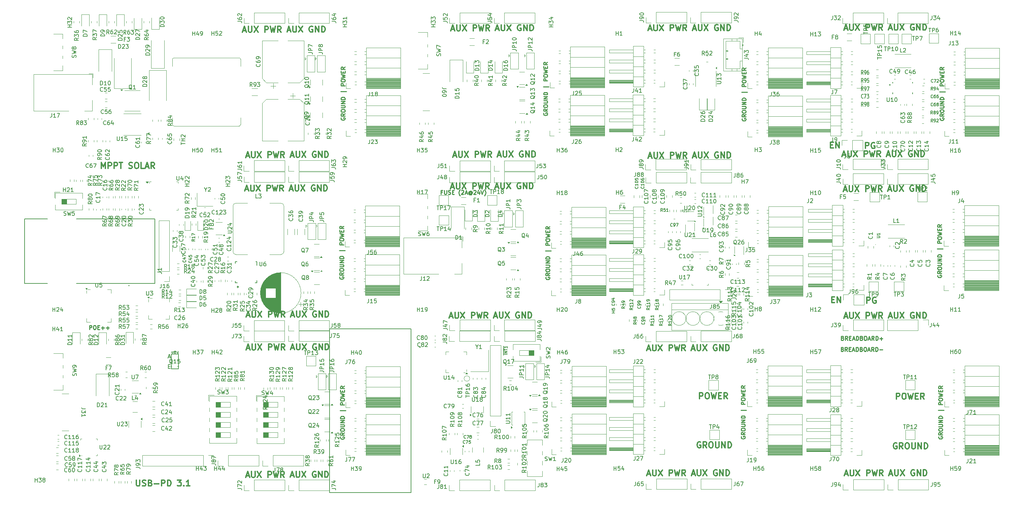
<source format=gbr>
%TF.GenerationSoftware,KiCad,Pcbnew,9.0.2*%
%TF.CreationDate,2025-05-17T12:02:21-04:00*%
%TF.ProjectId,ModularPSU,4d6f6475-6c61-4725-9053-552e6b696361,rev?*%
%TF.SameCoordinates,Original*%
%TF.FileFunction,Legend,Top*%
%TF.FilePolarity,Positive*%
%FSLAX46Y46*%
G04 Gerber Fmt 4.6, Leading zero omitted, Abs format (unit mm)*
G04 Created by KiCad (PCBNEW 9.0.2) date 2025-05-17 12:02:21*
%MOMM*%
%LPD*%
G01*
G04 APERTURE LIST*
%ADD10C,0.300000*%
%ADD11C,0.250000*%
%ADD12C,0.187500*%
%ADD13C,0.150000*%
%ADD14C,0.125000*%
%ADD15C,0.120000*%
%ADD16C,0.127000*%
%ADD17C,0.200000*%
%ADD18C,0.100000*%
%ADD19C,0.152400*%
G04 APERTURE END LIST*
D10*
X233283082Y-58167871D02*
X233997368Y-58167871D01*
X233140225Y-58596442D02*
X233640225Y-57096442D01*
X233640225Y-57096442D02*
X234140225Y-58596442D01*
X234640224Y-57096442D02*
X234640224Y-58310728D01*
X234640224Y-58310728D02*
X234711653Y-58453585D01*
X234711653Y-58453585D02*
X234783082Y-58525014D01*
X234783082Y-58525014D02*
X234925939Y-58596442D01*
X234925939Y-58596442D02*
X235211653Y-58596442D01*
X235211653Y-58596442D02*
X235354510Y-58525014D01*
X235354510Y-58525014D02*
X235425939Y-58453585D01*
X235425939Y-58453585D02*
X235497367Y-58310728D01*
X235497367Y-58310728D02*
X235497367Y-57096442D01*
X236068796Y-57096442D02*
X237068796Y-58596442D01*
X237068796Y-57096442D02*
X236068796Y-58596442D01*
X238783081Y-58596442D02*
X238783081Y-57096442D01*
X238783081Y-57096442D02*
X239354510Y-57096442D01*
X239354510Y-57096442D02*
X239497367Y-57167871D01*
X239497367Y-57167871D02*
X239568796Y-57239299D01*
X239568796Y-57239299D02*
X239640224Y-57382156D01*
X239640224Y-57382156D02*
X239640224Y-57596442D01*
X239640224Y-57596442D02*
X239568796Y-57739299D01*
X239568796Y-57739299D02*
X239497367Y-57810728D01*
X239497367Y-57810728D02*
X239354510Y-57882156D01*
X239354510Y-57882156D02*
X238783081Y-57882156D01*
X240140224Y-57096442D02*
X240497367Y-58596442D01*
X240497367Y-58596442D02*
X240783081Y-57525014D01*
X240783081Y-57525014D02*
X241068796Y-58596442D01*
X241068796Y-58596442D02*
X241425939Y-57096442D01*
X242854510Y-58596442D02*
X242354510Y-57882156D01*
X241997367Y-58596442D02*
X241997367Y-57096442D01*
X241997367Y-57096442D02*
X242568796Y-57096442D01*
X242568796Y-57096442D02*
X242711653Y-57167871D01*
X242711653Y-57167871D02*
X242783082Y-57239299D01*
X242783082Y-57239299D02*
X242854510Y-57382156D01*
X242854510Y-57382156D02*
X242854510Y-57596442D01*
X242854510Y-57596442D02*
X242783082Y-57739299D01*
X242783082Y-57739299D02*
X242711653Y-57810728D01*
X242711653Y-57810728D02*
X242568796Y-57882156D01*
X242568796Y-57882156D02*
X241997367Y-57882156D01*
X184508082Y-26422257D02*
X185222368Y-26422257D01*
X184365225Y-26850828D02*
X184865225Y-25350828D01*
X184865225Y-25350828D02*
X185365225Y-26850828D01*
X185865224Y-25350828D02*
X185865224Y-26565114D01*
X185865224Y-26565114D02*
X185936653Y-26707971D01*
X185936653Y-26707971D02*
X186008082Y-26779400D01*
X186008082Y-26779400D02*
X186150939Y-26850828D01*
X186150939Y-26850828D02*
X186436653Y-26850828D01*
X186436653Y-26850828D02*
X186579510Y-26779400D01*
X186579510Y-26779400D02*
X186650939Y-26707971D01*
X186650939Y-26707971D02*
X186722367Y-26565114D01*
X186722367Y-26565114D02*
X186722367Y-25350828D01*
X187293796Y-25350828D02*
X188293796Y-26850828D01*
X188293796Y-25350828D02*
X187293796Y-26850828D01*
X190008081Y-26850828D02*
X190008081Y-25350828D01*
X190008081Y-25350828D02*
X190579510Y-25350828D01*
X190579510Y-25350828D02*
X190722367Y-25422257D01*
X190722367Y-25422257D02*
X190793796Y-25493685D01*
X190793796Y-25493685D02*
X190865224Y-25636542D01*
X190865224Y-25636542D02*
X190865224Y-25850828D01*
X190865224Y-25850828D02*
X190793796Y-25993685D01*
X190793796Y-25993685D02*
X190722367Y-26065114D01*
X190722367Y-26065114D02*
X190579510Y-26136542D01*
X190579510Y-26136542D02*
X190008081Y-26136542D01*
X191365224Y-25350828D02*
X191722367Y-26850828D01*
X191722367Y-26850828D02*
X192008081Y-25779400D01*
X192008081Y-25779400D02*
X192293796Y-26850828D01*
X192293796Y-26850828D02*
X192650939Y-25350828D01*
X194079510Y-26850828D02*
X193579510Y-26136542D01*
X193222367Y-26850828D02*
X193222367Y-25350828D01*
X193222367Y-25350828D02*
X193793796Y-25350828D01*
X193793796Y-25350828D02*
X193936653Y-25422257D01*
X193936653Y-25422257D02*
X194008082Y-25493685D01*
X194008082Y-25493685D02*
X194079510Y-25636542D01*
X194079510Y-25636542D02*
X194079510Y-25850828D01*
X194079510Y-25850828D02*
X194008082Y-25993685D01*
X194008082Y-25993685D02*
X193936653Y-26065114D01*
X193936653Y-26065114D02*
X193793796Y-26136542D01*
X193793796Y-26136542D02*
X193222367Y-26136542D01*
X93733082Y-26772257D02*
X94447368Y-26772257D01*
X93590225Y-27200828D02*
X94090225Y-25700828D01*
X94090225Y-25700828D02*
X94590225Y-27200828D01*
X95090224Y-25700828D02*
X95090224Y-26915114D01*
X95090224Y-26915114D02*
X95161653Y-27057971D01*
X95161653Y-27057971D02*
X95233082Y-27129400D01*
X95233082Y-27129400D02*
X95375939Y-27200828D01*
X95375939Y-27200828D02*
X95661653Y-27200828D01*
X95661653Y-27200828D02*
X95804510Y-27129400D01*
X95804510Y-27129400D02*
X95875939Y-27057971D01*
X95875939Y-27057971D02*
X95947367Y-26915114D01*
X95947367Y-26915114D02*
X95947367Y-25700828D01*
X96518796Y-25700828D02*
X97518796Y-27200828D01*
X97518796Y-25700828D02*
X96518796Y-27200828D01*
X100018796Y-25772257D02*
X99875939Y-25700828D01*
X99875939Y-25700828D02*
X99661653Y-25700828D01*
X99661653Y-25700828D02*
X99447367Y-25772257D01*
X99447367Y-25772257D02*
X99304510Y-25915114D01*
X99304510Y-25915114D02*
X99233081Y-26057971D01*
X99233081Y-26057971D02*
X99161653Y-26343685D01*
X99161653Y-26343685D02*
X99161653Y-26557971D01*
X99161653Y-26557971D02*
X99233081Y-26843685D01*
X99233081Y-26843685D02*
X99304510Y-26986542D01*
X99304510Y-26986542D02*
X99447367Y-27129400D01*
X99447367Y-27129400D02*
X99661653Y-27200828D01*
X99661653Y-27200828D02*
X99804510Y-27200828D01*
X99804510Y-27200828D02*
X100018796Y-27129400D01*
X100018796Y-27129400D02*
X100090224Y-27057971D01*
X100090224Y-27057971D02*
X100090224Y-26557971D01*
X100090224Y-26557971D02*
X99804510Y-26557971D01*
X100733081Y-27200828D02*
X100733081Y-25700828D01*
X100733081Y-25700828D02*
X101590224Y-27200828D01*
X101590224Y-27200828D02*
X101590224Y-25700828D01*
X102304510Y-27200828D02*
X102304510Y-25700828D01*
X102304510Y-25700828D02*
X102661653Y-25700828D01*
X102661653Y-25700828D02*
X102875939Y-25772257D01*
X102875939Y-25772257D02*
X103018796Y-25915114D01*
X103018796Y-25915114D02*
X103090225Y-26057971D01*
X103090225Y-26057971D02*
X103161653Y-26343685D01*
X103161653Y-26343685D02*
X103161653Y-26557971D01*
X103161653Y-26557971D02*
X103090225Y-26843685D01*
X103090225Y-26843685D02*
X103018796Y-26986542D01*
X103018796Y-26986542D02*
X102875939Y-27129400D01*
X102875939Y-27129400D02*
X102661653Y-27200828D01*
X102661653Y-27200828D02*
X102304510Y-27200828D01*
X94633082Y-98522257D02*
X95347368Y-98522257D01*
X94490225Y-98950828D02*
X94990225Y-97450828D01*
X94990225Y-97450828D02*
X95490225Y-98950828D01*
X95990224Y-97450828D02*
X95990224Y-98665114D01*
X95990224Y-98665114D02*
X96061653Y-98807971D01*
X96061653Y-98807971D02*
X96133082Y-98879400D01*
X96133082Y-98879400D02*
X96275939Y-98950828D01*
X96275939Y-98950828D02*
X96561653Y-98950828D01*
X96561653Y-98950828D02*
X96704510Y-98879400D01*
X96704510Y-98879400D02*
X96775939Y-98807971D01*
X96775939Y-98807971D02*
X96847367Y-98665114D01*
X96847367Y-98665114D02*
X96847367Y-97450828D01*
X97418796Y-97450828D02*
X98418796Y-98950828D01*
X98418796Y-97450828D02*
X97418796Y-98950828D01*
X100918796Y-97522257D02*
X100775939Y-97450828D01*
X100775939Y-97450828D02*
X100561653Y-97450828D01*
X100561653Y-97450828D02*
X100347367Y-97522257D01*
X100347367Y-97522257D02*
X100204510Y-97665114D01*
X100204510Y-97665114D02*
X100133081Y-97807971D01*
X100133081Y-97807971D02*
X100061653Y-98093685D01*
X100061653Y-98093685D02*
X100061653Y-98307971D01*
X100061653Y-98307971D02*
X100133081Y-98593685D01*
X100133081Y-98593685D02*
X100204510Y-98736542D01*
X100204510Y-98736542D02*
X100347367Y-98879400D01*
X100347367Y-98879400D02*
X100561653Y-98950828D01*
X100561653Y-98950828D02*
X100704510Y-98950828D01*
X100704510Y-98950828D02*
X100918796Y-98879400D01*
X100918796Y-98879400D02*
X100990224Y-98807971D01*
X100990224Y-98807971D02*
X100990224Y-98307971D01*
X100990224Y-98307971D02*
X100704510Y-98307971D01*
X101633081Y-98950828D02*
X101633081Y-97450828D01*
X101633081Y-97450828D02*
X102490224Y-98950828D01*
X102490224Y-98950828D02*
X102490224Y-97450828D01*
X103204510Y-98950828D02*
X103204510Y-97450828D01*
X103204510Y-97450828D02*
X103561653Y-97450828D01*
X103561653Y-97450828D02*
X103775939Y-97522257D01*
X103775939Y-97522257D02*
X103918796Y-97665114D01*
X103918796Y-97665114D02*
X103990225Y-97807971D01*
X103990225Y-97807971D02*
X104061653Y-98093685D01*
X104061653Y-98093685D02*
X104061653Y-98307971D01*
X104061653Y-98307971D02*
X103990225Y-98593685D01*
X103990225Y-98593685D02*
X103918796Y-98736542D01*
X103918796Y-98736542D02*
X103775939Y-98879400D01*
X103775939Y-98879400D02*
X103561653Y-98950828D01*
X103561653Y-98950828D02*
X103204510Y-98950828D01*
D11*
X106862238Y-88823622D02*
X106814619Y-88918860D01*
X106814619Y-88918860D02*
X106814619Y-89061717D01*
X106814619Y-89061717D02*
X106862238Y-89204574D01*
X106862238Y-89204574D02*
X106957476Y-89299812D01*
X106957476Y-89299812D02*
X107052714Y-89347431D01*
X107052714Y-89347431D02*
X107243190Y-89395050D01*
X107243190Y-89395050D02*
X107386047Y-89395050D01*
X107386047Y-89395050D02*
X107576523Y-89347431D01*
X107576523Y-89347431D02*
X107671761Y-89299812D01*
X107671761Y-89299812D02*
X107767000Y-89204574D01*
X107767000Y-89204574D02*
X107814619Y-89061717D01*
X107814619Y-89061717D02*
X107814619Y-88966479D01*
X107814619Y-88966479D02*
X107767000Y-88823622D01*
X107767000Y-88823622D02*
X107719380Y-88776003D01*
X107719380Y-88776003D02*
X107386047Y-88776003D01*
X107386047Y-88776003D02*
X107386047Y-88966479D01*
X107814619Y-87776003D02*
X107338428Y-88109336D01*
X107814619Y-88347431D02*
X106814619Y-88347431D01*
X106814619Y-88347431D02*
X106814619Y-87966479D01*
X106814619Y-87966479D02*
X106862238Y-87871241D01*
X106862238Y-87871241D02*
X106909857Y-87823622D01*
X106909857Y-87823622D02*
X107005095Y-87776003D01*
X107005095Y-87776003D02*
X107147952Y-87776003D01*
X107147952Y-87776003D02*
X107243190Y-87823622D01*
X107243190Y-87823622D02*
X107290809Y-87871241D01*
X107290809Y-87871241D02*
X107338428Y-87966479D01*
X107338428Y-87966479D02*
X107338428Y-88347431D01*
X106814619Y-87156955D02*
X106814619Y-86966479D01*
X106814619Y-86966479D02*
X106862238Y-86871241D01*
X106862238Y-86871241D02*
X106957476Y-86776003D01*
X106957476Y-86776003D02*
X107147952Y-86728384D01*
X107147952Y-86728384D02*
X107481285Y-86728384D01*
X107481285Y-86728384D02*
X107671761Y-86776003D01*
X107671761Y-86776003D02*
X107767000Y-86871241D01*
X107767000Y-86871241D02*
X107814619Y-86966479D01*
X107814619Y-86966479D02*
X107814619Y-87156955D01*
X107814619Y-87156955D02*
X107767000Y-87252193D01*
X107767000Y-87252193D02*
X107671761Y-87347431D01*
X107671761Y-87347431D02*
X107481285Y-87395050D01*
X107481285Y-87395050D02*
X107147952Y-87395050D01*
X107147952Y-87395050D02*
X106957476Y-87347431D01*
X106957476Y-87347431D02*
X106862238Y-87252193D01*
X106862238Y-87252193D02*
X106814619Y-87156955D01*
X106814619Y-86299812D02*
X107624142Y-86299812D01*
X107624142Y-86299812D02*
X107719380Y-86252193D01*
X107719380Y-86252193D02*
X107767000Y-86204574D01*
X107767000Y-86204574D02*
X107814619Y-86109336D01*
X107814619Y-86109336D02*
X107814619Y-85918860D01*
X107814619Y-85918860D02*
X107767000Y-85823622D01*
X107767000Y-85823622D02*
X107719380Y-85776003D01*
X107719380Y-85776003D02*
X107624142Y-85728384D01*
X107624142Y-85728384D02*
X106814619Y-85728384D01*
X107814619Y-85252193D02*
X106814619Y-85252193D01*
X106814619Y-85252193D02*
X107814619Y-84680765D01*
X107814619Y-84680765D02*
X106814619Y-84680765D01*
X107814619Y-84204574D02*
X106814619Y-84204574D01*
X106814619Y-84204574D02*
X106814619Y-83966479D01*
X106814619Y-83966479D02*
X106862238Y-83823622D01*
X106862238Y-83823622D02*
X106957476Y-83728384D01*
X106957476Y-83728384D02*
X107052714Y-83680765D01*
X107052714Y-83680765D02*
X107243190Y-83633146D01*
X107243190Y-83633146D02*
X107386047Y-83633146D01*
X107386047Y-83633146D02*
X107576523Y-83680765D01*
X107576523Y-83680765D02*
X107671761Y-83728384D01*
X107671761Y-83728384D02*
X107767000Y-83823622D01*
X107767000Y-83823622D02*
X107814619Y-83966479D01*
X107814619Y-83966479D02*
X107814619Y-84204574D01*
X108147952Y-82204574D02*
X106719380Y-82204574D01*
X107814619Y-80728383D02*
X106814619Y-80728383D01*
X106814619Y-80728383D02*
X106814619Y-80347431D01*
X106814619Y-80347431D02*
X106862238Y-80252193D01*
X106862238Y-80252193D02*
X106909857Y-80204574D01*
X106909857Y-80204574D02*
X107005095Y-80156955D01*
X107005095Y-80156955D02*
X107147952Y-80156955D01*
X107147952Y-80156955D02*
X107243190Y-80204574D01*
X107243190Y-80204574D02*
X107290809Y-80252193D01*
X107290809Y-80252193D02*
X107338428Y-80347431D01*
X107338428Y-80347431D02*
X107338428Y-80728383D01*
X106814619Y-79537907D02*
X106814619Y-79347431D01*
X106814619Y-79347431D02*
X106862238Y-79252193D01*
X106862238Y-79252193D02*
X106957476Y-79156955D01*
X106957476Y-79156955D02*
X107147952Y-79109336D01*
X107147952Y-79109336D02*
X107481285Y-79109336D01*
X107481285Y-79109336D02*
X107671761Y-79156955D01*
X107671761Y-79156955D02*
X107767000Y-79252193D01*
X107767000Y-79252193D02*
X107814619Y-79347431D01*
X107814619Y-79347431D02*
X107814619Y-79537907D01*
X107814619Y-79537907D02*
X107767000Y-79633145D01*
X107767000Y-79633145D02*
X107671761Y-79728383D01*
X107671761Y-79728383D02*
X107481285Y-79776002D01*
X107481285Y-79776002D02*
X107147952Y-79776002D01*
X107147952Y-79776002D02*
X106957476Y-79728383D01*
X106957476Y-79728383D02*
X106862238Y-79633145D01*
X106862238Y-79633145D02*
X106814619Y-79537907D01*
X106814619Y-78776002D02*
X107814619Y-78537907D01*
X107814619Y-78537907D02*
X107100333Y-78347431D01*
X107100333Y-78347431D02*
X107814619Y-78156955D01*
X107814619Y-78156955D02*
X106814619Y-77918860D01*
X107290809Y-77537907D02*
X107290809Y-77204574D01*
X107814619Y-77061717D02*
X107814619Y-77537907D01*
X107814619Y-77537907D02*
X106814619Y-77537907D01*
X106814619Y-77537907D02*
X106814619Y-77061717D01*
X107814619Y-76061717D02*
X107338428Y-76395050D01*
X107814619Y-76633145D02*
X106814619Y-76633145D01*
X106814619Y-76633145D02*
X106814619Y-76252193D01*
X106814619Y-76252193D02*
X106862238Y-76156955D01*
X106862238Y-76156955D02*
X106909857Y-76109336D01*
X106909857Y-76109336D02*
X107005095Y-76061717D01*
X107005095Y-76061717D02*
X107147952Y-76061717D01*
X107147952Y-76061717D02*
X107243190Y-76109336D01*
X107243190Y-76109336D02*
X107290809Y-76156955D01*
X107290809Y-76156955D02*
X107338428Y-76252193D01*
X107338428Y-76252193D02*
X107338428Y-76633145D01*
D10*
X83433082Y-98572257D02*
X84147368Y-98572257D01*
X83290225Y-99000828D02*
X83790225Y-97500828D01*
X83790225Y-97500828D02*
X84290225Y-99000828D01*
X84790224Y-97500828D02*
X84790224Y-98715114D01*
X84790224Y-98715114D02*
X84861653Y-98857971D01*
X84861653Y-98857971D02*
X84933082Y-98929400D01*
X84933082Y-98929400D02*
X85075939Y-99000828D01*
X85075939Y-99000828D02*
X85361653Y-99000828D01*
X85361653Y-99000828D02*
X85504510Y-98929400D01*
X85504510Y-98929400D02*
X85575939Y-98857971D01*
X85575939Y-98857971D02*
X85647367Y-98715114D01*
X85647367Y-98715114D02*
X85647367Y-97500828D01*
X86218796Y-97500828D02*
X87218796Y-99000828D01*
X87218796Y-97500828D02*
X86218796Y-99000828D01*
X88933081Y-99000828D02*
X88933081Y-97500828D01*
X88933081Y-97500828D02*
X89504510Y-97500828D01*
X89504510Y-97500828D02*
X89647367Y-97572257D01*
X89647367Y-97572257D02*
X89718796Y-97643685D01*
X89718796Y-97643685D02*
X89790224Y-97786542D01*
X89790224Y-97786542D02*
X89790224Y-98000828D01*
X89790224Y-98000828D02*
X89718796Y-98143685D01*
X89718796Y-98143685D02*
X89647367Y-98215114D01*
X89647367Y-98215114D02*
X89504510Y-98286542D01*
X89504510Y-98286542D02*
X88933081Y-98286542D01*
X90290224Y-97500828D02*
X90647367Y-99000828D01*
X90647367Y-99000828D02*
X90933081Y-97929400D01*
X90933081Y-97929400D02*
X91218796Y-99000828D01*
X91218796Y-99000828D02*
X91575939Y-97500828D01*
X93004510Y-99000828D02*
X92504510Y-98286542D01*
X92147367Y-99000828D02*
X92147367Y-97500828D01*
X92147367Y-97500828D02*
X92718796Y-97500828D01*
X92718796Y-97500828D02*
X92861653Y-97572257D01*
X92861653Y-97572257D02*
X92933082Y-97643685D01*
X92933082Y-97643685D02*
X93004510Y-97786542D01*
X93004510Y-97786542D02*
X93004510Y-98000828D01*
X93004510Y-98000828D02*
X92933082Y-98143685D01*
X92933082Y-98143685D02*
X92861653Y-98215114D01*
X92861653Y-98215114D02*
X92718796Y-98286542D01*
X92718796Y-98286542D02*
X92147367Y-98286542D01*
D11*
X207862238Y-129023622D02*
X207814619Y-129118860D01*
X207814619Y-129118860D02*
X207814619Y-129261717D01*
X207814619Y-129261717D02*
X207862238Y-129404574D01*
X207862238Y-129404574D02*
X207957476Y-129499812D01*
X207957476Y-129499812D02*
X208052714Y-129547431D01*
X208052714Y-129547431D02*
X208243190Y-129595050D01*
X208243190Y-129595050D02*
X208386047Y-129595050D01*
X208386047Y-129595050D02*
X208576523Y-129547431D01*
X208576523Y-129547431D02*
X208671761Y-129499812D01*
X208671761Y-129499812D02*
X208767000Y-129404574D01*
X208767000Y-129404574D02*
X208814619Y-129261717D01*
X208814619Y-129261717D02*
X208814619Y-129166479D01*
X208814619Y-129166479D02*
X208767000Y-129023622D01*
X208767000Y-129023622D02*
X208719380Y-128976003D01*
X208719380Y-128976003D02*
X208386047Y-128976003D01*
X208386047Y-128976003D02*
X208386047Y-129166479D01*
X208814619Y-127976003D02*
X208338428Y-128309336D01*
X208814619Y-128547431D02*
X207814619Y-128547431D01*
X207814619Y-128547431D02*
X207814619Y-128166479D01*
X207814619Y-128166479D02*
X207862238Y-128071241D01*
X207862238Y-128071241D02*
X207909857Y-128023622D01*
X207909857Y-128023622D02*
X208005095Y-127976003D01*
X208005095Y-127976003D02*
X208147952Y-127976003D01*
X208147952Y-127976003D02*
X208243190Y-128023622D01*
X208243190Y-128023622D02*
X208290809Y-128071241D01*
X208290809Y-128071241D02*
X208338428Y-128166479D01*
X208338428Y-128166479D02*
X208338428Y-128547431D01*
X207814619Y-127356955D02*
X207814619Y-127166479D01*
X207814619Y-127166479D02*
X207862238Y-127071241D01*
X207862238Y-127071241D02*
X207957476Y-126976003D01*
X207957476Y-126976003D02*
X208147952Y-126928384D01*
X208147952Y-126928384D02*
X208481285Y-126928384D01*
X208481285Y-126928384D02*
X208671761Y-126976003D01*
X208671761Y-126976003D02*
X208767000Y-127071241D01*
X208767000Y-127071241D02*
X208814619Y-127166479D01*
X208814619Y-127166479D02*
X208814619Y-127356955D01*
X208814619Y-127356955D02*
X208767000Y-127452193D01*
X208767000Y-127452193D02*
X208671761Y-127547431D01*
X208671761Y-127547431D02*
X208481285Y-127595050D01*
X208481285Y-127595050D02*
X208147952Y-127595050D01*
X208147952Y-127595050D02*
X207957476Y-127547431D01*
X207957476Y-127547431D02*
X207862238Y-127452193D01*
X207862238Y-127452193D02*
X207814619Y-127356955D01*
X207814619Y-126499812D02*
X208624142Y-126499812D01*
X208624142Y-126499812D02*
X208719380Y-126452193D01*
X208719380Y-126452193D02*
X208767000Y-126404574D01*
X208767000Y-126404574D02*
X208814619Y-126309336D01*
X208814619Y-126309336D02*
X208814619Y-126118860D01*
X208814619Y-126118860D02*
X208767000Y-126023622D01*
X208767000Y-126023622D02*
X208719380Y-125976003D01*
X208719380Y-125976003D02*
X208624142Y-125928384D01*
X208624142Y-125928384D02*
X207814619Y-125928384D01*
X208814619Y-125452193D02*
X207814619Y-125452193D01*
X207814619Y-125452193D02*
X208814619Y-124880765D01*
X208814619Y-124880765D02*
X207814619Y-124880765D01*
X208814619Y-124404574D02*
X207814619Y-124404574D01*
X207814619Y-124404574D02*
X207814619Y-124166479D01*
X207814619Y-124166479D02*
X207862238Y-124023622D01*
X207862238Y-124023622D02*
X207957476Y-123928384D01*
X207957476Y-123928384D02*
X208052714Y-123880765D01*
X208052714Y-123880765D02*
X208243190Y-123833146D01*
X208243190Y-123833146D02*
X208386047Y-123833146D01*
X208386047Y-123833146D02*
X208576523Y-123880765D01*
X208576523Y-123880765D02*
X208671761Y-123928384D01*
X208671761Y-123928384D02*
X208767000Y-124023622D01*
X208767000Y-124023622D02*
X208814619Y-124166479D01*
X208814619Y-124166479D02*
X208814619Y-124404574D01*
X209147952Y-122404574D02*
X207719380Y-122404574D01*
X208814619Y-120928383D02*
X207814619Y-120928383D01*
X207814619Y-120928383D02*
X207814619Y-120547431D01*
X207814619Y-120547431D02*
X207862238Y-120452193D01*
X207862238Y-120452193D02*
X207909857Y-120404574D01*
X207909857Y-120404574D02*
X208005095Y-120356955D01*
X208005095Y-120356955D02*
X208147952Y-120356955D01*
X208147952Y-120356955D02*
X208243190Y-120404574D01*
X208243190Y-120404574D02*
X208290809Y-120452193D01*
X208290809Y-120452193D02*
X208338428Y-120547431D01*
X208338428Y-120547431D02*
X208338428Y-120928383D01*
X207814619Y-119737907D02*
X207814619Y-119547431D01*
X207814619Y-119547431D02*
X207862238Y-119452193D01*
X207862238Y-119452193D02*
X207957476Y-119356955D01*
X207957476Y-119356955D02*
X208147952Y-119309336D01*
X208147952Y-119309336D02*
X208481285Y-119309336D01*
X208481285Y-119309336D02*
X208671761Y-119356955D01*
X208671761Y-119356955D02*
X208767000Y-119452193D01*
X208767000Y-119452193D02*
X208814619Y-119547431D01*
X208814619Y-119547431D02*
X208814619Y-119737907D01*
X208814619Y-119737907D02*
X208767000Y-119833145D01*
X208767000Y-119833145D02*
X208671761Y-119928383D01*
X208671761Y-119928383D02*
X208481285Y-119976002D01*
X208481285Y-119976002D02*
X208147952Y-119976002D01*
X208147952Y-119976002D02*
X207957476Y-119928383D01*
X207957476Y-119928383D02*
X207862238Y-119833145D01*
X207862238Y-119833145D02*
X207814619Y-119737907D01*
X207814619Y-118976002D02*
X208814619Y-118737907D01*
X208814619Y-118737907D02*
X208100333Y-118547431D01*
X208100333Y-118547431D02*
X208814619Y-118356955D01*
X208814619Y-118356955D02*
X207814619Y-118118860D01*
X208290809Y-117737907D02*
X208290809Y-117404574D01*
X208814619Y-117261717D02*
X208814619Y-117737907D01*
X208814619Y-117737907D02*
X207814619Y-117737907D01*
X207814619Y-117737907D02*
X207814619Y-117261717D01*
X208814619Y-116261717D02*
X208338428Y-116595050D01*
X208814619Y-116833145D02*
X207814619Y-116833145D01*
X207814619Y-116833145D02*
X207814619Y-116452193D01*
X207814619Y-116452193D02*
X207862238Y-116356955D01*
X207862238Y-116356955D02*
X207909857Y-116309336D01*
X207909857Y-116309336D02*
X208005095Y-116261717D01*
X208005095Y-116261717D02*
X208147952Y-116261717D01*
X208147952Y-116261717D02*
X208243190Y-116309336D01*
X208243190Y-116309336D02*
X208290809Y-116356955D01*
X208290809Y-116356955D02*
X208338428Y-116452193D01*
X208338428Y-116452193D02*
X208338428Y-116833145D01*
D10*
X145683082Y-98772257D02*
X146397368Y-98772257D01*
X145540225Y-99200828D02*
X146040225Y-97700828D01*
X146040225Y-97700828D02*
X146540225Y-99200828D01*
X147040224Y-97700828D02*
X147040224Y-98915114D01*
X147040224Y-98915114D02*
X147111653Y-99057971D01*
X147111653Y-99057971D02*
X147183082Y-99129400D01*
X147183082Y-99129400D02*
X147325939Y-99200828D01*
X147325939Y-99200828D02*
X147611653Y-99200828D01*
X147611653Y-99200828D02*
X147754510Y-99129400D01*
X147754510Y-99129400D02*
X147825939Y-99057971D01*
X147825939Y-99057971D02*
X147897367Y-98915114D01*
X147897367Y-98915114D02*
X147897367Y-97700828D01*
X148468796Y-97700828D02*
X149468796Y-99200828D01*
X149468796Y-97700828D02*
X148468796Y-99200828D01*
X151968796Y-97772257D02*
X151825939Y-97700828D01*
X151825939Y-97700828D02*
X151611653Y-97700828D01*
X151611653Y-97700828D02*
X151397367Y-97772257D01*
X151397367Y-97772257D02*
X151254510Y-97915114D01*
X151254510Y-97915114D02*
X151183081Y-98057971D01*
X151183081Y-98057971D02*
X151111653Y-98343685D01*
X151111653Y-98343685D02*
X151111653Y-98557971D01*
X151111653Y-98557971D02*
X151183081Y-98843685D01*
X151183081Y-98843685D02*
X151254510Y-98986542D01*
X151254510Y-98986542D02*
X151397367Y-99129400D01*
X151397367Y-99129400D02*
X151611653Y-99200828D01*
X151611653Y-99200828D02*
X151754510Y-99200828D01*
X151754510Y-99200828D02*
X151968796Y-99129400D01*
X151968796Y-99129400D02*
X152040224Y-99057971D01*
X152040224Y-99057971D02*
X152040224Y-98557971D01*
X152040224Y-98557971D02*
X151754510Y-98557971D01*
X152683081Y-99200828D02*
X152683081Y-97700828D01*
X152683081Y-97700828D02*
X153540224Y-99200828D01*
X153540224Y-99200828D02*
X153540224Y-97700828D01*
X154254510Y-99200828D02*
X154254510Y-97700828D01*
X154254510Y-97700828D02*
X154611653Y-97700828D01*
X154611653Y-97700828D02*
X154825939Y-97772257D01*
X154825939Y-97772257D02*
X154968796Y-97915114D01*
X154968796Y-97915114D02*
X155040225Y-98057971D01*
X155040225Y-98057971D02*
X155111653Y-98343685D01*
X155111653Y-98343685D02*
X155111653Y-98557971D01*
X155111653Y-98557971D02*
X155040225Y-98843685D01*
X155040225Y-98843685D02*
X154968796Y-98986542D01*
X154968796Y-98986542D02*
X154825939Y-99129400D01*
X154825939Y-99129400D02*
X154611653Y-99200828D01*
X154611653Y-99200828D02*
X154254510Y-99200828D01*
X184183082Y-107022257D02*
X184897368Y-107022257D01*
X184040225Y-107450828D02*
X184540225Y-105950828D01*
X184540225Y-105950828D02*
X185040225Y-107450828D01*
X185540224Y-105950828D02*
X185540224Y-107165114D01*
X185540224Y-107165114D02*
X185611653Y-107307971D01*
X185611653Y-107307971D02*
X185683082Y-107379400D01*
X185683082Y-107379400D02*
X185825939Y-107450828D01*
X185825939Y-107450828D02*
X186111653Y-107450828D01*
X186111653Y-107450828D02*
X186254510Y-107379400D01*
X186254510Y-107379400D02*
X186325939Y-107307971D01*
X186325939Y-107307971D02*
X186397367Y-107165114D01*
X186397367Y-107165114D02*
X186397367Y-105950828D01*
X186968796Y-105950828D02*
X187968796Y-107450828D01*
X187968796Y-105950828D02*
X186968796Y-107450828D01*
X189683081Y-107450828D02*
X189683081Y-105950828D01*
X189683081Y-105950828D02*
X190254510Y-105950828D01*
X190254510Y-105950828D02*
X190397367Y-106022257D01*
X190397367Y-106022257D02*
X190468796Y-106093685D01*
X190468796Y-106093685D02*
X190540224Y-106236542D01*
X190540224Y-106236542D02*
X190540224Y-106450828D01*
X190540224Y-106450828D02*
X190468796Y-106593685D01*
X190468796Y-106593685D02*
X190397367Y-106665114D01*
X190397367Y-106665114D02*
X190254510Y-106736542D01*
X190254510Y-106736542D02*
X189683081Y-106736542D01*
X191040224Y-105950828D02*
X191397367Y-107450828D01*
X191397367Y-107450828D02*
X191683081Y-106379400D01*
X191683081Y-106379400D02*
X191968796Y-107450828D01*
X191968796Y-107450828D02*
X192325939Y-105950828D01*
X193754510Y-107450828D02*
X193254510Y-106736542D01*
X192897367Y-107450828D02*
X192897367Y-105950828D01*
X192897367Y-105950828D02*
X193468796Y-105950828D01*
X193468796Y-105950828D02*
X193611653Y-106022257D01*
X193611653Y-106022257D02*
X193683082Y-106093685D01*
X193683082Y-106093685D02*
X193754510Y-106236542D01*
X193754510Y-106236542D02*
X193754510Y-106450828D01*
X193754510Y-106450828D02*
X193683082Y-106593685D01*
X193683082Y-106593685D02*
X193611653Y-106665114D01*
X193611653Y-106665114D02*
X193468796Y-106736542D01*
X193468796Y-106736542D02*
X192897367Y-106736542D01*
D12*
X148985964Y-108398073D02*
X148235964Y-108398073D01*
X148985964Y-108040930D02*
X148235964Y-108040930D01*
X148235964Y-108040930D02*
X148985964Y-107612359D01*
X148985964Y-107612359D02*
X148235964Y-107612359D01*
X148235964Y-107362359D02*
X148235964Y-106933788D01*
X148985964Y-107148073D02*
X148235964Y-107148073D01*
X148985964Y-106290930D02*
X148985964Y-106719501D01*
X148985964Y-106505216D02*
X148235964Y-106505216D01*
X148235964Y-106505216D02*
X148343107Y-106576644D01*
X148343107Y-106576644D02*
X148414535Y-106648073D01*
X148414535Y-106648073D02*
X148450250Y-106719501D01*
X148027750Y-108501645D02*
X148027750Y-106223073D01*
D11*
X158712238Y-88923622D02*
X158664619Y-89018860D01*
X158664619Y-89018860D02*
X158664619Y-89161717D01*
X158664619Y-89161717D02*
X158712238Y-89304574D01*
X158712238Y-89304574D02*
X158807476Y-89399812D01*
X158807476Y-89399812D02*
X158902714Y-89447431D01*
X158902714Y-89447431D02*
X159093190Y-89495050D01*
X159093190Y-89495050D02*
X159236047Y-89495050D01*
X159236047Y-89495050D02*
X159426523Y-89447431D01*
X159426523Y-89447431D02*
X159521761Y-89399812D01*
X159521761Y-89399812D02*
X159617000Y-89304574D01*
X159617000Y-89304574D02*
X159664619Y-89161717D01*
X159664619Y-89161717D02*
X159664619Y-89066479D01*
X159664619Y-89066479D02*
X159617000Y-88923622D01*
X159617000Y-88923622D02*
X159569380Y-88876003D01*
X159569380Y-88876003D02*
X159236047Y-88876003D01*
X159236047Y-88876003D02*
X159236047Y-89066479D01*
X159664619Y-87876003D02*
X159188428Y-88209336D01*
X159664619Y-88447431D02*
X158664619Y-88447431D01*
X158664619Y-88447431D02*
X158664619Y-88066479D01*
X158664619Y-88066479D02*
X158712238Y-87971241D01*
X158712238Y-87971241D02*
X158759857Y-87923622D01*
X158759857Y-87923622D02*
X158855095Y-87876003D01*
X158855095Y-87876003D02*
X158997952Y-87876003D01*
X158997952Y-87876003D02*
X159093190Y-87923622D01*
X159093190Y-87923622D02*
X159140809Y-87971241D01*
X159140809Y-87971241D02*
X159188428Y-88066479D01*
X159188428Y-88066479D02*
X159188428Y-88447431D01*
X158664619Y-87256955D02*
X158664619Y-87066479D01*
X158664619Y-87066479D02*
X158712238Y-86971241D01*
X158712238Y-86971241D02*
X158807476Y-86876003D01*
X158807476Y-86876003D02*
X158997952Y-86828384D01*
X158997952Y-86828384D02*
X159331285Y-86828384D01*
X159331285Y-86828384D02*
X159521761Y-86876003D01*
X159521761Y-86876003D02*
X159617000Y-86971241D01*
X159617000Y-86971241D02*
X159664619Y-87066479D01*
X159664619Y-87066479D02*
X159664619Y-87256955D01*
X159664619Y-87256955D02*
X159617000Y-87352193D01*
X159617000Y-87352193D02*
X159521761Y-87447431D01*
X159521761Y-87447431D02*
X159331285Y-87495050D01*
X159331285Y-87495050D02*
X158997952Y-87495050D01*
X158997952Y-87495050D02*
X158807476Y-87447431D01*
X158807476Y-87447431D02*
X158712238Y-87352193D01*
X158712238Y-87352193D02*
X158664619Y-87256955D01*
X158664619Y-86399812D02*
X159474142Y-86399812D01*
X159474142Y-86399812D02*
X159569380Y-86352193D01*
X159569380Y-86352193D02*
X159617000Y-86304574D01*
X159617000Y-86304574D02*
X159664619Y-86209336D01*
X159664619Y-86209336D02*
X159664619Y-86018860D01*
X159664619Y-86018860D02*
X159617000Y-85923622D01*
X159617000Y-85923622D02*
X159569380Y-85876003D01*
X159569380Y-85876003D02*
X159474142Y-85828384D01*
X159474142Y-85828384D02*
X158664619Y-85828384D01*
X159664619Y-85352193D02*
X158664619Y-85352193D01*
X158664619Y-85352193D02*
X159664619Y-84780765D01*
X159664619Y-84780765D02*
X158664619Y-84780765D01*
X159664619Y-84304574D02*
X158664619Y-84304574D01*
X158664619Y-84304574D02*
X158664619Y-84066479D01*
X158664619Y-84066479D02*
X158712238Y-83923622D01*
X158712238Y-83923622D02*
X158807476Y-83828384D01*
X158807476Y-83828384D02*
X158902714Y-83780765D01*
X158902714Y-83780765D02*
X159093190Y-83733146D01*
X159093190Y-83733146D02*
X159236047Y-83733146D01*
X159236047Y-83733146D02*
X159426523Y-83780765D01*
X159426523Y-83780765D02*
X159521761Y-83828384D01*
X159521761Y-83828384D02*
X159617000Y-83923622D01*
X159617000Y-83923622D02*
X159664619Y-84066479D01*
X159664619Y-84066479D02*
X159664619Y-84304574D01*
X159997952Y-82304574D02*
X158569380Y-82304574D01*
X159664619Y-80828383D02*
X158664619Y-80828383D01*
X158664619Y-80828383D02*
X158664619Y-80447431D01*
X158664619Y-80447431D02*
X158712238Y-80352193D01*
X158712238Y-80352193D02*
X158759857Y-80304574D01*
X158759857Y-80304574D02*
X158855095Y-80256955D01*
X158855095Y-80256955D02*
X158997952Y-80256955D01*
X158997952Y-80256955D02*
X159093190Y-80304574D01*
X159093190Y-80304574D02*
X159140809Y-80352193D01*
X159140809Y-80352193D02*
X159188428Y-80447431D01*
X159188428Y-80447431D02*
X159188428Y-80828383D01*
X158664619Y-79637907D02*
X158664619Y-79447431D01*
X158664619Y-79447431D02*
X158712238Y-79352193D01*
X158712238Y-79352193D02*
X158807476Y-79256955D01*
X158807476Y-79256955D02*
X158997952Y-79209336D01*
X158997952Y-79209336D02*
X159331285Y-79209336D01*
X159331285Y-79209336D02*
X159521761Y-79256955D01*
X159521761Y-79256955D02*
X159617000Y-79352193D01*
X159617000Y-79352193D02*
X159664619Y-79447431D01*
X159664619Y-79447431D02*
X159664619Y-79637907D01*
X159664619Y-79637907D02*
X159617000Y-79733145D01*
X159617000Y-79733145D02*
X159521761Y-79828383D01*
X159521761Y-79828383D02*
X159331285Y-79876002D01*
X159331285Y-79876002D02*
X158997952Y-79876002D01*
X158997952Y-79876002D02*
X158807476Y-79828383D01*
X158807476Y-79828383D02*
X158712238Y-79733145D01*
X158712238Y-79733145D02*
X158664619Y-79637907D01*
X158664619Y-78876002D02*
X159664619Y-78637907D01*
X159664619Y-78637907D02*
X158950333Y-78447431D01*
X158950333Y-78447431D02*
X159664619Y-78256955D01*
X159664619Y-78256955D02*
X158664619Y-78018860D01*
X159140809Y-77637907D02*
X159140809Y-77304574D01*
X159664619Y-77161717D02*
X159664619Y-77637907D01*
X159664619Y-77637907D02*
X158664619Y-77637907D01*
X158664619Y-77637907D02*
X158664619Y-77161717D01*
X159664619Y-76161717D02*
X159188428Y-76495050D01*
X159664619Y-76733145D02*
X158664619Y-76733145D01*
X158664619Y-76733145D02*
X158664619Y-76352193D01*
X158664619Y-76352193D02*
X158712238Y-76256955D01*
X158712238Y-76256955D02*
X158759857Y-76209336D01*
X158759857Y-76209336D02*
X158855095Y-76161717D01*
X158855095Y-76161717D02*
X158997952Y-76161717D01*
X158997952Y-76161717D02*
X159093190Y-76209336D01*
X159093190Y-76209336D02*
X159140809Y-76256955D01*
X159140809Y-76256955D02*
X159188428Y-76352193D01*
X159188428Y-76352193D02*
X159188428Y-76733145D01*
X107062238Y-129123622D02*
X107014619Y-129218860D01*
X107014619Y-129218860D02*
X107014619Y-129361717D01*
X107014619Y-129361717D02*
X107062238Y-129504574D01*
X107062238Y-129504574D02*
X107157476Y-129599812D01*
X107157476Y-129599812D02*
X107252714Y-129647431D01*
X107252714Y-129647431D02*
X107443190Y-129695050D01*
X107443190Y-129695050D02*
X107586047Y-129695050D01*
X107586047Y-129695050D02*
X107776523Y-129647431D01*
X107776523Y-129647431D02*
X107871761Y-129599812D01*
X107871761Y-129599812D02*
X107967000Y-129504574D01*
X107967000Y-129504574D02*
X108014619Y-129361717D01*
X108014619Y-129361717D02*
X108014619Y-129266479D01*
X108014619Y-129266479D02*
X107967000Y-129123622D01*
X107967000Y-129123622D02*
X107919380Y-129076003D01*
X107919380Y-129076003D02*
X107586047Y-129076003D01*
X107586047Y-129076003D02*
X107586047Y-129266479D01*
X108014619Y-128076003D02*
X107538428Y-128409336D01*
X108014619Y-128647431D02*
X107014619Y-128647431D01*
X107014619Y-128647431D02*
X107014619Y-128266479D01*
X107014619Y-128266479D02*
X107062238Y-128171241D01*
X107062238Y-128171241D02*
X107109857Y-128123622D01*
X107109857Y-128123622D02*
X107205095Y-128076003D01*
X107205095Y-128076003D02*
X107347952Y-128076003D01*
X107347952Y-128076003D02*
X107443190Y-128123622D01*
X107443190Y-128123622D02*
X107490809Y-128171241D01*
X107490809Y-128171241D02*
X107538428Y-128266479D01*
X107538428Y-128266479D02*
X107538428Y-128647431D01*
X107014619Y-127456955D02*
X107014619Y-127266479D01*
X107014619Y-127266479D02*
X107062238Y-127171241D01*
X107062238Y-127171241D02*
X107157476Y-127076003D01*
X107157476Y-127076003D02*
X107347952Y-127028384D01*
X107347952Y-127028384D02*
X107681285Y-127028384D01*
X107681285Y-127028384D02*
X107871761Y-127076003D01*
X107871761Y-127076003D02*
X107967000Y-127171241D01*
X107967000Y-127171241D02*
X108014619Y-127266479D01*
X108014619Y-127266479D02*
X108014619Y-127456955D01*
X108014619Y-127456955D02*
X107967000Y-127552193D01*
X107967000Y-127552193D02*
X107871761Y-127647431D01*
X107871761Y-127647431D02*
X107681285Y-127695050D01*
X107681285Y-127695050D02*
X107347952Y-127695050D01*
X107347952Y-127695050D02*
X107157476Y-127647431D01*
X107157476Y-127647431D02*
X107062238Y-127552193D01*
X107062238Y-127552193D02*
X107014619Y-127456955D01*
X107014619Y-126599812D02*
X107824142Y-126599812D01*
X107824142Y-126599812D02*
X107919380Y-126552193D01*
X107919380Y-126552193D02*
X107967000Y-126504574D01*
X107967000Y-126504574D02*
X108014619Y-126409336D01*
X108014619Y-126409336D02*
X108014619Y-126218860D01*
X108014619Y-126218860D02*
X107967000Y-126123622D01*
X107967000Y-126123622D02*
X107919380Y-126076003D01*
X107919380Y-126076003D02*
X107824142Y-126028384D01*
X107824142Y-126028384D02*
X107014619Y-126028384D01*
X108014619Y-125552193D02*
X107014619Y-125552193D01*
X107014619Y-125552193D02*
X108014619Y-124980765D01*
X108014619Y-124980765D02*
X107014619Y-124980765D01*
X108014619Y-124504574D02*
X107014619Y-124504574D01*
X107014619Y-124504574D02*
X107014619Y-124266479D01*
X107014619Y-124266479D02*
X107062238Y-124123622D01*
X107062238Y-124123622D02*
X107157476Y-124028384D01*
X107157476Y-124028384D02*
X107252714Y-123980765D01*
X107252714Y-123980765D02*
X107443190Y-123933146D01*
X107443190Y-123933146D02*
X107586047Y-123933146D01*
X107586047Y-123933146D02*
X107776523Y-123980765D01*
X107776523Y-123980765D02*
X107871761Y-124028384D01*
X107871761Y-124028384D02*
X107967000Y-124123622D01*
X107967000Y-124123622D02*
X108014619Y-124266479D01*
X108014619Y-124266479D02*
X108014619Y-124504574D01*
X108347952Y-122504574D02*
X106919380Y-122504574D01*
X108014619Y-121028383D02*
X107014619Y-121028383D01*
X107014619Y-121028383D02*
X107014619Y-120647431D01*
X107014619Y-120647431D02*
X107062238Y-120552193D01*
X107062238Y-120552193D02*
X107109857Y-120504574D01*
X107109857Y-120504574D02*
X107205095Y-120456955D01*
X107205095Y-120456955D02*
X107347952Y-120456955D01*
X107347952Y-120456955D02*
X107443190Y-120504574D01*
X107443190Y-120504574D02*
X107490809Y-120552193D01*
X107490809Y-120552193D02*
X107538428Y-120647431D01*
X107538428Y-120647431D02*
X107538428Y-121028383D01*
X107014619Y-119837907D02*
X107014619Y-119647431D01*
X107014619Y-119647431D02*
X107062238Y-119552193D01*
X107062238Y-119552193D02*
X107157476Y-119456955D01*
X107157476Y-119456955D02*
X107347952Y-119409336D01*
X107347952Y-119409336D02*
X107681285Y-119409336D01*
X107681285Y-119409336D02*
X107871761Y-119456955D01*
X107871761Y-119456955D02*
X107967000Y-119552193D01*
X107967000Y-119552193D02*
X108014619Y-119647431D01*
X108014619Y-119647431D02*
X108014619Y-119837907D01*
X108014619Y-119837907D02*
X107967000Y-119933145D01*
X107967000Y-119933145D02*
X107871761Y-120028383D01*
X107871761Y-120028383D02*
X107681285Y-120076002D01*
X107681285Y-120076002D02*
X107347952Y-120076002D01*
X107347952Y-120076002D02*
X107157476Y-120028383D01*
X107157476Y-120028383D02*
X107062238Y-119933145D01*
X107062238Y-119933145D02*
X107014619Y-119837907D01*
X107014619Y-119076002D02*
X108014619Y-118837907D01*
X108014619Y-118837907D02*
X107300333Y-118647431D01*
X107300333Y-118647431D02*
X108014619Y-118456955D01*
X108014619Y-118456955D02*
X107014619Y-118218860D01*
X107490809Y-117837907D02*
X107490809Y-117504574D01*
X108014619Y-117361717D02*
X108014619Y-117837907D01*
X108014619Y-117837907D02*
X107014619Y-117837907D01*
X107014619Y-117837907D02*
X107014619Y-117361717D01*
X108014619Y-116361717D02*
X107538428Y-116695050D01*
X108014619Y-116933145D02*
X107014619Y-116933145D01*
X107014619Y-116933145D02*
X107014619Y-116552193D01*
X107014619Y-116552193D02*
X107062238Y-116456955D01*
X107062238Y-116456955D02*
X107109857Y-116409336D01*
X107109857Y-116409336D02*
X107205095Y-116361717D01*
X107205095Y-116361717D02*
X107347952Y-116361717D01*
X107347952Y-116361717D02*
X107443190Y-116409336D01*
X107443190Y-116409336D02*
X107490809Y-116456955D01*
X107490809Y-116456955D02*
X107538428Y-116552193D01*
X107538428Y-116552193D02*
X107538428Y-116933145D01*
X257262238Y-88423622D02*
X257214619Y-88518860D01*
X257214619Y-88518860D02*
X257214619Y-88661717D01*
X257214619Y-88661717D02*
X257262238Y-88804574D01*
X257262238Y-88804574D02*
X257357476Y-88899812D01*
X257357476Y-88899812D02*
X257452714Y-88947431D01*
X257452714Y-88947431D02*
X257643190Y-88995050D01*
X257643190Y-88995050D02*
X257786047Y-88995050D01*
X257786047Y-88995050D02*
X257976523Y-88947431D01*
X257976523Y-88947431D02*
X258071761Y-88899812D01*
X258071761Y-88899812D02*
X258167000Y-88804574D01*
X258167000Y-88804574D02*
X258214619Y-88661717D01*
X258214619Y-88661717D02*
X258214619Y-88566479D01*
X258214619Y-88566479D02*
X258167000Y-88423622D01*
X258167000Y-88423622D02*
X258119380Y-88376003D01*
X258119380Y-88376003D02*
X257786047Y-88376003D01*
X257786047Y-88376003D02*
X257786047Y-88566479D01*
X258214619Y-87376003D02*
X257738428Y-87709336D01*
X258214619Y-87947431D02*
X257214619Y-87947431D01*
X257214619Y-87947431D02*
X257214619Y-87566479D01*
X257214619Y-87566479D02*
X257262238Y-87471241D01*
X257262238Y-87471241D02*
X257309857Y-87423622D01*
X257309857Y-87423622D02*
X257405095Y-87376003D01*
X257405095Y-87376003D02*
X257547952Y-87376003D01*
X257547952Y-87376003D02*
X257643190Y-87423622D01*
X257643190Y-87423622D02*
X257690809Y-87471241D01*
X257690809Y-87471241D02*
X257738428Y-87566479D01*
X257738428Y-87566479D02*
X257738428Y-87947431D01*
X257214619Y-86756955D02*
X257214619Y-86566479D01*
X257214619Y-86566479D02*
X257262238Y-86471241D01*
X257262238Y-86471241D02*
X257357476Y-86376003D01*
X257357476Y-86376003D02*
X257547952Y-86328384D01*
X257547952Y-86328384D02*
X257881285Y-86328384D01*
X257881285Y-86328384D02*
X258071761Y-86376003D01*
X258071761Y-86376003D02*
X258167000Y-86471241D01*
X258167000Y-86471241D02*
X258214619Y-86566479D01*
X258214619Y-86566479D02*
X258214619Y-86756955D01*
X258214619Y-86756955D02*
X258167000Y-86852193D01*
X258167000Y-86852193D02*
X258071761Y-86947431D01*
X258071761Y-86947431D02*
X257881285Y-86995050D01*
X257881285Y-86995050D02*
X257547952Y-86995050D01*
X257547952Y-86995050D02*
X257357476Y-86947431D01*
X257357476Y-86947431D02*
X257262238Y-86852193D01*
X257262238Y-86852193D02*
X257214619Y-86756955D01*
X257214619Y-85899812D02*
X258024142Y-85899812D01*
X258024142Y-85899812D02*
X258119380Y-85852193D01*
X258119380Y-85852193D02*
X258167000Y-85804574D01*
X258167000Y-85804574D02*
X258214619Y-85709336D01*
X258214619Y-85709336D02*
X258214619Y-85518860D01*
X258214619Y-85518860D02*
X258167000Y-85423622D01*
X258167000Y-85423622D02*
X258119380Y-85376003D01*
X258119380Y-85376003D02*
X258024142Y-85328384D01*
X258024142Y-85328384D02*
X257214619Y-85328384D01*
X258214619Y-84852193D02*
X257214619Y-84852193D01*
X257214619Y-84852193D02*
X258214619Y-84280765D01*
X258214619Y-84280765D02*
X257214619Y-84280765D01*
X258214619Y-83804574D02*
X257214619Y-83804574D01*
X257214619Y-83804574D02*
X257214619Y-83566479D01*
X257214619Y-83566479D02*
X257262238Y-83423622D01*
X257262238Y-83423622D02*
X257357476Y-83328384D01*
X257357476Y-83328384D02*
X257452714Y-83280765D01*
X257452714Y-83280765D02*
X257643190Y-83233146D01*
X257643190Y-83233146D02*
X257786047Y-83233146D01*
X257786047Y-83233146D02*
X257976523Y-83280765D01*
X257976523Y-83280765D02*
X258071761Y-83328384D01*
X258071761Y-83328384D02*
X258167000Y-83423622D01*
X258167000Y-83423622D02*
X258214619Y-83566479D01*
X258214619Y-83566479D02*
X258214619Y-83804574D01*
X258547952Y-81804574D02*
X257119380Y-81804574D01*
X258214619Y-80328383D02*
X257214619Y-80328383D01*
X257214619Y-80328383D02*
X257214619Y-79947431D01*
X257214619Y-79947431D02*
X257262238Y-79852193D01*
X257262238Y-79852193D02*
X257309857Y-79804574D01*
X257309857Y-79804574D02*
X257405095Y-79756955D01*
X257405095Y-79756955D02*
X257547952Y-79756955D01*
X257547952Y-79756955D02*
X257643190Y-79804574D01*
X257643190Y-79804574D02*
X257690809Y-79852193D01*
X257690809Y-79852193D02*
X257738428Y-79947431D01*
X257738428Y-79947431D02*
X257738428Y-80328383D01*
X257214619Y-79137907D02*
X257214619Y-78947431D01*
X257214619Y-78947431D02*
X257262238Y-78852193D01*
X257262238Y-78852193D02*
X257357476Y-78756955D01*
X257357476Y-78756955D02*
X257547952Y-78709336D01*
X257547952Y-78709336D02*
X257881285Y-78709336D01*
X257881285Y-78709336D02*
X258071761Y-78756955D01*
X258071761Y-78756955D02*
X258167000Y-78852193D01*
X258167000Y-78852193D02*
X258214619Y-78947431D01*
X258214619Y-78947431D02*
X258214619Y-79137907D01*
X258214619Y-79137907D02*
X258167000Y-79233145D01*
X258167000Y-79233145D02*
X258071761Y-79328383D01*
X258071761Y-79328383D02*
X257881285Y-79376002D01*
X257881285Y-79376002D02*
X257547952Y-79376002D01*
X257547952Y-79376002D02*
X257357476Y-79328383D01*
X257357476Y-79328383D02*
X257262238Y-79233145D01*
X257262238Y-79233145D02*
X257214619Y-79137907D01*
X257214619Y-78376002D02*
X258214619Y-78137907D01*
X258214619Y-78137907D02*
X257500333Y-77947431D01*
X257500333Y-77947431D02*
X258214619Y-77756955D01*
X258214619Y-77756955D02*
X257214619Y-77518860D01*
X257690809Y-77137907D02*
X257690809Y-76804574D01*
X258214619Y-76661717D02*
X258214619Y-77137907D01*
X258214619Y-77137907D02*
X257214619Y-77137907D01*
X257214619Y-77137907D02*
X257214619Y-76661717D01*
X258214619Y-75661717D02*
X257738428Y-75995050D01*
X258214619Y-76233145D02*
X257214619Y-76233145D01*
X257214619Y-76233145D02*
X257214619Y-75852193D01*
X257214619Y-75852193D02*
X257262238Y-75756955D01*
X257262238Y-75756955D02*
X257309857Y-75709336D01*
X257309857Y-75709336D02*
X257405095Y-75661717D01*
X257405095Y-75661717D02*
X257547952Y-75661717D01*
X257547952Y-75661717D02*
X257643190Y-75709336D01*
X257643190Y-75709336D02*
X257690809Y-75756955D01*
X257690809Y-75756955D02*
X257738428Y-75852193D01*
X257738428Y-75852193D02*
X257738428Y-76233145D01*
D10*
X195383082Y-106972257D02*
X196097368Y-106972257D01*
X195240225Y-107400828D02*
X195740225Y-105900828D01*
X195740225Y-105900828D02*
X196240225Y-107400828D01*
X196740224Y-105900828D02*
X196740224Y-107115114D01*
X196740224Y-107115114D02*
X196811653Y-107257971D01*
X196811653Y-107257971D02*
X196883082Y-107329400D01*
X196883082Y-107329400D02*
X197025939Y-107400828D01*
X197025939Y-107400828D02*
X197311653Y-107400828D01*
X197311653Y-107400828D02*
X197454510Y-107329400D01*
X197454510Y-107329400D02*
X197525939Y-107257971D01*
X197525939Y-107257971D02*
X197597367Y-107115114D01*
X197597367Y-107115114D02*
X197597367Y-105900828D01*
X198168796Y-105900828D02*
X199168796Y-107400828D01*
X199168796Y-105900828D02*
X198168796Y-107400828D01*
X201668796Y-105972257D02*
X201525939Y-105900828D01*
X201525939Y-105900828D02*
X201311653Y-105900828D01*
X201311653Y-105900828D02*
X201097367Y-105972257D01*
X201097367Y-105972257D02*
X200954510Y-106115114D01*
X200954510Y-106115114D02*
X200883081Y-106257971D01*
X200883081Y-106257971D02*
X200811653Y-106543685D01*
X200811653Y-106543685D02*
X200811653Y-106757971D01*
X200811653Y-106757971D02*
X200883081Y-107043685D01*
X200883081Y-107043685D02*
X200954510Y-107186542D01*
X200954510Y-107186542D02*
X201097367Y-107329400D01*
X201097367Y-107329400D02*
X201311653Y-107400828D01*
X201311653Y-107400828D02*
X201454510Y-107400828D01*
X201454510Y-107400828D02*
X201668796Y-107329400D01*
X201668796Y-107329400D02*
X201740224Y-107257971D01*
X201740224Y-107257971D02*
X201740224Y-106757971D01*
X201740224Y-106757971D02*
X201454510Y-106757971D01*
X202383081Y-107400828D02*
X202383081Y-105900828D01*
X202383081Y-105900828D02*
X203240224Y-107400828D01*
X203240224Y-107400828D02*
X203240224Y-105900828D01*
X203954510Y-107400828D02*
X203954510Y-105900828D01*
X203954510Y-105900828D02*
X204311653Y-105900828D01*
X204311653Y-105900828D02*
X204525939Y-105972257D01*
X204525939Y-105972257D02*
X204668796Y-106115114D01*
X204668796Y-106115114D02*
X204740225Y-106257971D01*
X204740225Y-106257971D02*
X204811653Y-106543685D01*
X204811653Y-106543685D02*
X204811653Y-106757971D01*
X204811653Y-106757971D02*
X204740225Y-107043685D01*
X204740225Y-107043685D02*
X204668796Y-107186542D01*
X204668796Y-107186542D02*
X204525939Y-107329400D01*
X204525939Y-107329400D02*
X204311653Y-107400828D01*
X204311653Y-107400828D02*
X203954510Y-107400828D01*
X55704510Y-140000828D02*
X55704510Y-141215114D01*
X55704510Y-141215114D02*
X55775939Y-141357971D01*
X55775939Y-141357971D02*
X55847368Y-141429400D01*
X55847368Y-141429400D02*
X55990225Y-141500828D01*
X55990225Y-141500828D02*
X56275939Y-141500828D01*
X56275939Y-141500828D02*
X56418796Y-141429400D01*
X56418796Y-141429400D02*
X56490225Y-141357971D01*
X56490225Y-141357971D02*
X56561653Y-141215114D01*
X56561653Y-141215114D02*
X56561653Y-140000828D01*
X57204511Y-141429400D02*
X57418797Y-141500828D01*
X57418797Y-141500828D02*
X57775939Y-141500828D01*
X57775939Y-141500828D02*
X57918797Y-141429400D01*
X57918797Y-141429400D02*
X57990225Y-141357971D01*
X57990225Y-141357971D02*
X58061654Y-141215114D01*
X58061654Y-141215114D02*
X58061654Y-141072257D01*
X58061654Y-141072257D02*
X57990225Y-140929400D01*
X57990225Y-140929400D02*
X57918797Y-140857971D01*
X57918797Y-140857971D02*
X57775939Y-140786542D01*
X57775939Y-140786542D02*
X57490225Y-140715114D01*
X57490225Y-140715114D02*
X57347368Y-140643685D01*
X57347368Y-140643685D02*
X57275939Y-140572257D01*
X57275939Y-140572257D02*
X57204511Y-140429400D01*
X57204511Y-140429400D02*
X57204511Y-140286542D01*
X57204511Y-140286542D02*
X57275939Y-140143685D01*
X57275939Y-140143685D02*
X57347368Y-140072257D01*
X57347368Y-140072257D02*
X57490225Y-140000828D01*
X57490225Y-140000828D02*
X57847368Y-140000828D01*
X57847368Y-140000828D02*
X58061654Y-140072257D01*
X59204510Y-140715114D02*
X59418796Y-140786542D01*
X59418796Y-140786542D02*
X59490225Y-140857971D01*
X59490225Y-140857971D02*
X59561653Y-141000828D01*
X59561653Y-141000828D02*
X59561653Y-141215114D01*
X59561653Y-141215114D02*
X59490225Y-141357971D01*
X59490225Y-141357971D02*
X59418796Y-141429400D01*
X59418796Y-141429400D02*
X59275939Y-141500828D01*
X59275939Y-141500828D02*
X58704510Y-141500828D01*
X58704510Y-141500828D02*
X58704510Y-140000828D01*
X58704510Y-140000828D02*
X59204510Y-140000828D01*
X59204510Y-140000828D02*
X59347368Y-140072257D01*
X59347368Y-140072257D02*
X59418796Y-140143685D01*
X59418796Y-140143685D02*
X59490225Y-140286542D01*
X59490225Y-140286542D02*
X59490225Y-140429400D01*
X59490225Y-140429400D02*
X59418796Y-140572257D01*
X59418796Y-140572257D02*
X59347368Y-140643685D01*
X59347368Y-140643685D02*
X59204510Y-140715114D01*
X59204510Y-140715114D02*
X58704510Y-140715114D01*
X60204510Y-140929400D02*
X61347368Y-140929400D01*
X62061653Y-141500828D02*
X62061653Y-140000828D01*
X62061653Y-140000828D02*
X62633082Y-140000828D01*
X62633082Y-140000828D02*
X62775939Y-140072257D01*
X62775939Y-140072257D02*
X62847368Y-140143685D01*
X62847368Y-140143685D02*
X62918796Y-140286542D01*
X62918796Y-140286542D02*
X62918796Y-140500828D01*
X62918796Y-140500828D02*
X62847368Y-140643685D01*
X62847368Y-140643685D02*
X62775939Y-140715114D01*
X62775939Y-140715114D02*
X62633082Y-140786542D01*
X62633082Y-140786542D02*
X62061653Y-140786542D01*
X63561653Y-141500828D02*
X63561653Y-140000828D01*
X63561653Y-140000828D02*
X63918796Y-140000828D01*
X63918796Y-140000828D02*
X64133082Y-140072257D01*
X64133082Y-140072257D02*
X64275939Y-140215114D01*
X64275939Y-140215114D02*
X64347368Y-140357971D01*
X64347368Y-140357971D02*
X64418796Y-140643685D01*
X64418796Y-140643685D02*
X64418796Y-140857971D01*
X64418796Y-140857971D02*
X64347368Y-141143685D01*
X64347368Y-141143685D02*
X64275939Y-141286542D01*
X64275939Y-141286542D02*
X64133082Y-141429400D01*
X64133082Y-141429400D02*
X63918796Y-141500828D01*
X63918796Y-141500828D02*
X63561653Y-141500828D01*
X66061653Y-140000828D02*
X66990225Y-140000828D01*
X66990225Y-140000828D02*
X66490225Y-140572257D01*
X66490225Y-140572257D02*
X66704510Y-140572257D01*
X66704510Y-140572257D02*
X66847368Y-140643685D01*
X66847368Y-140643685D02*
X66918796Y-140715114D01*
X66918796Y-140715114D02*
X66990225Y-140857971D01*
X66990225Y-140857971D02*
X66990225Y-141215114D01*
X66990225Y-141215114D02*
X66918796Y-141357971D01*
X66918796Y-141357971D02*
X66847368Y-141429400D01*
X66847368Y-141429400D02*
X66704510Y-141500828D01*
X66704510Y-141500828D02*
X66275939Y-141500828D01*
X66275939Y-141500828D02*
X66133082Y-141429400D01*
X66133082Y-141429400D02*
X66061653Y-141357971D01*
X67633081Y-141357971D02*
X67704510Y-141429400D01*
X67704510Y-141429400D02*
X67633081Y-141500828D01*
X67633081Y-141500828D02*
X67561653Y-141429400D01*
X67561653Y-141429400D02*
X67633081Y-141357971D01*
X67633081Y-141357971D02*
X67633081Y-141500828D01*
X69133082Y-141500828D02*
X68275939Y-141500828D01*
X68704510Y-141500828D02*
X68704510Y-140000828D01*
X68704510Y-140000828D02*
X68561653Y-140215114D01*
X68561653Y-140215114D02*
X68418796Y-140357971D01*
X68418796Y-140357971D02*
X68275939Y-140429400D01*
D11*
X158162238Y-47573622D02*
X158114619Y-47668860D01*
X158114619Y-47668860D02*
X158114619Y-47811717D01*
X158114619Y-47811717D02*
X158162238Y-47954574D01*
X158162238Y-47954574D02*
X158257476Y-48049812D01*
X158257476Y-48049812D02*
X158352714Y-48097431D01*
X158352714Y-48097431D02*
X158543190Y-48145050D01*
X158543190Y-48145050D02*
X158686047Y-48145050D01*
X158686047Y-48145050D02*
X158876523Y-48097431D01*
X158876523Y-48097431D02*
X158971761Y-48049812D01*
X158971761Y-48049812D02*
X159067000Y-47954574D01*
X159067000Y-47954574D02*
X159114619Y-47811717D01*
X159114619Y-47811717D02*
X159114619Y-47716479D01*
X159114619Y-47716479D02*
X159067000Y-47573622D01*
X159067000Y-47573622D02*
X159019380Y-47526003D01*
X159019380Y-47526003D02*
X158686047Y-47526003D01*
X158686047Y-47526003D02*
X158686047Y-47716479D01*
X159114619Y-46526003D02*
X158638428Y-46859336D01*
X159114619Y-47097431D02*
X158114619Y-47097431D01*
X158114619Y-47097431D02*
X158114619Y-46716479D01*
X158114619Y-46716479D02*
X158162238Y-46621241D01*
X158162238Y-46621241D02*
X158209857Y-46573622D01*
X158209857Y-46573622D02*
X158305095Y-46526003D01*
X158305095Y-46526003D02*
X158447952Y-46526003D01*
X158447952Y-46526003D02*
X158543190Y-46573622D01*
X158543190Y-46573622D02*
X158590809Y-46621241D01*
X158590809Y-46621241D02*
X158638428Y-46716479D01*
X158638428Y-46716479D02*
X158638428Y-47097431D01*
X158114619Y-45906955D02*
X158114619Y-45716479D01*
X158114619Y-45716479D02*
X158162238Y-45621241D01*
X158162238Y-45621241D02*
X158257476Y-45526003D01*
X158257476Y-45526003D02*
X158447952Y-45478384D01*
X158447952Y-45478384D02*
X158781285Y-45478384D01*
X158781285Y-45478384D02*
X158971761Y-45526003D01*
X158971761Y-45526003D02*
X159067000Y-45621241D01*
X159067000Y-45621241D02*
X159114619Y-45716479D01*
X159114619Y-45716479D02*
X159114619Y-45906955D01*
X159114619Y-45906955D02*
X159067000Y-46002193D01*
X159067000Y-46002193D02*
X158971761Y-46097431D01*
X158971761Y-46097431D02*
X158781285Y-46145050D01*
X158781285Y-46145050D02*
X158447952Y-46145050D01*
X158447952Y-46145050D02*
X158257476Y-46097431D01*
X158257476Y-46097431D02*
X158162238Y-46002193D01*
X158162238Y-46002193D02*
X158114619Y-45906955D01*
X158114619Y-45049812D02*
X158924142Y-45049812D01*
X158924142Y-45049812D02*
X159019380Y-45002193D01*
X159019380Y-45002193D02*
X159067000Y-44954574D01*
X159067000Y-44954574D02*
X159114619Y-44859336D01*
X159114619Y-44859336D02*
X159114619Y-44668860D01*
X159114619Y-44668860D02*
X159067000Y-44573622D01*
X159067000Y-44573622D02*
X159019380Y-44526003D01*
X159019380Y-44526003D02*
X158924142Y-44478384D01*
X158924142Y-44478384D02*
X158114619Y-44478384D01*
X159114619Y-44002193D02*
X158114619Y-44002193D01*
X158114619Y-44002193D02*
X159114619Y-43430765D01*
X159114619Y-43430765D02*
X158114619Y-43430765D01*
X159114619Y-42954574D02*
X158114619Y-42954574D01*
X158114619Y-42954574D02*
X158114619Y-42716479D01*
X158114619Y-42716479D02*
X158162238Y-42573622D01*
X158162238Y-42573622D02*
X158257476Y-42478384D01*
X158257476Y-42478384D02*
X158352714Y-42430765D01*
X158352714Y-42430765D02*
X158543190Y-42383146D01*
X158543190Y-42383146D02*
X158686047Y-42383146D01*
X158686047Y-42383146D02*
X158876523Y-42430765D01*
X158876523Y-42430765D02*
X158971761Y-42478384D01*
X158971761Y-42478384D02*
X159067000Y-42573622D01*
X159067000Y-42573622D02*
X159114619Y-42716479D01*
X159114619Y-42716479D02*
X159114619Y-42954574D01*
X159447952Y-40954574D02*
X158019380Y-40954574D01*
X159114619Y-39478383D02*
X158114619Y-39478383D01*
X158114619Y-39478383D02*
X158114619Y-39097431D01*
X158114619Y-39097431D02*
X158162238Y-39002193D01*
X158162238Y-39002193D02*
X158209857Y-38954574D01*
X158209857Y-38954574D02*
X158305095Y-38906955D01*
X158305095Y-38906955D02*
X158447952Y-38906955D01*
X158447952Y-38906955D02*
X158543190Y-38954574D01*
X158543190Y-38954574D02*
X158590809Y-39002193D01*
X158590809Y-39002193D02*
X158638428Y-39097431D01*
X158638428Y-39097431D02*
X158638428Y-39478383D01*
X158114619Y-38287907D02*
X158114619Y-38097431D01*
X158114619Y-38097431D02*
X158162238Y-38002193D01*
X158162238Y-38002193D02*
X158257476Y-37906955D01*
X158257476Y-37906955D02*
X158447952Y-37859336D01*
X158447952Y-37859336D02*
X158781285Y-37859336D01*
X158781285Y-37859336D02*
X158971761Y-37906955D01*
X158971761Y-37906955D02*
X159067000Y-38002193D01*
X159067000Y-38002193D02*
X159114619Y-38097431D01*
X159114619Y-38097431D02*
X159114619Y-38287907D01*
X159114619Y-38287907D02*
X159067000Y-38383145D01*
X159067000Y-38383145D02*
X158971761Y-38478383D01*
X158971761Y-38478383D02*
X158781285Y-38526002D01*
X158781285Y-38526002D02*
X158447952Y-38526002D01*
X158447952Y-38526002D02*
X158257476Y-38478383D01*
X158257476Y-38478383D02*
X158162238Y-38383145D01*
X158162238Y-38383145D02*
X158114619Y-38287907D01*
X158114619Y-37526002D02*
X159114619Y-37287907D01*
X159114619Y-37287907D02*
X158400333Y-37097431D01*
X158400333Y-37097431D02*
X159114619Y-36906955D01*
X159114619Y-36906955D02*
X158114619Y-36668860D01*
X158590809Y-36287907D02*
X158590809Y-35954574D01*
X159114619Y-35811717D02*
X159114619Y-36287907D01*
X159114619Y-36287907D02*
X158114619Y-36287907D01*
X158114619Y-36287907D02*
X158114619Y-35811717D01*
X159114619Y-34811717D02*
X158638428Y-35145050D01*
X159114619Y-35383145D02*
X158114619Y-35383145D01*
X158114619Y-35383145D02*
X158114619Y-35002193D01*
X158114619Y-35002193D02*
X158162238Y-34906955D01*
X158162238Y-34906955D02*
X158209857Y-34859336D01*
X158209857Y-34859336D02*
X158305095Y-34811717D01*
X158305095Y-34811717D02*
X158447952Y-34811717D01*
X158447952Y-34811717D02*
X158543190Y-34859336D01*
X158543190Y-34859336D02*
X158590809Y-34906955D01*
X158590809Y-34906955D02*
X158638428Y-35002193D01*
X158638428Y-35002193D02*
X158638428Y-35383145D01*
D10*
X233883082Y-138522257D02*
X234597368Y-138522257D01*
X233740225Y-138950828D02*
X234240225Y-137450828D01*
X234240225Y-137450828D02*
X234740225Y-138950828D01*
X235240224Y-137450828D02*
X235240224Y-138665114D01*
X235240224Y-138665114D02*
X235311653Y-138807971D01*
X235311653Y-138807971D02*
X235383082Y-138879400D01*
X235383082Y-138879400D02*
X235525939Y-138950828D01*
X235525939Y-138950828D02*
X235811653Y-138950828D01*
X235811653Y-138950828D02*
X235954510Y-138879400D01*
X235954510Y-138879400D02*
X236025939Y-138807971D01*
X236025939Y-138807971D02*
X236097367Y-138665114D01*
X236097367Y-138665114D02*
X236097367Y-137450828D01*
X236668796Y-137450828D02*
X237668796Y-138950828D01*
X237668796Y-137450828D02*
X236668796Y-138950828D01*
X239383081Y-138950828D02*
X239383081Y-137450828D01*
X239383081Y-137450828D02*
X239954510Y-137450828D01*
X239954510Y-137450828D02*
X240097367Y-137522257D01*
X240097367Y-137522257D02*
X240168796Y-137593685D01*
X240168796Y-137593685D02*
X240240224Y-137736542D01*
X240240224Y-137736542D02*
X240240224Y-137950828D01*
X240240224Y-137950828D02*
X240168796Y-138093685D01*
X240168796Y-138093685D02*
X240097367Y-138165114D01*
X240097367Y-138165114D02*
X239954510Y-138236542D01*
X239954510Y-138236542D02*
X239383081Y-138236542D01*
X240740224Y-137450828D02*
X241097367Y-138950828D01*
X241097367Y-138950828D02*
X241383081Y-137879400D01*
X241383081Y-137879400D02*
X241668796Y-138950828D01*
X241668796Y-138950828D02*
X242025939Y-137450828D01*
X243454510Y-138950828D02*
X242954510Y-138236542D01*
X242597367Y-138950828D02*
X242597367Y-137450828D01*
X242597367Y-137450828D02*
X243168796Y-137450828D01*
X243168796Y-137450828D02*
X243311653Y-137522257D01*
X243311653Y-137522257D02*
X243383082Y-137593685D01*
X243383082Y-137593685D02*
X243454510Y-137736542D01*
X243454510Y-137736542D02*
X243454510Y-137950828D01*
X243454510Y-137950828D02*
X243383082Y-138093685D01*
X243383082Y-138093685D02*
X243311653Y-138165114D01*
X243311653Y-138165114D02*
X243168796Y-138236542D01*
X243168796Y-138236542D02*
X242597367Y-138236542D01*
X134933082Y-26472257D02*
X135647368Y-26472257D01*
X134790225Y-26900828D02*
X135290225Y-25400828D01*
X135290225Y-25400828D02*
X135790225Y-26900828D01*
X136290224Y-25400828D02*
X136290224Y-26615114D01*
X136290224Y-26615114D02*
X136361653Y-26757971D01*
X136361653Y-26757971D02*
X136433082Y-26829400D01*
X136433082Y-26829400D02*
X136575939Y-26900828D01*
X136575939Y-26900828D02*
X136861653Y-26900828D01*
X136861653Y-26900828D02*
X137004510Y-26829400D01*
X137004510Y-26829400D02*
X137075939Y-26757971D01*
X137075939Y-26757971D02*
X137147367Y-26615114D01*
X137147367Y-26615114D02*
X137147367Y-25400828D01*
X137718796Y-25400828D02*
X138718796Y-26900828D01*
X138718796Y-25400828D02*
X137718796Y-26900828D01*
X140433081Y-26900828D02*
X140433081Y-25400828D01*
X140433081Y-25400828D02*
X141004510Y-25400828D01*
X141004510Y-25400828D02*
X141147367Y-25472257D01*
X141147367Y-25472257D02*
X141218796Y-25543685D01*
X141218796Y-25543685D02*
X141290224Y-25686542D01*
X141290224Y-25686542D02*
X141290224Y-25900828D01*
X141290224Y-25900828D02*
X141218796Y-26043685D01*
X141218796Y-26043685D02*
X141147367Y-26115114D01*
X141147367Y-26115114D02*
X141004510Y-26186542D01*
X141004510Y-26186542D02*
X140433081Y-26186542D01*
X141790224Y-25400828D02*
X142147367Y-26900828D01*
X142147367Y-26900828D02*
X142433081Y-25829400D01*
X142433081Y-25829400D02*
X142718796Y-26900828D01*
X142718796Y-26900828D02*
X143075939Y-25400828D01*
X144504510Y-26900828D02*
X144004510Y-26186542D01*
X143647367Y-26900828D02*
X143647367Y-25400828D01*
X143647367Y-25400828D02*
X144218796Y-25400828D01*
X144218796Y-25400828D02*
X144361653Y-25472257D01*
X144361653Y-25472257D02*
X144433082Y-25543685D01*
X144433082Y-25543685D02*
X144504510Y-25686542D01*
X144504510Y-25686542D02*
X144504510Y-25900828D01*
X144504510Y-25900828D02*
X144433082Y-26043685D01*
X144433082Y-26043685D02*
X144361653Y-26115114D01*
X144361653Y-26115114D02*
X144218796Y-26186542D01*
X144218796Y-26186542D02*
X143647367Y-26186542D01*
X230304510Y-55615114D02*
X230804510Y-55615114D01*
X231018796Y-56400828D02*
X230304510Y-56400828D01*
X230304510Y-56400828D02*
X230304510Y-54900828D01*
X230304510Y-54900828D02*
X231018796Y-54900828D01*
X231661653Y-56400828D02*
X231661653Y-54900828D01*
X231661653Y-54900828D02*
X232518796Y-56400828D01*
X232518796Y-56400828D02*
X232518796Y-54900828D01*
X94533082Y-58322257D02*
X95247368Y-58322257D01*
X94390225Y-58750828D02*
X94890225Y-57250828D01*
X94890225Y-57250828D02*
X95390225Y-58750828D01*
X95890224Y-57250828D02*
X95890224Y-58465114D01*
X95890224Y-58465114D02*
X95961653Y-58607971D01*
X95961653Y-58607971D02*
X96033082Y-58679400D01*
X96033082Y-58679400D02*
X96175939Y-58750828D01*
X96175939Y-58750828D02*
X96461653Y-58750828D01*
X96461653Y-58750828D02*
X96604510Y-58679400D01*
X96604510Y-58679400D02*
X96675939Y-58607971D01*
X96675939Y-58607971D02*
X96747367Y-58465114D01*
X96747367Y-58465114D02*
X96747367Y-57250828D01*
X97318796Y-57250828D02*
X98318796Y-58750828D01*
X98318796Y-57250828D02*
X97318796Y-58750828D01*
X100818796Y-57322257D02*
X100675939Y-57250828D01*
X100675939Y-57250828D02*
X100461653Y-57250828D01*
X100461653Y-57250828D02*
X100247367Y-57322257D01*
X100247367Y-57322257D02*
X100104510Y-57465114D01*
X100104510Y-57465114D02*
X100033081Y-57607971D01*
X100033081Y-57607971D02*
X99961653Y-57893685D01*
X99961653Y-57893685D02*
X99961653Y-58107971D01*
X99961653Y-58107971D02*
X100033081Y-58393685D01*
X100033081Y-58393685D02*
X100104510Y-58536542D01*
X100104510Y-58536542D02*
X100247367Y-58679400D01*
X100247367Y-58679400D02*
X100461653Y-58750828D01*
X100461653Y-58750828D02*
X100604510Y-58750828D01*
X100604510Y-58750828D02*
X100818796Y-58679400D01*
X100818796Y-58679400D02*
X100890224Y-58607971D01*
X100890224Y-58607971D02*
X100890224Y-58107971D01*
X100890224Y-58107971D02*
X100604510Y-58107971D01*
X101533081Y-58750828D02*
X101533081Y-57250828D01*
X101533081Y-57250828D02*
X102390224Y-58750828D01*
X102390224Y-58750828D02*
X102390224Y-57250828D01*
X103104510Y-58750828D02*
X103104510Y-57250828D01*
X103104510Y-57250828D02*
X103461653Y-57250828D01*
X103461653Y-57250828D02*
X103675939Y-57322257D01*
X103675939Y-57322257D02*
X103818796Y-57465114D01*
X103818796Y-57465114D02*
X103890225Y-57607971D01*
X103890225Y-57607971D02*
X103961653Y-57893685D01*
X103961653Y-57893685D02*
X103961653Y-58107971D01*
X103961653Y-58107971D02*
X103890225Y-58393685D01*
X103890225Y-58393685D02*
X103818796Y-58536542D01*
X103818796Y-58536542D02*
X103675939Y-58679400D01*
X103675939Y-58679400D02*
X103461653Y-58750828D01*
X103461653Y-58750828D02*
X103104510Y-58750828D01*
D11*
X257512238Y-129073622D02*
X257464619Y-129168860D01*
X257464619Y-129168860D02*
X257464619Y-129311717D01*
X257464619Y-129311717D02*
X257512238Y-129454574D01*
X257512238Y-129454574D02*
X257607476Y-129549812D01*
X257607476Y-129549812D02*
X257702714Y-129597431D01*
X257702714Y-129597431D02*
X257893190Y-129645050D01*
X257893190Y-129645050D02*
X258036047Y-129645050D01*
X258036047Y-129645050D02*
X258226523Y-129597431D01*
X258226523Y-129597431D02*
X258321761Y-129549812D01*
X258321761Y-129549812D02*
X258417000Y-129454574D01*
X258417000Y-129454574D02*
X258464619Y-129311717D01*
X258464619Y-129311717D02*
X258464619Y-129216479D01*
X258464619Y-129216479D02*
X258417000Y-129073622D01*
X258417000Y-129073622D02*
X258369380Y-129026003D01*
X258369380Y-129026003D02*
X258036047Y-129026003D01*
X258036047Y-129026003D02*
X258036047Y-129216479D01*
X258464619Y-128026003D02*
X257988428Y-128359336D01*
X258464619Y-128597431D02*
X257464619Y-128597431D01*
X257464619Y-128597431D02*
X257464619Y-128216479D01*
X257464619Y-128216479D02*
X257512238Y-128121241D01*
X257512238Y-128121241D02*
X257559857Y-128073622D01*
X257559857Y-128073622D02*
X257655095Y-128026003D01*
X257655095Y-128026003D02*
X257797952Y-128026003D01*
X257797952Y-128026003D02*
X257893190Y-128073622D01*
X257893190Y-128073622D02*
X257940809Y-128121241D01*
X257940809Y-128121241D02*
X257988428Y-128216479D01*
X257988428Y-128216479D02*
X257988428Y-128597431D01*
X257464619Y-127406955D02*
X257464619Y-127216479D01*
X257464619Y-127216479D02*
X257512238Y-127121241D01*
X257512238Y-127121241D02*
X257607476Y-127026003D01*
X257607476Y-127026003D02*
X257797952Y-126978384D01*
X257797952Y-126978384D02*
X258131285Y-126978384D01*
X258131285Y-126978384D02*
X258321761Y-127026003D01*
X258321761Y-127026003D02*
X258417000Y-127121241D01*
X258417000Y-127121241D02*
X258464619Y-127216479D01*
X258464619Y-127216479D02*
X258464619Y-127406955D01*
X258464619Y-127406955D02*
X258417000Y-127502193D01*
X258417000Y-127502193D02*
X258321761Y-127597431D01*
X258321761Y-127597431D02*
X258131285Y-127645050D01*
X258131285Y-127645050D02*
X257797952Y-127645050D01*
X257797952Y-127645050D02*
X257607476Y-127597431D01*
X257607476Y-127597431D02*
X257512238Y-127502193D01*
X257512238Y-127502193D02*
X257464619Y-127406955D01*
X257464619Y-126549812D02*
X258274142Y-126549812D01*
X258274142Y-126549812D02*
X258369380Y-126502193D01*
X258369380Y-126502193D02*
X258417000Y-126454574D01*
X258417000Y-126454574D02*
X258464619Y-126359336D01*
X258464619Y-126359336D02*
X258464619Y-126168860D01*
X258464619Y-126168860D02*
X258417000Y-126073622D01*
X258417000Y-126073622D02*
X258369380Y-126026003D01*
X258369380Y-126026003D02*
X258274142Y-125978384D01*
X258274142Y-125978384D02*
X257464619Y-125978384D01*
X258464619Y-125502193D02*
X257464619Y-125502193D01*
X257464619Y-125502193D02*
X258464619Y-124930765D01*
X258464619Y-124930765D02*
X257464619Y-124930765D01*
X258464619Y-124454574D02*
X257464619Y-124454574D01*
X257464619Y-124454574D02*
X257464619Y-124216479D01*
X257464619Y-124216479D02*
X257512238Y-124073622D01*
X257512238Y-124073622D02*
X257607476Y-123978384D01*
X257607476Y-123978384D02*
X257702714Y-123930765D01*
X257702714Y-123930765D02*
X257893190Y-123883146D01*
X257893190Y-123883146D02*
X258036047Y-123883146D01*
X258036047Y-123883146D02*
X258226523Y-123930765D01*
X258226523Y-123930765D02*
X258321761Y-123978384D01*
X258321761Y-123978384D02*
X258417000Y-124073622D01*
X258417000Y-124073622D02*
X258464619Y-124216479D01*
X258464619Y-124216479D02*
X258464619Y-124454574D01*
X258797952Y-122454574D02*
X257369380Y-122454574D01*
X258464619Y-120978383D02*
X257464619Y-120978383D01*
X257464619Y-120978383D02*
X257464619Y-120597431D01*
X257464619Y-120597431D02*
X257512238Y-120502193D01*
X257512238Y-120502193D02*
X257559857Y-120454574D01*
X257559857Y-120454574D02*
X257655095Y-120406955D01*
X257655095Y-120406955D02*
X257797952Y-120406955D01*
X257797952Y-120406955D02*
X257893190Y-120454574D01*
X257893190Y-120454574D02*
X257940809Y-120502193D01*
X257940809Y-120502193D02*
X257988428Y-120597431D01*
X257988428Y-120597431D02*
X257988428Y-120978383D01*
X257464619Y-119787907D02*
X257464619Y-119597431D01*
X257464619Y-119597431D02*
X257512238Y-119502193D01*
X257512238Y-119502193D02*
X257607476Y-119406955D01*
X257607476Y-119406955D02*
X257797952Y-119359336D01*
X257797952Y-119359336D02*
X258131285Y-119359336D01*
X258131285Y-119359336D02*
X258321761Y-119406955D01*
X258321761Y-119406955D02*
X258417000Y-119502193D01*
X258417000Y-119502193D02*
X258464619Y-119597431D01*
X258464619Y-119597431D02*
X258464619Y-119787907D01*
X258464619Y-119787907D02*
X258417000Y-119883145D01*
X258417000Y-119883145D02*
X258321761Y-119978383D01*
X258321761Y-119978383D02*
X258131285Y-120026002D01*
X258131285Y-120026002D02*
X257797952Y-120026002D01*
X257797952Y-120026002D02*
X257607476Y-119978383D01*
X257607476Y-119978383D02*
X257512238Y-119883145D01*
X257512238Y-119883145D02*
X257464619Y-119787907D01*
X257464619Y-119026002D02*
X258464619Y-118787907D01*
X258464619Y-118787907D02*
X257750333Y-118597431D01*
X257750333Y-118597431D02*
X258464619Y-118406955D01*
X258464619Y-118406955D02*
X257464619Y-118168860D01*
X257940809Y-117787907D02*
X257940809Y-117454574D01*
X258464619Y-117311717D02*
X258464619Y-117787907D01*
X258464619Y-117787907D02*
X257464619Y-117787907D01*
X257464619Y-117787907D02*
X257464619Y-117311717D01*
X258464619Y-116311717D02*
X257988428Y-116645050D01*
X258464619Y-116883145D02*
X257464619Y-116883145D01*
X257464619Y-116883145D02*
X257464619Y-116502193D01*
X257464619Y-116502193D02*
X257512238Y-116406955D01*
X257512238Y-116406955D02*
X257559857Y-116359336D01*
X257559857Y-116359336D02*
X257655095Y-116311717D01*
X257655095Y-116311717D02*
X257797952Y-116311717D01*
X257797952Y-116311717D02*
X257893190Y-116359336D01*
X257893190Y-116359336D02*
X257940809Y-116406955D01*
X257940809Y-116406955D02*
X257988428Y-116502193D01*
X257988428Y-116502193D02*
X257988428Y-116883145D01*
D10*
X230604510Y-94565114D02*
X231104510Y-94565114D01*
X231318796Y-95350828D02*
X230604510Y-95350828D01*
X230604510Y-95350828D02*
X230604510Y-93850828D01*
X230604510Y-93850828D02*
X231318796Y-93850828D01*
X231961653Y-95350828D02*
X231961653Y-93850828D01*
X231961653Y-93850828D02*
X232818796Y-95350828D01*
X232818796Y-95350828D02*
X232818796Y-93850828D01*
X146133082Y-26422257D02*
X146847368Y-26422257D01*
X145990225Y-26850828D02*
X146490225Y-25350828D01*
X146490225Y-25350828D02*
X146990225Y-26850828D01*
X147490224Y-25350828D02*
X147490224Y-26565114D01*
X147490224Y-26565114D02*
X147561653Y-26707971D01*
X147561653Y-26707971D02*
X147633082Y-26779400D01*
X147633082Y-26779400D02*
X147775939Y-26850828D01*
X147775939Y-26850828D02*
X148061653Y-26850828D01*
X148061653Y-26850828D02*
X148204510Y-26779400D01*
X148204510Y-26779400D02*
X148275939Y-26707971D01*
X148275939Y-26707971D02*
X148347367Y-26565114D01*
X148347367Y-26565114D02*
X148347367Y-25350828D01*
X148918796Y-25350828D02*
X149918796Y-26850828D01*
X149918796Y-25350828D02*
X148918796Y-26850828D01*
X152418796Y-25422257D02*
X152275939Y-25350828D01*
X152275939Y-25350828D02*
X152061653Y-25350828D01*
X152061653Y-25350828D02*
X151847367Y-25422257D01*
X151847367Y-25422257D02*
X151704510Y-25565114D01*
X151704510Y-25565114D02*
X151633081Y-25707971D01*
X151633081Y-25707971D02*
X151561653Y-25993685D01*
X151561653Y-25993685D02*
X151561653Y-26207971D01*
X151561653Y-26207971D02*
X151633081Y-26493685D01*
X151633081Y-26493685D02*
X151704510Y-26636542D01*
X151704510Y-26636542D02*
X151847367Y-26779400D01*
X151847367Y-26779400D02*
X152061653Y-26850828D01*
X152061653Y-26850828D02*
X152204510Y-26850828D01*
X152204510Y-26850828D02*
X152418796Y-26779400D01*
X152418796Y-26779400D02*
X152490224Y-26707971D01*
X152490224Y-26707971D02*
X152490224Y-26207971D01*
X152490224Y-26207971D02*
X152204510Y-26207971D01*
X153133081Y-26850828D02*
X153133081Y-25350828D01*
X153133081Y-25350828D02*
X153990224Y-26850828D01*
X153990224Y-26850828D02*
X153990224Y-25350828D01*
X154704510Y-26850828D02*
X154704510Y-25350828D01*
X154704510Y-25350828D02*
X155061653Y-25350828D01*
X155061653Y-25350828D02*
X155275939Y-25422257D01*
X155275939Y-25422257D02*
X155418796Y-25565114D01*
X155418796Y-25565114D02*
X155490225Y-25707971D01*
X155490225Y-25707971D02*
X155561653Y-25993685D01*
X155561653Y-25993685D02*
X155561653Y-26207971D01*
X155561653Y-26207971D02*
X155490225Y-26493685D01*
X155490225Y-26493685D02*
X155418796Y-26636542D01*
X155418796Y-26636542D02*
X155275939Y-26779400D01*
X155275939Y-26779400D02*
X155061653Y-26850828D01*
X155061653Y-26850828D02*
X154704510Y-26850828D01*
X246940225Y-130722257D02*
X246797368Y-130650828D01*
X246797368Y-130650828D02*
X246583082Y-130650828D01*
X246583082Y-130650828D02*
X246368796Y-130722257D01*
X246368796Y-130722257D02*
X246225939Y-130865114D01*
X246225939Y-130865114D02*
X246154510Y-131007971D01*
X246154510Y-131007971D02*
X246083082Y-131293685D01*
X246083082Y-131293685D02*
X246083082Y-131507971D01*
X246083082Y-131507971D02*
X246154510Y-131793685D01*
X246154510Y-131793685D02*
X246225939Y-131936542D01*
X246225939Y-131936542D02*
X246368796Y-132079400D01*
X246368796Y-132079400D02*
X246583082Y-132150828D01*
X246583082Y-132150828D02*
X246725939Y-132150828D01*
X246725939Y-132150828D02*
X246940225Y-132079400D01*
X246940225Y-132079400D02*
X247011653Y-132007971D01*
X247011653Y-132007971D02*
X247011653Y-131507971D01*
X247011653Y-131507971D02*
X246725939Y-131507971D01*
X248511653Y-132150828D02*
X248011653Y-131436542D01*
X247654510Y-132150828D02*
X247654510Y-130650828D01*
X247654510Y-130650828D02*
X248225939Y-130650828D01*
X248225939Y-130650828D02*
X248368796Y-130722257D01*
X248368796Y-130722257D02*
X248440225Y-130793685D01*
X248440225Y-130793685D02*
X248511653Y-130936542D01*
X248511653Y-130936542D02*
X248511653Y-131150828D01*
X248511653Y-131150828D02*
X248440225Y-131293685D01*
X248440225Y-131293685D02*
X248368796Y-131365114D01*
X248368796Y-131365114D02*
X248225939Y-131436542D01*
X248225939Y-131436542D02*
X247654510Y-131436542D01*
X249440225Y-130650828D02*
X249725939Y-130650828D01*
X249725939Y-130650828D02*
X249868796Y-130722257D01*
X249868796Y-130722257D02*
X250011653Y-130865114D01*
X250011653Y-130865114D02*
X250083082Y-131150828D01*
X250083082Y-131150828D02*
X250083082Y-131650828D01*
X250083082Y-131650828D02*
X250011653Y-131936542D01*
X250011653Y-131936542D02*
X249868796Y-132079400D01*
X249868796Y-132079400D02*
X249725939Y-132150828D01*
X249725939Y-132150828D02*
X249440225Y-132150828D01*
X249440225Y-132150828D02*
X249297368Y-132079400D01*
X249297368Y-132079400D02*
X249154510Y-131936542D01*
X249154510Y-131936542D02*
X249083082Y-131650828D01*
X249083082Y-131650828D02*
X249083082Y-131150828D01*
X249083082Y-131150828D02*
X249154510Y-130865114D01*
X249154510Y-130865114D02*
X249297368Y-130722257D01*
X249297368Y-130722257D02*
X249440225Y-130650828D01*
X250725939Y-130650828D02*
X250725939Y-131865114D01*
X250725939Y-131865114D02*
X250797368Y-132007971D01*
X250797368Y-132007971D02*
X250868797Y-132079400D01*
X250868797Y-132079400D02*
X251011654Y-132150828D01*
X251011654Y-132150828D02*
X251297368Y-132150828D01*
X251297368Y-132150828D02*
X251440225Y-132079400D01*
X251440225Y-132079400D02*
X251511654Y-132007971D01*
X251511654Y-132007971D02*
X251583082Y-131865114D01*
X251583082Y-131865114D02*
X251583082Y-130650828D01*
X252297368Y-132150828D02*
X252297368Y-130650828D01*
X252297368Y-130650828D02*
X253154511Y-132150828D01*
X253154511Y-132150828D02*
X253154511Y-130650828D01*
X253868797Y-132150828D02*
X253868797Y-130650828D01*
X253868797Y-130650828D02*
X254225940Y-130650828D01*
X254225940Y-130650828D02*
X254440226Y-130722257D01*
X254440226Y-130722257D02*
X254583083Y-130865114D01*
X254583083Y-130865114D02*
X254654512Y-131007971D01*
X254654512Y-131007971D02*
X254725940Y-131293685D01*
X254725940Y-131293685D02*
X254725940Y-131507971D01*
X254725940Y-131507971D02*
X254654512Y-131793685D01*
X254654512Y-131793685D02*
X254583083Y-131936542D01*
X254583083Y-131936542D02*
X254440226Y-132079400D01*
X254440226Y-132079400D02*
X254225940Y-132150828D01*
X254225940Y-132150828D02*
X253868797Y-132150828D01*
X233633082Y-66922257D02*
X234347368Y-66922257D01*
X233490225Y-67350828D02*
X233990225Y-65850828D01*
X233990225Y-65850828D02*
X234490225Y-67350828D01*
X234990224Y-65850828D02*
X234990224Y-67065114D01*
X234990224Y-67065114D02*
X235061653Y-67207971D01*
X235061653Y-67207971D02*
X235133082Y-67279400D01*
X235133082Y-67279400D02*
X235275939Y-67350828D01*
X235275939Y-67350828D02*
X235561653Y-67350828D01*
X235561653Y-67350828D02*
X235704510Y-67279400D01*
X235704510Y-67279400D02*
X235775939Y-67207971D01*
X235775939Y-67207971D02*
X235847367Y-67065114D01*
X235847367Y-67065114D02*
X235847367Y-65850828D01*
X236418796Y-65850828D02*
X237418796Y-67350828D01*
X237418796Y-65850828D02*
X236418796Y-67350828D01*
X239133081Y-67350828D02*
X239133081Y-65850828D01*
X239133081Y-65850828D02*
X239704510Y-65850828D01*
X239704510Y-65850828D02*
X239847367Y-65922257D01*
X239847367Y-65922257D02*
X239918796Y-65993685D01*
X239918796Y-65993685D02*
X239990224Y-66136542D01*
X239990224Y-66136542D02*
X239990224Y-66350828D01*
X239990224Y-66350828D02*
X239918796Y-66493685D01*
X239918796Y-66493685D02*
X239847367Y-66565114D01*
X239847367Y-66565114D02*
X239704510Y-66636542D01*
X239704510Y-66636542D02*
X239133081Y-66636542D01*
X240490224Y-65850828D02*
X240847367Y-67350828D01*
X240847367Y-67350828D02*
X241133081Y-66279400D01*
X241133081Y-66279400D02*
X241418796Y-67350828D01*
X241418796Y-67350828D02*
X241775939Y-65850828D01*
X243204510Y-67350828D02*
X242704510Y-66636542D01*
X242347367Y-67350828D02*
X242347367Y-65850828D01*
X242347367Y-65850828D02*
X242918796Y-65850828D01*
X242918796Y-65850828D02*
X243061653Y-65922257D01*
X243061653Y-65922257D02*
X243133082Y-65993685D01*
X243133082Y-65993685D02*
X243204510Y-66136542D01*
X243204510Y-66136542D02*
X243204510Y-66350828D01*
X243204510Y-66350828D02*
X243133082Y-66493685D01*
X243133082Y-66493685D02*
X243061653Y-66565114D01*
X243061653Y-66565114D02*
X242918796Y-66636542D01*
X242918796Y-66636542D02*
X242347367Y-66636542D01*
X146033082Y-66222257D02*
X146747368Y-66222257D01*
X145890225Y-66650828D02*
X146390225Y-65150828D01*
X146390225Y-65150828D02*
X146890225Y-66650828D01*
X147390224Y-65150828D02*
X147390224Y-66365114D01*
X147390224Y-66365114D02*
X147461653Y-66507971D01*
X147461653Y-66507971D02*
X147533082Y-66579400D01*
X147533082Y-66579400D02*
X147675939Y-66650828D01*
X147675939Y-66650828D02*
X147961653Y-66650828D01*
X147961653Y-66650828D02*
X148104510Y-66579400D01*
X148104510Y-66579400D02*
X148175939Y-66507971D01*
X148175939Y-66507971D02*
X148247367Y-66365114D01*
X148247367Y-66365114D02*
X148247367Y-65150828D01*
X148818796Y-65150828D02*
X149818796Y-66650828D01*
X149818796Y-65150828D02*
X148818796Y-66650828D01*
X152318796Y-65222257D02*
X152175939Y-65150828D01*
X152175939Y-65150828D02*
X151961653Y-65150828D01*
X151961653Y-65150828D02*
X151747367Y-65222257D01*
X151747367Y-65222257D02*
X151604510Y-65365114D01*
X151604510Y-65365114D02*
X151533081Y-65507971D01*
X151533081Y-65507971D02*
X151461653Y-65793685D01*
X151461653Y-65793685D02*
X151461653Y-66007971D01*
X151461653Y-66007971D02*
X151533081Y-66293685D01*
X151533081Y-66293685D02*
X151604510Y-66436542D01*
X151604510Y-66436542D02*
X151747367Y-66579400D01*
X151747367Y-66579400D02*
X151961653Y-66650828D01*
X151961653Y-66650828D02*
X152104510Y-66650828D01*
X152104510Y-66650828D02*
X152318796Y-66579400D01*
X152318796Y-66579400D02*
X152390224Y-66507971D01*
X152390224Y-66507971D02*
X152390224Y-66007971D01*
X152390224Y-66007971D02*
X152104510Y-66007971D01*
X153033081Y-66650828D02*
X153033081Y-65150828D01*
X153033081Y-65150828D02*
X153890224Y-66650828D01*
X153890224Y-66650828D02*
X153890224Y-65150828D01*
X154604510Y-66650828D02*
X154604510Y-65150828D01*
X154604510Y-65150828D02*
X154961653Y-65150828D01*
X154961653Y-65150828D02*
X155175939Y-65222257D01*
X155175939Y-65222257D02*
X155318796Y-65365114D01*
X155318796Y-65365114D02*
X155390225Y-65507971D01*
X155390225Y-65507971D02*
X155461653Y-65793685D01*
X155461653Y-65793685D02*
X155461653Y-66007971D01*
X155461653Y-66007971D02*
X155390225Y-66293685D01*
X155390225Y-66293685D02*
X155318796Y-66436542D01*
X155318796Y-66436542D02*
X155175939Y-66579400D01*
X155175939Y-66579400D02*
X154961653Y-66650828D01*
X154961653Y-66650828D02*
X154604510Y-66650828D01*
D11*
X208062238Y-48973622D02*
X208014619Y-49068860D01*
X208014619Y-49068860D02*
X208014619Y-49211717D01*
X208014619Y-49211717D02*
X208062238Y-49354574D01*
X208062238Y-49354574D02*
X208157476Y-49449812D01*
X208157476Y-49449812D02*
X208252714Y-49497431D01*
X208252714Y-49497431D02*
X208443190Y-49545050D01*
X208443190Y-49545050D02*
X208586047Y-49545050D01*
X208586047Y-49545050D02*
X208776523Y-49497431D01*
X208776523Y-49497431D02*
X208871761Y-49449812D01*
X208871761Y-49449812D02*
X208967000Y-49354574D01*
X208967000Y-49354574D02*
X209014619Y-49211717D01*
X209014619Y-49211717D02*
X209014619Y-49116479D01*
X209014619Y-49116479D02*
X208967000Y-48973622D01*
X208967000Y-48973622D02*
X208919380Y-48926003D01*
X208919380Y-48926003D02*
X208586047Y-48926003D01*
X208586047Y-48926003D02*
X208586047Y-49116479D01*
X209014619Y-47926003D02*
X208538428Y-48259336D01*
X209014619Y-48497431D02*
X208014619Y-48497431D01*
X208014619Y-48497431D02*
X208014619Y-48116479D01*
X208014619Y-48116479D02*
X208062238Y-48021241D01*
X208062238Y-48021241D02*
X208109857Y-47973622D01*
X208109857Y-47973622D02*
X208205095Y-47926003D01*
X208205095Y-47926003D02*
X208347952Y-47926003D01*
X208347952Y-47926003D02*
X208443190Y-47973622D01*
X208443190Y-47973622D02*
X208490809Y-48021241D01*
X208490809Y-48021241D02*
X208538428Y-48116479D01*
X208538428Y-48116479D02*
X208538428Y-48497431D01*
X208014619Y-47306955D02*
X208014619Y-47116479D01*
X208014619Y-47116479D02*
X208062238Y-47021241D01*
X208062238Y-47021241D02*
X208157476Y-46926003D01*
X208157476Y-46926003D02*
X208347952Y-46878384D01*
X208347952Y-46878384D02*
X208681285Y-46878384D01*
X208681285Y-46878384D02*
X208871761Y-46926003D01*
X208871761Y-46926003D02*
X208967000Y-47021241D01*
X208967000Y-47021241D02*
X209014619Y-47116479D01*
X209014619Y-47116479D02*
X209014619Y-47306955D01*
X209014619Y-47306955D02*
X208967000Y-47402193D01*
X208967000Y-47402193D02*
X208871761Y-47497431D01*
X208871761Y-47497431D02*
X208681285Y-47545050D01*
X208681285Y-47545050D02*
X208347952Y-47545050D01*
X208347952Y-47545050D02*
X208157476Y-47497431D01*
X208157476Y-47497431D02*
X208062238Y-47402193D01*
X208062238Y-47402193D02*
X208014619Y-47306955D01*
X208014619Y-46449812D02*
X208824142Y-46449812D01*
X208824142Y-46449812D02*
X208919380Y-46402193D01*
X208919380Y-46402193D02*
X208967000Y-46354574D01*
X208967000Y-46354574D02*
X209014619Y-46259336D01*
X209014619Y-46259336D02*
X209014619Y-46068860D01*
X209014619Y-46068860D02*
X208967000Y-45973622D01*
X208967000Y-45973622D02*
X208919380Y-45926003D01*
X208919380Y-45926003D02*
X208824142Y-45878384D01*
X208824142Y-45878384D02*
X208014619Y-45878384D01*
X209014619Y-45402193D02*
X208014619Y-45402193D01*
X208014619Y-45402193D02*
X209014619Y-44830765D01*
X209014619Y-44830765D02*
X208014619Y-44830765D01*
X209014619Y-44354574D02*
X208014619Y-44354574D01*
X208014619Y-44354574D02*
X208014619Y-44116479D01*
X208014619Y-44116479D02*
X208062238Y-43973622D01*
X208062238Y-43973622D02*
X208157476Y-43878384D01*
X208157476Y-43878384D02*
X208252714Y-43830765D01*
X208252714Y-43830765D02*
X208443190Y-43783146D01*
X208443190Y-43783146D02*
X208586047Y-43783146D01*
X208586047Y-43783146D02*
X208776523Y-43830765D01*
X208776523Y-43830765D02*
X208871761Y-43878384D01*
X208871761Y-43878384D02*
X208967000Y-43973622D01*
X208967000Y-43973622D02*
X209014619Y-44116479D01*
X209014619Y-44116479D02*
X209014619Y-44354574D01*
X209347952Y-42354574D02*
X207919380Y-42354574D01*
X209014619Y-40878383D02*
X208014619Y-40878383D01*
X208014619Y-40878383D02*
X208014619Y-40497431D01*
X208014619Y-40497431D02*
X208062238Y-40402193D01*
X208062238Y-40402193D02*
X208109857Y-40354574D01*
X208109857Y-40354574D02*
X208205095Y-40306955D01*
X208205095Y-40306955D02*
X208347952Y-40306955D01*
X208347952Y-40306955D02*
X208443190Y-40354574D01*
X208443190Y-40354574D02*
X208490809Y-40402193D01*
X208490809Y-40402193D02*
X208538428Y-40497431D01*
X208538428Y-40497431D02*
X208538428Y-40878383D01*
X208014619Y-39687907D02*
X208014619Y-39497431D01*
X208014619Y-39497431D02*
X208062238Y-39402193D01*
X208062238Y-39402193D02*
X208157476Y-39306955D01*
X208157476Y-39306955D02*
X208347952Y-39259336D01*
X208347952Y-39259336D02*
X208681285Y-39259336D01*
X208681285Y-39259336D02*
X208871761Y-39306955D01*
X208871761Y-39306955D02*
X208967000Y-39402193D01*
X208967000Y-39402193D02*
X209014619Y-39497431D01*
X209014619Y-39497431D02*
X209014619Y-39687907D01*
X209014619Y-39687907D02*
X208967000Y-39783145D01*
X208967000Y-39783145D02*
X208871761Y-39878383D01*
X208871761Y-39878383D02*
X208681285Y-39926002D01*
X208681285Y-39926002D02*
X208347952Y-39926002D01*
X208347952Y-39926002D02*
X208157476Y-39878383D01*
X208157476Y-39878383D02*
X208062238Y-39783145D01*
X208062238Y-39783145D02*
X208014619Y-39687907D01*
X208014619Y-38926002D02*
X209014619Y-38687907D01*
X209014619Y-38687907D02*
X208300333Y-38497431D01*
X208300333Y-38497431D02*
X209014619Y-38306955D01*
X209014619Y-38306955D02*
X208014619Y-38068860D01*
X208490809Y-37687907D02*
X208490809Y-37354574D01*
X209014619Y-37211717D02*
X209014619Y-37687907D01*
X209014619Y-37687907D02*
X208014619Y-37687907D01*
X208014619Y-37687907D02*
X208014619Y-37211717D01*
X209014619Y-36211717D02*
X208538428Y-36545050D01*
X209014619Y-36783145D02*
X208014619Y-36783145D01*
X208014619Y-36783145D02*
X208014619Y-36402193D01*
X208014619Y-36402193D02*
X208062238Y-36306955D01*
X208062238Y-36306955D02*
X208109857Y-36259336D01*
X208109857Y-36259336D02*
X208205095Y-36211717D01*
X208205095Y-36211717D02*
X208347952Y-36211717D01*
X208347952Y-36211717D02*
X208443190Y-36259336D01*
X208443190Y-36259336D02*
X208490809Y-36306955D01*
X208490809Y-36306955D02*
X208538428Y-36402193D01*
X208538428Y-36402193D02*
X208538428Y-36783145D01*
D10*
X195708082Y-26372257D02*
X196422368Y-26372257D01*
X195565225Y-26800828D02*
X196065225Y-25300828D01*
X196065225Y-25300828D02*
X196565225Y-26800828D01*
X197065224Y-25300828D02*
X197065224Y-26515114D01*
X197065224Y-26515114D02*
X197136653Y-26657971D01*
X197136653Y-26657971D02*
X197208082Y-26729400D01*
X197208082Y-26729400D02*
X197350939Y-26800828D01*
X197350939Y-26800828D02*
X197636653Y-26800828D01*
X197636653Y-26800828D02*
X197779510Y-26729400D01*
X197779510Y-26729400D02*
X197850939Y-26657971D01*
X197850939Y-26657971D02*
X197922367Y-26515114D01*
X197922367Y-26515114D02*
X197922367Y-25300828D01*
X198493796Y-25300828D02*
X199493796Y-26800828D01*
X199493796Y-25300828D02*
X198493796Y-26800828D01*
X201993796Y-25372257D02*
X201850939Y-25300828D01*
X201850939Y-25300828D02*
X201636653Y-25300828D01*
X201636653Y-25300828D02*
X201422367Y-25372257D01*
X201422367Y-25372257D02*
X201279510Y-25515114D01*
X201279510Y-25515114D02*
X201208081Y-25657971D01*
X201208081Y-25657971D02*
X201136653Y-25943685D01*
X201136653Y-25943685D02*
X201136653Y-26157971D01*
X201136653Y-26157971D02*
X201208081Y-26443685D01*
X201208081Y-26443685D02*
X201279510Y-26586542D01*
X201279510Y-26586542D02*
X201422367Y-26729400D01*
X201422367Y-26729400D02*
X201636653Y-26800828D01*
X201636653Y-26800828D02*
X201779510Y-26800828D01*
X201779510Y-26800828D02*
X201993796Y-26729400D01*
X201993796Y-26729400D02*
X202065224Y-26657971D01*
X202065224Y-26657971D02*
X202065224Y-26157971D01*
X202065224Y-26157971D02*
X201779510Y-26157971D01*
X202708081Y-26800828D02*
X202708081Y-25300828D01*
X202708081Y-25300828D02*
X203565224Y-26800828D01*
X203565224Y-26800828D02*
X203565224Y-25300828D01*
X204279510Y-26800828D02*
X204279510Y-25300828D01*
X204279510Y-25300828D02*
X204636653Y-25300828D01*
X204636653Y-25300828D02*
X204850939Y-25372257D01*
X204850939Y-25372257D02*
X204993796Y-25515114D01*
X204993796Y-25515114D02*
X205065225Y-25657971D01*
X205065225Y-25657971D02*
X205136653Y-25943685D01*
X205136653Y-25943685D02*
X205136653Y-26157971D01*
X205136653Y-26157971D02*
X205065225Y-26443685D01*
X205065225Y-26443685D02*
X204993796Y-26586542D01*
X204993796Y-26586542D02*
X204850939Y-26729400D01*
X204850939Y-26729400D02*
X204636653Y-26800828D01*
X204636653Y-26800828D02*
X204279510Y-26800828D01*
X134833082Y-66272257D02*
X135547368Y-66272257D01*
X134690225Y-66700828D02*
X135190225Y-65200828D01*
X135190225Y-65200828D02*
X135690225Y-66700828D01*
X136190224Y-65200828D02*
X136190224Y-66415114D01*
X136190224Y-66415114D02*
X136261653Y-66557971D01*
X136261653Y-66557971D02*
X136333082Y-66629400D01*
X136333082Y-66629400D02*
X136475939Y-66700828D01*
X136475939Y-66700828D02*
X136761653Y-66700828D01*
X136761653Y-66700828D02*
X136904510Y-66629400D01*
X136904510Y-66629400D02*
X136975939Y-66557971D01*
X136975939Y-66557971D02*
X137047367Y-66415114D01*
X137047367Y-66415114D02*
X137047367Y-65200828D01*
X137618796Y-65200828D02*
X138618796Y-66700828D01*
X138618796Y-65200828D02*
X137618796Y-66700828D01*
X140333081Y-66700828D02*
X140333081Y-65200828D01*
X140333081Y-65200828D02*
X140904510Y-65200828D01*
X140904510Y-65200828D02*
X141047367Y-65272257D01*
X141047367Y-65272257D02*
X141118796Y-65343685D01*
X141118796Y-65343685D02*
X141190224Y-65486542D01*
X141190224Y-65486542D02*
X141190224Y-65700828D01*
X141190224Y-65700828D02*
X141118796Y-65843685D01*
X141118796Y-65843685D02*
X141047367Y-65915114D01*
X141047367Y-65915114D02*
X140904510Y-65986542D01*
X140904510Y-65986542D02*
X140333081Y-65986542D01*
X141690224Y-65200828D02*
X142047367Y-66700828D01*
X142047367Y-66700828D02*
X142333081Y-65629400D01*
X142333081Y-65629400D02*
X142618796Y-66700828D01*
X142618796Y-66700828D02*
X142975939Y-65200828D01*
X144404510Y-66700828D02*
X143904510Y-65986542D01*
X143547367Y-66700828D02*
X143547367Y-65200828D01*
X143547367Y-65200828D02*
X144118796Y-65200828D01*
X144118796Y-65200828D02*
X144261653Y-65272257D01*
X144261653Y-65272257D02*
X144333082Y-65343685D01*
X144333082Y-65343685D02*
X144404510Y-65486542D01*
X144404510Y-65486542D02*
X144404510Y-65700828D01*
X144404510Y-65700828D02*
X144333082Y-65843685D01*
X144333082Y-65843685D02*
X144261653Y-65915114D01*
X144261653Y-65915114D02*
X144118796Y-65986542D01*
X144118796Y-65986542D02*
X143547367Y-65986542D01*
X94633082Y-106772257D02*
X95347368Y-106772257D01*
X94490225Y-107200828D02*
X94990225Y-105700828D01*
X94990225Y-105700828D02*
X95490225Y-107200828D01*
X95990224Y-105700828D02*
X95990224Y-106915114D01*
X95990224Y-106915114D02*
X96061653Y-107057971D01*
X96061653Y-107057971D02*
X96133082Y-107129400D01*
X96133082Y-107129400D02*
X96275939Y-107200828D01*
X96275939Y-107200828D02*
X96561653Y-107200828D01*
X96561653Y-107200828D02*
X96704510Y-107129400D01*
X96704510Y-107129400D02*
X96775939Y-107057971D01*
X96775939Y-107057971D02*
X96847367Y-106915114D01*
X96847367Y-106915114D02*
X96847367Y-105700828D01*
X97418796Y-105700828D02*
X98418796Y-107200828D01*
X98418796Y-105700828D02*
X97418796Y-107200828D01*
X100918796Y-105772257D02*
X100775939Y-105700828D01*
X100775939Y-105700828D02*
X100561653Y-105700828D01*
X100561653Y-105700828D02*
X100347367Y-105772257D01*
X100347367Y-105772257D02*
X100204510Y-105915114D01*
X100204510Y-105915114D02*
X100133081Y-106057971D01*
X100133081Y-106057971D02*
X100061653Y-106343685D01*
X100061653Y-106343685D02*
X100061653Y-106557971D01*
X100061653Y-106557971D02*
X100133081Y-106843685D01*
X100133081Y-106843685D02*
X100204510Y-106986542D01*
X100204510Y-106986542D02*
X100347367Y-107129400D01*
X100347367Y-107129400D02*
X100561653Y-107200828D01*
X100561653Y-107200828D02*
X100704510Y-107200828D01*
X100704510Y-107200828D02*
X100918796Y-107129400D01*
X100918796Y-107129400D02*
X100990224Y-107057971D01*
X100990224Y-107057971D02*
X100990224Y-106557971D01*
X100990224Y-106557971D02*
X100704510Y-106557971D01*
X101633081Y-107200828D02*
X101633081Y-105700828D01*
X101633081Y-105700828D02*
X102490224Y-107200828D01*
X102490224Y-107200828D02*
X102490224Y-105700828D01*
X103204510Y-107200828D02*
X103204510Y-105700828D01*
X103204510Y-105700828D02*
X103561653Y-105700828D01*
X103561653Y-105700828D02*
X103775939Y-105772257D01*
X103775939Y-105772257D02*
X103918796Y-105915114D01*
X103918796Y-105915114D02*
X103990225Y-106057971D01*
X103990225Y-106057971D02*
X104061653Y-106343685D01*
X104061653Y-106343685D02*
X104061653Y-106557971D01*
X104061653Y-106557971D02*
X103990225Y-106843685D01*
X103990225Y-106843685D02*
X103918796Y-106986542D01*
X103918796Y-106986542D02*
X103775939Y-107129400D01*
X103775939Y-107129400D02*
X103561653Y-107200828D01*
X103561653Y-107200828D02*
X103204510Y-107200828D01*
X46904510Y-61550828D02*
X46904510Y-60050828D01*
X46904510Y-60050828D02*
X47404510Y-61122257D01*
X47404510Y-61122257D02*
X47904510Y-60050828D01*
X47904510Y-60050828D02*
X47904510Y-61550828D01*
X48618796Y-61550828D02*
X48618796Y-60050828D01*
X48618796Y-60050828D02*
X49190225Y-60050828D01*
X49190225Y-60050828D02*
X49333082Y-60122257D01*
X49333082Y-60122257D02*
X49404511Y-60193685D01*
X49404511Y-60193685D02*
X49475939Y-60336542D01*
X49475939Y-60336542D02*
X49475939Y-60550828D01*
X49475939Y-60550828D02*
X49404511Y-60693685D01*
X49404511Y-60693685D02*
X49333082Y-60765114D01*
X49333082Y-60765114D02*
X49190225Y-60836542D01*
X49190225Y-60836542D02*
X48618796Y-60836542D01*
X50118796Y-61550828D02*
X50118796Y-60050828D01*
X50118796Y-60050828D02*
X50690225Y-60050828D01*
X50690225Y-60050828D02*
X50833082Y-60122257D01*
X50833082Y-60122257D02*
X50904511Y-60193685D01*
X50904511Y-60193685D02*
X50975939Y-60336542D01*
X50975939Y-60336542D02*
X50975939Y-60550828D01*
X50975939Y-60550828D02*
X50904511Y-60693685D01*
X50904511Y-60693685D02*
X50833082Y-60765114D01*
X50833082Y-60765114D02*
X50690225Y-60836542D01*
X50690225Y-60836542D02*
X50118796Y-60836542D01*
X51404511Y-60050828D02*
X52261654Y-60050828D01*
X51833082Y-61550828D02*
X51833082Y-60050828D01*
X53833082Y-61479400D02*
X54047368Y-61550828D01*
X54047368Y-61550828D02*
X54404510Y-61550828D01*
X54404510Y-61550828D02*
X54547368Y-61479400D01*
X54547368Y-61479400D02*
X54618796Y-61407971D01*
X54618796Y-61407971D02*
X54690225Y-61265114D01*
X54690225Y-61265114D02*
X54690225Y-61122257D01*
X54690225Y-61122257D02*
X54618796Y-60979400D01*
X54618796Y-60979400D02*
X54547368Y-60907971D01*
X54547368Y-60907971D02*
X54404510Y-60836542D01*
X54404510Y-60836542D02*
X54118796Y-60765114D01*
X54118796Y-60765114D02*
X53975939Y-60693685D01*
X53975939Y-60693685D02*
X53904510Y-60622257D01*
X53904510Y-60622257D02*
X53833082Y-60479400D01*
X53833082Y-60479400D02*
X53833082Y-60336542D01*
X53833082Y-60336542D02*
X53904510Y-60193685D01*
X53904510Y-60193685D02*
X53975939Y-60122257D01*
X53975939Y-60122257D02*
X54118796Y-60050828D01*
X54118796Y-60050828D02*
X54475939Y-60050828D01*
X54475939Y-60050828D02*
X54690225Y-60122257D01*
X55618796Y-60050828D02*
X55904510Y-60050828D01*
X55904510Y-60050828D02*
X56047367Y-60122257D01*
X56047367Y-60122257D02*
X56190224Y-60265114D01*
X56190224Y-60265114D02*
X56261653Y-60550828D01*
X56261653Y-60550828D02*
X56261653Y-61050828D01*
X56261653Y-61050828D02*
X56190224Y-61336542D01*
X56190224Y-61336542D02*
X56047367Y-61479400D01*
X56047367Y-61479400D02*
X55904510Y-61550828D01*
X55904510Y-61550828D02*
X55618796Y-61550828D01*
X55618796Y-61550828D02*
X55475939Y-61479400D01*
X55475939Y-61479400D02*
X55333081Y-61336542D01*
X55333081Y-61336542D02*
X55261653Y-61050828D01*
X55261653Y-61050828D02*
X55261653Y-60550828D01*
X55261653Y-60550828D02*
X55333081Y-60265114D01*
X55333081Y-60265114D02*
X55475939Y-60122257D01*
X55475939Y-60122257D02*
X55618796Y-60050828D01*
X57618796Y-61550828D02*
X56904510Y-61550828D01*
X56904510Y-61550828D02*
X56904510Y-60050828D01*
X58047368Y-61122257D02*
X58761654Y-61122257D01*
X57904511Y-61550828D02*
X58404511Y-60050828D01*
X58404511Y-60050828D02*
X58904511Y-61550828D01*
X60261653Y-61550828D02*
X59761653Y-60836542D01*
X59404510Y-61550828D02*
X59404510Y-60050828D01*
X59404510Y-60050828D02*
X59975939Y-60050828D01*
X59975939Y-60050828D02*
X60118796Y-60122257D01*
X60118796Y-60122257D02*
X60190225Y-60193685D01*
X60190225Y-60193685D02*
X60261653Y-60336542D01*
X60261653Y-60336542D02*
X60261653Y-60550828D01*
X60261653Y-60550828D02*
X60190225Y-60693685D01*
X60190225Y-60693685D02*
X60118796Y-60765114D01*
X60118796Y-60765114D02*
X59975939Y-60836542D01*
X59975939Y-60836542D02*
X59404510Y-60836542D01*
X195433082Y-138472257D02*
X196147368Y-138472257D01*
X195290225Y-138900828D02*
X195790225Y-137400828D01*
X195790225Y-137400828D02*
X196290225Y-138900828D01*
X196790224Y-137400828D02*
X196790224Y-138615114D01*
X196790224Y-138615114D02*
X196861653Y-138757971D01*
X196861653Y-138757971D02*
X196933082Y-138829400D01*
X196933082Y-138829400D02*
X197075939Y-138900828D01*
X197075939Y-138900828D02*
X197361653Y-138900828D01*
X197361653Y-138900828D02*
X197504510Y-138829400D01*
X197504510Y-138829400D02*
X197575939Y-138757971D01*
X197575939Y-138757971D02*
X197647367Y-138615114D01*
X197647367Y-138615114D02*
X197647367Y-137400828D01*
X198218796Y-137400828D02*
X199218796Y-138900828D01*
X199218796Y-137400828D02*
X198218796Y-138900828D01*
X201718796Y-137472257D02*
X201575939Y-137400828D01*
X201575939Y-137400828D02*
X201361653Y-137400828D01*
X201361653Y-137400828D02*
X201147367Y-137472257D01*
X201147367Y-137472257D02*
X201004510Y-137615114D01*
X201004510Y-137615114D02*
X200933081Y-137757971D01*
X200933081Y-137757971D02*
X200861653Y-138043685D01*
X200861653Y-138043685D02*
X200861653Y-138257971D01*
X200861653Y-138257971D02*
X200933081Y-138543685D01*
X200933081Y-138543685D02*
X201004510Y-138686542D01*
X201004510Y-138686542D02*
X201147367Y-138829400D01*
X201147367Y-138829400D02*
X201361653Y-138900828D01*
X201361653Y-138900828D02*
X201504510Y-138900828D01*
X201504510Y-138900828D02*
X201718796Y-138829400D01*
X201718796Y-138829400D02*
X201790224Y-138757971D01*
X201790224Y-138757971D02*
X201790224Y-138257971D01*
X201790224Y-138257971D02*
X201504510Y-138257971D01*
X202433081Y-138900828D02*
X202433081Y-137400828D01*
X202433081Y-137400828D02*
X203290224Y-138900828D01*
X203290224Y-138900828D02*
X203290224Y-137400828D01*
X204004510Y-138900828D02*
X204004510Y-137400828D01*
X204004510Y-137400828D02*
X204361653Y-137400828D01*
X204361653Y-137400828D02*
X204575939Y-137472257D01*
X204575939Y-137472257D02*
X204718796Y-137615114D01*
X204718796Y-137615114D02*
X204790225Y-137757971D01*
X204790225Y-137757971D02*
X204861653Y-138043685D01*
X204861653Y-138043685D02*
X204861653Y-138257971D01*
X204861653Y-138257971D02*
X204790225Y-138543685D01*
X204790225Y-138543685D02*
X204718796Y-138686542D01*
X204718796Y-138686542D02*
X204575939Y-138829400D01*
X204575939Y-138829400D02*
X204361653Y-138900828D01*
X204361653Y-138900828D02*
X204004510Y-138900828D01*
X195733082Y-58480891D02*
X196447368Y-58480891D01*
X195590225Y-58909462D02*
X196090225Y-57409462D01*
X196090225Y-57409462D02*
X196590225Y-58909462D01*
X197090224Y-57409462D02*
X197090224Y-58623748D01*
X197090224Y-58623748D02*
X197161653Y-58766605D01*
X197161653Y-58766605D02*
X197233082Y-58838034D01*
X197233082Y-58838034D02*
X197375939Y-58909462D01*
X197375939Y-58909462D02*
X197661653Y-58909462D01*
X197661653Y-58909462D02*
X197804510Y-58838034D01*
X197804510Y-58838034D02*
X197875939Y-58766605D01*
X197875939Y-58766605D02*
X197947367Y-58623748D01*
X197947367Y-58623748D02*
X197947367Y-57409462D01*
X198518796Y-57409462D02*
X199518796Y-58909462D01*
X199518796Y-57409462D02*
X198518796Y-58909462D01*
X202018796Y-57480891D02*
X201875939Y-57409462D01*
X201875939Y-57409462D02*
X201661653Y-57409462D01*
X201661653Y-57409462D02*
X201447367Y-57480891D01*
X201447367Y-57480891D02*
X201304510Y-57623748D01*
X201304510Y-57623748D02*
X201233081Y-57766605D01*
X201233081Y-57766605D02*
X201161653Y-58052319D01*
X201161653Y-58052319D02*
X201161653Y-58266605D01*
X201161653Y-58266605D02*
X201233081Y-58552319D01*
X201233081Y-58552319D02*
X201304510Y-58695176D01*
X201304510Y-58695176D02*
X201447367Y-58838034D01*
X201447367Y-58838034D02*
X201661653Y-58909462D01*
X201661653Y-58909462D02*
X201804510Y-58909462D01*
X201804510Y-58909462D02*
X202018796Y-58838034D01*
X202018796Y-58838034D02*
X202090224Y-58766605D01*
X202090224Y-58766605D02*
X202090224Y-58266605D01*
X202090224Y-58266605D02*
X201804510Y-58266605D01*
X202733081Y-58909462D02*
X202733081Y-57409462D01*
X202733081Y-57409462D02*
X203590224Y-58909462D01*
X203590224Y-58909462D02*
X203590224Y-57409462D01*
X204304510Y-58909462D02*
X204304510Y-57409462D01*
X204304510Y-57409462D02*
X204661653Y-57409462D01*
X204661653Y-57409462D02*
X204875939Y-57480891D01*
X204875939Y-57480891D02*
X205018796Y-57623748D01*
X205018796Y-57623748D02*
X205090225Y-57766605D01*
X205090225Y-57766605D02*
X205161653Y-58052319D01*
X205161653Y-58052319D02*
X205161653Y-58266605D01*
X205161653Y-58266605D02*
X205090225Y-58552319D01*
X205090225Y-58552319D02*
X205018796Y-58695176D01*
X205018796Y-58695176D02*
X204875939Y-58838034D01*
X204875939Y-58838034D02*
X204661653Y-58909462D01*
X204661653Y-58909462D02*
X204304510Y-58909462D01*
D11*
X233335901Y-104240809D02*
X233478758Y-104288428D01*
X233478758Y-104288428D02*
X233526377Y-104336047D01*
X233526377Y-104336047D02*
X233573996Y-104431285D01*
X233573996Y-104431285D02*
X233573996Y-104574142D01*
X233573996Y-104574142D02*
X233526377Y-104669380D01*
X233526377Y-104669380D02*
X233478758Y-104717000D01*
X233478758Y-104717000D02*
X233383520Y-104764619D01*
X233383520Y-104764619D02*
X233002568Y-104764619D01*
X233002568Y-104764619D02*
X233002568Y-103764619D01*
X233002568Y-103764619D02*
X233335901Y-103764619D01*
X233335901Y-103764619D02*
X233431139Y-103812238D01*
X233431139Y-103812238D02*
X233478758Y-103859857D01*
X233478758Y-103859857D02*
X233526377Y-103955095D01*
X233526377Y-103955095D02*
X233526377Y-104050333D01*
X233526377Y-104050333D02*
X233478758Y-104145571D01*
X233478758Y-104145571D02*
X233431139Y-104193190D01*
X233431139Y-104193190D02*
X233335901Y-104240809D01*
X233335901Y-104240809D02*
X233002568Y-104240809D01*
X234573996Y-104764619D02*
X234240663Y-104288428D01*
X234002568Y-104764619D02*
X234002568Y-103764619D01*
X234002568Y-103764619D02*
X234383520Y-103764619D01*
X234383520Y-103764619D02*
X234478758Y-103812238D01*
X234478758Y-103812238D02*
X234526377Y-103859857D01*
X234526377Y-103859857D02*
X234573996Y-103955095D01*
X234573996Y-103955095D02*
X234573996Y-104097952D01*
X234573996Y-104097952D02*
X234526377Y-104193190D01*
X234526377Y-104193190D02*
X234478758Y-104240809D01*
X234478758Y-104240809D02*
X234383520Y-104288428D01*
X234383520Y-104288428D02*
X234002568Y-104288428D01*
X235002568Y-104240809D02*
X235335901Y-104240809D01*
X235478758Y-104764619D02*
X235002568Y-104764619D01*
X235002568Y-104764619D02*
X235002568Y-103764619D01*
X235002568Y-103764619D02*
X235478758Y-103764619D01*
X235859711Y-104478904D02*
X236335901Y-104478904D01*
X235764473Y-104764619D02*
X236097806Y-103764619D01*
X236097806Y-103764619D02*
X236431139Y-104764619D01*
X236764473Y-104764619D02*
X236764473Y-103764619D01*
X236764473Y-103764619D02*
X237002568Y-103764619D01*
X237002568Y-103764619D02*
X237145425Y-103812238D01*
X237145425Y-103812238D02*
X237240663Y-103907476D01*
X237240663Y-103907476D02*
X237288282Y-104002714D01*
X237288282Y-104002714D02*
X237335901Y-104193190D01*
X237335901Y-104193190D02*
X237335901Y-104336047D01*
X237335901Y-104336047D02*
X237288282Y-104526523D01*
X237288282Y-104526523D02*
X237240663Y-104621761D01*
X237240663Y-104621761D02*
X237145425Y-104717000D01*
X237145425Y-104717000D02*
X237002568Y-104764619D01*
X237002568Y-104764619D02*
X236764473Y-104764619D01*
X238097806Y-104240809D02*
X238240663Y-104288428D01*
X238240663Y-104288428D02*
X238288282Y-104336047D01*
X238288282Y-104336047D02*
X238335901Y-104431285D01*
X238335901Y-104431285D02*
X238335901Y-104574142D01*
X238335901Y-104574142D02*
X238288282Y-104669380D01*
X238288282Y-104669380D02*
X238240663Y-104717000D01*
X238240663Y-104717000D02*
X238145425Y-104764619D01*
X238145425Y-104764619D02*
X237764473Y-104764619D01*
X237764473Y-104764619D02*
X237764473Y-103764619D01*
X237764473Y-103764619D02*
X238097806Y-103764619D01*
X238097806Y-103764619D02*
X238193044Y-103812238D01*
X238193044Y-103812238D02*
X238240663Y-103859857D01*
X238240663Y-103859857D02*
X238288282Y-103955095D01*
X238288282Y-103955095D02*
X238288282Y-104050333D01*
X238288282Y-104050333D02*
X238240663Y-104145571D01*
X238240663Y-104145571D02*
X238193044Y-104193190D01*
X238193044Y-104193190D02*
X238097806Y-104240809D01*
X238097806Y-104240809D02*
X237764473Y-104240809D01*
X238954949Y-103764619D02*
X239145425Y-103764619D01*
X239145425Y-103764619D02*
X239240663Y-103812238D01*
X239240663Y-103812238D02*
X239335901Y-103907476D01*
X239335901Y-103907476D02*
X239383520Y-104097952D01*
X239383520Y-104097952D02*
X239383520Y-104431285D01*
X239383520Y-104431285D02*
X239335901Y-104621761D01*
X239335901Y-104621761D02*
X239240663Y-104717000D01*
X239240663Y-104717000D02*
X239145425Y-104764619D01*
X239145425Y-104764619D02*
X238954949Y-104764619D01*
X238954949Y-104764619D02*
X238859711Y-104717000D01*
X238859711Y-104717000D02*
X238764473Y-104621761D01*
X238764473Y-104621761D02*
X238716854Y-104431285D01*
X238716854Y-104431285D02*
X238716854Y-104097952D01*
X238716854Y-104097952D02*
X238764473Y-103907476D01*
X238764473Y-103907476D02*
X238859711Y-103812238D01*
X238859711Y-103812238D02*
X238954949Y-103764619D01*
X239764473Y-104478904D02*
X240240663Y-104478904D01*
X239669235Y-104764619D02*
X240002568Y-103764619D01*
X240002568Y-103764619D02*
X240335901Y-104764619D01*
X241240663Y-104764619D02*
X240907330Y-104288428D01*
X240669235Y-104764619D02*
X240669235Y-103764619D01*
X240669235Y-103764619D02*
X241050187Y-103764619D01*
X241050187Y-103764619D02*
X241145425Y-103812238D01*
X241145425Y-103812238D02*
X241193044Y-103859857D01*
X241193044Y-103859857D02*
X241240663Y-103955095D01*
X241240663Y-103955095D02*
X241240663Y-104097952D01*
X241240663Y-104097952D02*
X241193044Y-104193190D01*
X241193044Y-104193190D02*
X241145425Y-104240809D01*
X241145425Y-104240809D02*
X241050187Y-104288428D01*
X241050187Y-104288428D02*
X240669235Y-104288428D01*
X241669235Y-104764619D02*
X241669235Y-103764619D01*
X241669235Y-103764619D02*
X241907330Y-103764619D01*
X241907330Y-103764619D02*
X242050187Y-103812238D01*
X242050187Y-103812238D02*
X242145425Y-103907476D01*
X242145425Y-103907476D02*
X242193044Y-104002714D01*
X242193044Y-104002714D02*
X242240663Y-104193190D01*
X242240663Y-104193190D02*
X242240663Y-104336047D01*
X242240663Y-104336047D02*
X242193044Y-104526523D01*
X242193044Y-104526523D02*
X242145425Y-104621761D01*
X242145425Y-104621761D02*
X242050187Y-104717000D01*
X242050187Y-104717000D02*
X241907330Y-104764619D01*
X241907330Y-104764619D02*
X241669235Y-104764619D01*
X242669235Y-104383666D02*
X243431140Y-104383666D01*
X243050187Y-104764619D02*
X243050187Y-104002714D01*
D10*
X83433082Y-106822257D02*
X84147368Y-106822257D01*
X83290225Y-107250828D02*
X83790225Y-105750828D01*
X83790225Y-105750828D02*
X84290225Y-107250828D01*
X84790224Y-105750828D02*
X84790224Y-106965114D01*
X84790224Y-106965114D02*
X84861653Y-107107971D01*
X84861653Y-107107971D02*
X84933082Y-107179400D01*
X84933082Y-107179400D02*
X85075939Y-107250828D01*
X85075939Y-107250828D02*
X85361653Y-107250828D01*
X85361653Y-107250828D02*
X85504510Y-107179400D01*
X85504510Y-107179400D02*
X85575939Y-107107971D01*
X85575939Y-107107971D02*
X85647367Y-106965114D01*
X85647367Y-106965114D02*
X85647367Y-105750828D01*
X86218796Y-105750828D02*
X87218796Y-107250828D01*
X87218796Y-105750828D02*
X86218796Y-107250828D01*
X88933081Y-107250828D02*
X88933081Y-105750828D01*
X88933081Y-105750828D02*
X89504510Y-105750828D01*
X89504510Y-105750828D02*
X89647367Y-105822257D01*
X89647367Y-105822257D02*
X89718796Y-105893685D01*
X89718796Y-105893685D02*
X89790224Y-106036542D01*
X89790224Y-106036542D02*
X89790224Y-106250828D01*
X89790224Y-106250828D02*
X89718796Y-106393685D01*
X89718796Y-106393685D02*
X89647367Y-106465114D01*
X89647367Y-106465114D02*
X89504510Y-106536542D01*
X89504510Y-106536542D02*
X88933081Y-106536542D01*
X90290224Y-105750828D02*
X90647367Y-107250828D01*
X90647367Y-107250828D02*
X90933081Y-106179400D01*
X90933081Y-106179400D02*
X91218796Y-107250828D01*
X91218796Y-107250828D02*
X91575939Y-105750828D01*
X93004510Y-107250828D02*
X92504510Y-106536542D01*
X92147367Y-107250828D02*
X92147367Y-105750828D01*
X92147367Y-105750828D02*
X92718796Y-105750828D01*
X92718796Y-105750828D02*
X92861653Y-105822257D01*
X92861653Y-105822257D02*
X92933082Y-105893685D01*
X92933082Y-105893685D02*
X93004510Y-106036542D01*
X93004510Y-106036542D02*
X93004510Y-106250828D01*
X93004510Y-106250828D02*
X92933082Y-106393685D01*
X92933082Y-106393685D02*
X92861653Y-106465114D01*
X92861653Y-106465114D02*
X92718796Y-106536542D01*
X92718796Y-106536542D02*
X92147367Y-106536542D01*
D11*
X257862238Y-48823622D02*
X257814619Y-48918860D01*
X257814619Y-48918860D02*
X257814619Y-49061717D01*
X257814619Y-49061717D02*
X257862238Y-49204574D01*
X257862238Y-49204574D02*
X257957476Y-49299812D01*
X257957476Y-49299812D02*
X258052714Y-49347431D01*
X258052714Y-49347431D02*
X258243190Y-49395050D01*
X258243190Y-49395050D02*
X258386047Y-49395050D01*
X258386047Y-49395050D02*
X258576523Y-49347431D01*
X258576523Y-49347431D02*
X258671761Y-49299812D01*
X258671761Y-49299812D02*
X258767000Y-49204574D01*
X258767000Y-49204574D02*
X258814619Y-49061717D01*
X258814619Y-49061717D02*
X258814619Y-48966479D01*
X258814619Y-48966479D02*
X258767000Y-48823622D01*
X258767000Y-48823622D02*
X258719380Y-48776003D01*
X258719380Y-48776003D02*
X258386047Y-48776003D01*
X258386047Y-48776003D02*
X258386047Y-48966479D01*
X258814619Y-47776003D02*
X258338428Y-48109336D01*
X258814619Y-48347431D02*
X257814619Y-48347431D01*
X257814619Y-48347431D02*
X257814619Y-47966479D01*
X257814619Y-47966479D02*
X257862238Y-47871241D01*
X257862238Y-47871241D02*
X257909857Y-47823622D01*
X257909857Y-47823622D02*
X258005095Y-47776003D01*
X258005095Y-47776003D02*
X258147952Y-47776003D01*
X258147952Y-47776003D02*
X258243190Y-47823622D01*
X258243190Y-47823622D02*
X258290809Y-47871241D01*
X258290809Y-47871241D02*
X258338428Y-47966479D01*
X258338428Y-47966479D02*
X258338428Y-48347431D01*
X257814619Y-47156955D02*
X257814619Y-46966479D01*
X257814619Y-46966479D02*
X257862238Y-46871241D01*
X257862238Y-46871241D02*
X257957476Y-46776003D01*
X257957476Y-46776003D02*
X258147952Y-46728384D01*
X258147952Y-46728384D02*
X258481285Y-46728384D01*
X258481285Y-46728384D02*
X258671761Y-46776003D01*
X258671761Y-46776003D02*
X258767000Y-46871241D01*
X258767000Y-46871241D02*
X258814619Y-46966479D01*
X258814619Y-46966479D02*
X258814619Y-47156955D01*
X258814619Y-47156955D02*
X258767000Y-47252193D01*
X258767000Y-47252193D02*
X258671761Y-47347431D01*
X258671761Y-47347431D02*
X258481285Y-47395050D01*
X258481285Y-47395050D02*
X258147952Y-47395050D01*
X258147952Y-47395050D02*
X257957476Y-47347431D01*
X257957476Y-47347431D02*
X257862238Y-47252193D01*
X257862238Y-47252193D02*
X257814619Y-47156955D01*
X257814619Y-46299812D02*
X258624142Y-46299812D01*
X258624142Y-46299812D02*
X258719380Y-46252193D01*
X258719380Y-46252193D02*
X258767000Y-46204574D01*
X258767000Y-46204574D02*
X258814619Y-46109336D01*
X258814619Y-46109336D02*
X258814619Y-45918860D01*
X258814619Y-45918860D02*
X258767000Y-45823622D01*
X258767000Y-45823622D02*
X258719380Y-45776003D01*
X258719380Y-45776003D02*
X258624142Y-45728384D01*
X258624142Y-45728384D02*
X257814619Y-45728384D01*
X258814619Y-45252193D02*
X257814619Y-45252193D01*
X257814619Y-45252193D02*
X258814619Y-44680765D01*
X258814619Y-44680765D02*
X257814619Y-44680765D01*
X258814619Y-44204574D02*
X257814619Y-44204574D01*
X257814619Y-44204574D02*
X257814619Y-43966479D01*
X257814619Y-43966479D02*
X257862238Y-43823622D01*
X257862238Y-43823622D02*
X257957476Y-43728384D01*
X257957476Y-43728384D02*
X258052714Y-43680765D01*
X258052714Y-43680765D02*
X258243190Y-43633146D01*
X258243190Y-43633146D02*
X258386047Y-43633146D01*
X258386047Y-43633146D02*
X258576523Y-43680765D01*
X258576523Y-43680765D02*
X258671761Y-43728384D01*
X258671761Y-43728384D02*
X258767000Y-43823622D01*
X258767000Y-43823622D02*
X258814619Y-43966479D01*
X258814619Y-43966479D02*
X258814619Y-44204574D01*
X259147952Y-42204574D02*
X257719380Y-42204574D01*
X258814619Y-40728383D02*
X257814619Y-40728383D01*
X257814619Y-40728383D02*
X257814619Y-40347431D01*
X257814619Y-40347431D02*
X257862238Y-40252193D01*
X257862238Y-40252193D02*
X257909857Y-40204574D01*
X257909857Y-40204574D02*
X258005095Y-40156955D01*
X258005095Y-40156955D02*
X258147952Y-40156955D01*
X258147952Y-40156955D02*
X258243190Y-40204574D01*
X258243190Y-40204574D02*
X258290809Y-40252193D01*
X258290809Y-40252193D02*
X258338428Y-40347431D01*
X258338428Y-40347431D02*
X258338428Y-40728383D01*
X257814619Y-39537907D02*
X257814619Y-39347431D01*
X257814619Y-39347431D02*
X257862238Y-39252193D01*
X257862238Y-39252193D02*
X257957476Y-39156955D01*
X257957476Y-39156955D02*
X258147952Y-39109336D01*
X258147952Y-39109336D02*
X258481285Y-39109336D01*
X258481285Y-39109336D02*
X258671761Y-39156955D01*
X258671761Y-39156955D02*
X258767000Y-39252193D01*
X258767000Y-39252193D02*
X258814619Y-39347431D01*
X258814619Y-39347431D02*
X258814619Y-39537907D01*
X258814619Y-39537907D02*
X258767000Y-39633145D01*
X258767000Y-39633145D02*
X258671761Y-39728383D01*
X258671761Y-39728383D02*
X258481285Y-39776002D01*
X258481285Y-39776002D02*
X258147952Y-39776002D01*
X258147952Y-39776002D02*
X257957476Y-39728383D01*
X257957476Y-39728383D02*
X257862238Y-39633145D01*
X257862238Y-39633145D02*
X257814619Y-39537907D01*
X257814619Y-38776002D02*
X258814619Y-38537907D01*
X258814619Y-38537907D02*
X258100333Y-38347431D01*
X258100333Y-38347431D02*
X258814619Y-38156955D01*
X258814619Y-38156955D02*
X257814619Y-37918860D01*
X258290809Y-37537907D02*
X258290809Y-37204574D01*
X258814619Y-37061717D02*
X258814619Y-37537907D01*
X258814619Y-37537907D02*
X257814619Y-37537907D01*
X257814619Y-37537907D02*
X257814619Y-37061717D01*
X258814619Y-36061717D02*
X258338428Y-36395050D01*
X258814619Y-36633145D02*
X257814619Y-36633145D01*
X257814619Y-36633145D02*
X257814619Y-36252193D01*
X257814619Y-36252193D02*
X257862238Y-36156955D01*
X257862238Y-36156955D02*
X257909857Y-36109336D01*
X257909857Y-36109336D02*
X258005095Y-36061717D01*
X258005095Y-36061717D02*
X258147952Y-36061717D01*
X258147952Y-36061717D02*
X258243190Y-36109336D01*
X258243190Y-36109336D02*
X258290809Y-36156955D01*
X258290809Y-36156955D02*
X258338428Y-36252193D01*
X258338428Y-36252193D02*
X258338428Y-36633145D01*
D10*
X245083082Y-138472257D02*
X245797368Y-138472257D01*
X244940225Y-138900828D02*
X245440225Y-137400828D01*
X245440225Y-137400828D02*
X245940225Y-138900828D01*
X246440224Y-137400828D02*
X246440224Y-138615114D01*
X246440224Y-138615114D02*
X246511653Y-138757971D01*
X246511653Y-138757971D02*
X246583082Y-138829400D01*
X246583082Y-138829400D02*
X246725939Y-138900828D01*
X246725939Y-138900828D02*
X247011653Y-138900828D01*
X247011653Y-138900828D02*
X247154510Y-138829400D01*
X247154510Y-138829400D02*
X247225939Y-138757971D01*
X247225939Y-138757971D02*
X247297367Y-138615114D01*
X247297367Y-138615114D02*
X247297367Y-137400828D01*
X247868796Y-137400828D02*
X248868796Y-138900828D01*
X248868796Y-137400828D02*
X247868796Y-138900828D01*
X251368796Y-137472257D02*
X251225939Y-137400828D01*
X251225939Y-137400828D02*
X251011653Y-137400828D01*
X251011653Y-137400828D02*
X250797367Y-137472257D01*
X250797367Y-137472257D02*
X250654510Y-137615114D01*
X250654510Y-137615114D02*
X250583081Y-137757971D01*
X250583081Y-137757971D02*
X250511653Y-138043685D01*
X250511653Y-138043685D02*
X250511653Y-138257971D01*
X250511653Y-138257971D02*
X250583081Y-138543685D01*
X250583081Y-138543685D02*
X250654510Y-138686542D01*
X250654510Y-138686542D02*
X250797367Y-138829400D01*
X250797367Y-138829400D02*
X251011653Y-138900828D01*
X251011653Y-138900828D02*
X251154510Y-138900828D01*
X251154510Y-138900828D02*
X251368796Y-138829400D01*
X251368796Y-138829400D02*
X251440224Y-138757971D01*
X251440224Y-138757971D02*
X251440224Y-138257971D01*
X251440224Y-138257971D02*
X251154510Y-138257971D01*
X252083081Y-138900828D02*
X252083081Y-137400828D01*
X252083081Y-137400828D02*
X252940224Y-138900828D01*
X252940224Y-138900828D02*
X252940224Y-137400828D01*
X253654510Y-138900828D02*
X253654510Y-137400828D01*
X253654510Y-137400828D02*
X254011653Y-137400828D01*
X254011653Y-137400828D02*
X254225939Y-137472257D01*
X254225939Y-137472257D02*
X254368796Y-137615114D01*
X254368796Y-137615114D02*
X254440225Y-137757971D01*
X254440225Y-137757971D02*
X254511653Y-138043685D01*
X254511653Y-138043685D02*
X254511653Y-138257971D01*
X254511653Y-138257971D02*
X254440225Y-138543685D01*
X254440225Y-138543685D02*
X254368796Y-138686542D01*
X254368796Y-138686542D02*
X254225939Y-138829400D01*
X254225939Y-138829400D02*
X254011653Y-138900828D01*
X254011653Y-138900828D02*
X253654510Y-138900828D01*
X184233082Y-138522257D02*
X184947368Y-138522257D01*
X184090225Y-138950828D02*
X184590225Y-137450828D01*
X184590225Y-137450828D02*
X185090225Y-138950828D01*
X185590224Y-137450828D02*
X185590224Y-138665114D01*
X185590224Y-138665114D02*
X185661653Y-138807971D01*
X185661653Y-138807971D02*
X185733082Y-138879400D01*
X185733082Y-138879400D02*
X185875939Y-138950828D01*
X185875939Y-138950828D02*
X186161653Y-138950828D01*
X186161653Y-138950828D02*
X186304510Y-138879400D01*
X186304510Y-138879400D02*
X186375939Y-138807971D01*
X186375939Y-138807971D02*
X186447367Y-138665114D01*
X186447367Y-138665114D02*
X186447367Y-137450828D01*
X187018796Y-137450828D02*
X188018796Y-138950828D01*
X188018796Y-137450828D02*
X187018796Y-138950828D01*
X189733081Y-138950828D02*
X189733081Y-137450828D01*
X189733081Y-137450828D02*
X190304510Y-137450828D01*
X190304510Y-137450828D02*
X190447367Y-137522257D01*
X190447367Y-137522257D02*
X190518796Y-137593685D01*
X190518796Y-137593685D02*
X190590224Y-137736542D01*
X190590224Y-137736542D02*
X190590224Y-137950828D01*
X190590224Y-137950828D02*
X190518796Y-138093685D01*
X190518796Y-138093685D02*
X190447367Y-138165114D01*
X190447367Y-138165114D02*
X190304510Y-138236542D01*
X190304510Y-138236542D02*
X189733081Y-138236542D01*
X191090224Y-137450828D02*
X191447367Y-138950828D01*
X191447367Y-138950828D02*
X191733081Y-137879400D01*
X191733081Y-137879400D02*
X192018796Y-138950828D01*
X192018796Y-138950828D02*
X192375939Y-137450828D01*
X193804510Y-138950828D02*
X193304510Y-138236542D01*
X192947367Y-138950828D02*
X192947367Y-137450828D01*
X192947367Y-137450828D02*
X193518796Y-137450828D01*
X193518796Y-137450828D02*
X193661653Y-137522257D01*
X193661653Y-137522257D02*
X193733082Y-137593685D01*
X193733082Y-137593685D02*
X193804510Y-137736542D01*
X193804510Y-137736542D02*
X193804510Y-137950828D01*
X193804510Y-137950828D02*
X193733082Y-138093685D01*
X193733082Y-138093685D02*
X193661653Y-138165114D01*
X193661653Y-138165114D02*
X193518796Y-138236542D01*
X193518796Y-138236542D02*
X192947367Y-138236542D01*
X244983082Y-98822257D02*
X245697368Y-98822257D01*
X244840225Y-99250828D02*
X245340225Y-97750828D01*
X245340225Y-97750828D02*
X245840225Y-99250828D01*
X246340224Y-97750828D02*
X246340224Y-98965114D01*
X246340224Y-98965114D02*
X246411653Y-99107971D01*
X246411653Y-99107971D02*
X246483082Y-99179400D01*
X246483082Y-99179400D02*
X246625939Y-99250828D01*
X246625939Y-99250828D02*
X246911653Y-99250828D01*
X246911653Y-99250828D02*
X247054510Y-99179400D01*
X247054510Y-99179400D02*
X247125939Y-99107971D01*
X247125939Y-99107971D02*
X247197367Y-98965114D01*
X247197367Y-98965114D02*
X247197367Y-97750828D01*
X247768796Y-97750828D02*
X248768796Y-99250828D01*
X248768796Y-97750828D02*
X247768796Y-99250828D01*
X251268796Y-97822257D02*
X251125939Y-97750828D01*
X251125939Y-97750828D02*
X250911653Y-97750828D01*
X250911653Y-97750828D02*
X250697367Y-97822257D01*
X250697367Y-97822257D02*
X250554510Y-97965114D01*
X250554510Y-97965114D02*
X250483081Y-98107971D01*
X250483081Y-98107971D02*
X250411653Y-98393685D01*
X250411653Y-98393685D02*
X250411653Y-98607971D01*
X250411653Y-98607971D02*
X250483081Y-98893685D01*
X250483081Y-98893685D02*
X250554510Y-99036542D01*
X250554510Y-99036542D02*
X250697367Y-99179400D01*
X250697367Y-99179400D02*
X250911653Y-99250828D01*
X250911653Y-99250828D02*
X251054510Y-99250828D01*
X251054510Y-99250828D02*
X251268796Y-99179400D01*
X251268796Y-99179400D02*
X251340224Y-99107971D01*
X251340224Y-99107971D02*
X251340224Y-98607971D01*
X251340224Y-98607971D02*
X251054510Y-98607971D01*
X251983081Y-99250828D02*
X251983081Y-97750828D01*
X251983081Y-97750828D02*
X252840224Y-99250828D01*
X252840224Y-99250828D02*
X252840224Y-97750828D01*
X253554510Y-99250828D02*
X253554510Y-97750828D01*
X253554510Y-97750828D02*
X253911653Y-97750828D01*
X253911653Y-97750828D02*
X254125939Y-97822257D01*
X254125939Y-97822257D02*
X254268796Y-97965114D01*
X254268796Y-97965114D02*
X254340225Y-98107971D01*
X254340225Y-98107971D02*
X254411653Y-98393685D01*
X254411653Y-98393685D02*
X254411653Y-98607971D01*
X254411653Y-98607971D02*
X254340225Y-98893685D01*
X254340225Y-98893685D02*
X254268796Y-99036542D01*
X254268796Y-99036542D02*
X254125939Y-99179400D01*
X254125939Y-99179400D02*
X253911653Y-99250828D01*
X253911653Y-99250828D02*
X253554510Y-99250828D01*
X83333082Y-58372257D02*
X84047368Y-58372257D01*
X83190225Y-58800828D02*
X83690225Y-57300828D01*
X83690225Y-57300828D02*
X84190225Y-58800828D01*
X84690224Y-57300828D02*
X84690224Y-58515114D01*
X84690224Y-58515114D02*
X84761653Y-58657971D01*
X84761653Y-58657971D02*
X84833082Y-58729400D01*
X84833082Y-58729400D02*
X84975939Y-58800828D01*
X84975939Y-58800828D02*
X85261653Y-58800828D01*
X85261653Y-58800828D02*
X85404510Y-58729400D01*
X85404510Y-58729400D02*
X85475939Y-58657971D01*
X85475939Y-58657971D02*
X85547367Y-58515114D01*
X85547367Y-58515114D02*
X85547367Y-57300828D01*
X86118796Y-57300828D02*
X87118796Y-58800828D01*
X87118796Y-57300828D02*
X86118796Y-58800828D01*
X88833081Y-58800828D02*
X88833081Y-57300828D01*
X88833081Y-57300828D02*
X89404510Y-57300828D01*
X89404510Y-57300828D02*
X89547367Y-57372257D01*
X89547367Y-57372257D02*
X89618796Y-57443685D01*
X89618796Y-57443685D02*
X89690224Y-57586542D01*
X89690224Y-57586542D02*
X89690224Y-57800828D01*
X89690224Y-57800828D02*
X89618796Y-57943685D01*
X89618796Y-57943685D02*
X89547367Y-58015114D01*
X89547367Y-58015114D02*
X89404510Y-58086542D01*
X89404510Y-58086542D02*
X88833081Y-58086542D01*
X90190224Y-57300828D02*
X90547367Y-58800828D01*
X90547367Y-58800828D02*
X90833081Y-57729400D01*
X90833081Y-57729400D02*
X91118796Y-58800828D01*
X91118796Y-58800828D02*
X91475939Y-57300828D01*
X92904510Y-58800828D02*
X92404510Y-58086542D01*
X92047367Y-58800828D02*
X92047367Y-57300828D01*
X92047367Y-57300828D02*
X92618796Y-57300828D01*
X92618796Y-57300828D02*
X92761653Y-57372257D01*
X92761653Y-57372257D02*
X92833082Y-57443685D01*
X92833082Y-57443685D02*
X92904510Y-57586542D01*
X92904510Y-57586542D02*
X92904510Y-57800828D01*
X92904510Y-57800828D02*
X92833082Y-57943685D01*
X92833082Y-57943685D02*
X92761653Y-58015114D01*
X92761653Y-58015114D02*
X92618796Y-58086542D01*
X92618796Y-58086542D02*
X92047367Y-58086542D01*
X82533082Y-26822257D02*
X83247368Y-26822257D01*
X82390225Y-27250828D02*
X82890225Y-25750828D01*
X82890225Y-25750828D02*
X83390225Y-27250828D01*
X83890224Y-25750828D02*
X83890224Y-26965114D01*
X83890224Y-26965114D02*
X83961653Y-27107971D01*
X83961653Y-27107971D02*
X84033082Y-27179400D01*
X84033082Y-27179400D02*
X84175939Y-27250828D01*
X84175939Y-27250828D02*
X84461653Y-27250828D01*
X84461653Y-27250828D02*
X84604510Y-27179400D01*
X84604510Y-27179400D02*
X84675939Y-27107971D01*
X84675939Y-27107971D02*
X84747367Y-26965114D01*
X84747367Y-26965114D02*
X84747367Y-25750828D01*
X85318796Y-25750828D02*
X86318796Y-27250828D01*
X86318796Y-25750828D02*
X85318796Y-27250828D01*
X88033081Y-27250828D02*
X88033081Y-25750828D01*
X88033081Y-25750828D02*
X88604510Y-25750828D01*
X88604510Y-25750828D02*
X88747367Y-25822257D01*
X88747367Y-25822257D02*
X88818796Y-25893685D01*
X88818796Y-25893685D02*
X88890224Y-26036542D01*
X88890224Y-26036542D02*
X88890224Y-26250828D01*
X88890224Y-26250828D02*
X88818796Y-26393685D01*
X88818796Y-26393685D02*
X88747367Y-26465114D01*
X88747367Y-26465114D02*
X88604510Y-26536542D01*
X88604510Y-26536542D02*
X88033081Y-26536542D01*
X89390224Y-25750828D02*
X89747367Y-27250828D01*
X89747367Y-27250828D02*
X90033081Y-26179400D01*
X90033081Y-26179400D02*
X90318796Y-27250828D01*
X90318796Y-27250828D02*
X90675939Y-25750828D01*
X92104510Y-27250828D02*
X91604510Y-26536542D01*
X91247367Y-27250828D02*
X91247367Y-25750828D01*
X91247367Y-25750828D02*
X91818796Y-25750828D01*
X91818796Y-25750828D02*
X91961653Y-25822257D01*
X91961653Y-25822257D02*
X92033082Y-25893685D01*
X92033082Y-25893685D02*
X92104510Y-26036542D01*
X92104510Y-26036542D02*
X92104510Y-26250828D01*
X92104510Y-26250828D02*
X92033082Y-26393685D01*
X92033082Y-26393685D02*
X91961653Y-26465114D01*
X91961653Y-26465114D02*
X91818796Y-26536542D01*
X91818796Y-26536542D02*
X91247367Y-26536542D01*
X83333082Y-138922257D02*
X84047368Y-138922257D01*
X83190225Y-139350828D02*
X83690225Y-137850828D01*
X83690225Y-137850828D02*
X84190225Y-139350828D01*
X84690224Y-137850828D02*
X84690224Y-139065114D01*
X84690224Y-139065114D02*
X84761653Y-139207971D01*
X84761653Y-139207971D02*
X84833082Y-139279400D01*
X84833082Y-139279400D02*
X84975939Y-139350828D01*
X84975939Y-139350828D02*
X85261653Y-139350828D01*
X85261653Y-139350828D02*
X85404510Y-139279400D01*
X85404510Y-139279400D02*
X85475939Y-139207971D01*
X85475939Y-139207971D02*
X85547367Y-139065114D01*
X85547367Y-139065114D02*
X85547367Y-137850828D01*
X86118796Y-137850828D02*
X87118796Y-139350828D01*
X87118796Y-137850828D02*
X86118796Y-139350828D01*
X88833081Y-139350828D02*
X88833081Y-137850828D01*
X88833081Y-137850828D02*
X89404510Y-137850828D01*
X89404510Y-137850828D02*
X89547367Y-137922257D01*
X89547367Y-137922257D02*
X89618796Y-137993685D01*
X89618796Y-137993685D02*
X89690224Y-138136542D01*
X89690224Y-138136542D02*
X89690224Y-138350828D01*
X89690224Y-138350828D02*
X89618796Y-138493685D01*
X89618796Y-138493685D02*
X89547367Y-138565114D01*
X89547367Y-138565114D02*
X89404510Y-138636542D01*
X89404510Y-138636542D02*
X88833081Y-138636542D01*
X90190224Y-137850828D02*
X90547367Y-139350828D01*
X90547367Y-139350828D02*
X90833081Y-138279400D01*
X90833081Y-138279400D02*
X91118796Y-139350828D01*
X91118796Y-139350828D02*
X91475939Y-137850828D01*
X92904510Y-139350828D02*
X92404510Y-138636542D01*
X92047367Y-139350828D02*
X92047367Y-137850828D01*
X92047367Y-137850828D02*
X92618796Y-137850828D01*
X92618796Y-137850828D02*
X92761653Y-137922257D01*
X92761653Y-137922257D02*
X92833082Y-137993685D01*
X92833082Y-137993685D02*
X92904510Y-138136542D01*
X92904510Y-138136542D02*
X92904510Y-138350828D01*
X92904510Y-138350828D02*
X92833082Y-138493685D01*
X92833082Y-138493685D02*
X92761653Y-138565114D01*
X92761653Y-138565114D02*
X92618796Y-138636542D01*
X92618796Y-138636542D02*
X92047367Y-138636542D01*
X244983082Y-26272257D02*
X245697368Y-26272257D01*
X244840225Y-26700828D02*
X245340225Y-25200828D01*
X245340225Y-25200828D02*
X245840225Y-26700828D01*
X246340224Y-25200828D02*
X246340224Y-26415114D01*
X246340224Y-26415114D02*
X246411653Y-26557971D01*
X246411653Y-26557971D02*
X246483082Y-26629400D01*
X246483082Y-26629400D02*
X246625939Y-26700828D01*
X246625939Y-26700828D02*
X246911653Y-26700828D01*
X246911653Y-26700828D02*
X247054510Y-26629400D01*
X247054510Y-26629400D02*
X247125939Y-26557971D01*
X247125939Y-26557971D02*
X247197367Y-26415114D01*
X247197367Y-26415114D02*
X247197367Y-25200828D01*
X247768796Y-25200828D02*
X248768796Y-26700828D01*
X248768796Y-25200828D02*
X247768796Y-26700828D01*
X251268796Y-25272257D02*
X251125939Y-25200828D01*
X251125939Y-25200828D02*
X250911653Y-25200828D01*
X250911653Y-25200828D02*
X250697367Y-25272257D01*
X250697367Y-25272257D02*
X250554510Y-25415114D01*
X250554510Y-25415114D02*
X250483081Y-25557971D01*
X250483081Y-25557971D02*
X250411653Y-25843685D01*
X250411653Y-25843685D02*
X250411653Y-26057971D01*
X250411653Y-26057971D02*
X250483081Y-26343685D01*
X250483081Y-26343685D02*
X250554510Y-26486542D01*
X250554510Y-26486542D02*
X250697367Y-26629400D01*
X250697367Y-26629400D02*
X250911653Y-26700828D01*
X250911653Y-26700828D02*
X251054510Y-26700828D01*
X251054510Y-26700828D02*
X251268796Y-26629400D01*
X251268796Y-26629400D02*
X251340224Y-26557971D01*
X251340224Y-26557971D02*
X251340224Y-26057971D01*
X251340224Y-26057971D02*
X251054510Y-26057971D01*
X251983081Y-26700828D02*
X251983081Y-25200828D01*
X251983081Y-25200828D02*
X252840224Y-26700828D01*
X252840224Y-26700828D02*
X252840224Y-25200828D01*
X253554510Y-26700828D02*
X253554510Y-25200828D01*
X253554510Y-25200828D02*
X253911653Y-25200828D01*
X253911653Y-25200828D02*
X254125939Y-25272257D01*
X254125939Y-25272257D02*
X254268796Y-25415114D01*
X254268796Y-25415114D02*
X254340225Y-25557971D01*
X254340225Y-25557971D02*
X254411653Y-25843685D01*
X254411653Y-25843685D02*
X254411653Y-26057971D01*
X254411653Y-26057971D02*
X254340225Y-26343685D01*
X254340225Y-26343685D02*
X254268796Y-26486542D01*
X254268796Y-26486542D02*
X254125939Y-26629400D01*
X254125939Y-26629400D02*
X253911653Y-26700828D01*
X253911653Y-26700828D02*
X253554510Y-26700828D01*
X135433082Y-58287257D02*
X136147368Y-58287257D01*
X135290225Y-58715828D02*
X135790225Y-57215828D01*
X135790225Y-57215828D02*
X136290225Y-58715828D01*
X136790224Y-57215828D02*
X136790224Y-58430114D01*
X136790224Y-58430114D02*
X136861653Y-58572971D01*
X136861653Y-58572971D02*
X136933082Y-58644400D01*
X136933082Y-58644400D02*
X137075939Y-58715828D01*
X137075939Y-58715828D02*
X137361653Y-58715828D01*
X137361653Y-58715828D02*
X137504510Y-58644400D01*
X137504510Y-58644400D02*
X137575939Y-58572971D01*
X137575939Y-58572971D02*
X137647367Y-58430114D01*
X137647367Y-58430114D02*
X137647367Y-57215828D01*
X138218796Y-57215828D02*
X139218796Y-58715828D01*
X139218796Y-57215828D02*
X138218796Y-58715828D01*
X140933081Y-58715828D02*
X140933081Y-57215828D01*
X140933081Y-57215828D02*
X141504510Y-57215828D01*
X141504510Y-57215828D02*
X141647367Y-57287257D01*
X141647367Y-57287257D02*
X141718796Y-57358685D01*
X141718796Y-57358685D02*
X141790224Y-57501542D01*
X141790224Y-57501542D02*
X141790224Y-57715828D01*
X141790224Y-57715828D02*
X141718796Y-57858685D01*
X141718796Y-57858685D02*
X141647367Y-57930114D01*
X141647367Y-57930114D02*
X141504510Y-58001542D01*
X141504510Y-58001542D02*
X140933081Y-58001542D01*
X142290224Y-57215828D02*
X142647367Y-58715828D01*
X142647367Y-58715828D02*
X142933081Y-57644400D01*
X142933081Y-57644400D02*
X143218796Y-58715828D01*
X143218796Y-58715828D02*
X143575939Y-57215828D01*
X145004510Y-58715828D02*
X144504510Y-58001542D01*
X144147367Y-58715828D02*
X144147367Y-57215828D01*
X144147367Y-57215828D02*
X144718796Y-57215828D01*
X144718796Y-57215828D02*
X144861653Y-57287257D01*
X144861653Y-57287257D02*
X144933082Y-57358685D01*
X144933082Y-57358685D02*
X145004510Y-57501542D01*
X145004510Y-57501542D02*
X145004510Y-57715828D01*
X145004510Y-57715828D02*
X144933082Y-57858685D01*
X144933082Y-57858685D02*
X144861653Y-57930114D01*
X144861653Y-57930114D02*
X144718796Y-58001542D01*
X144718796Y-58001542D02*
X144147367Y-58001542D01*
X244483082Y-58117871D02*
X245197368Y-58117871D01*
X244340225Y-58546442D02*
X244840225Y-57046442D01*
X244840225Y-57046442D02*
X245340225Y-58546442D01*
X245840224Y-57046442D02*
X245840224Y-58260728D01*
X245840224Y-58260728D02*
X245911653Y-58403585D01*
X245911653Y-58403585D02*
X245983082Y-58475014D01*
X245983082Y-58475014D02*
X246125939Y-58546442D01*
X246125939Y-58546442D02*
X246411653Y-58546442D01*
X246411653Y-58546442D02*
X246554510Y-58475014D01*
X246554510Y-58475014D02*
X246625939Y-58403585D01*
X246625939Y-58403585D02*
X246697367Y-58260728D01*
X246697367Y-58260728D02*
X246697367Y-57046442D01*
X247268796Y-57046442D02*
X248268796Y-58546442D01*
X248268796Y-57046442D02*
X247268796Y-58546442D01*
X250768796Y-57117871D02*
X250625939Y-57046442D01*
X250625939Y-57046442D02*
X250411653Y-57046442D01*
X250411653Y-57046442D02*
X250197367Y-57117871D01*
X250197367Y-57117871D02*
X250054510Y-57260728D01*
X250054510Y-57260728D02*
X249983081Y-57403585D01*
X249983081Y-57403585D02*
X249911653Y-57689299D01*
X249911653Y-57689299D02*
X249911653Y-57903585D01*
X249911653Y-57903585D02*
X249983081Y-58189299D01*
X249983081Y-58189299D02*
X250054510Y-58332156D01*
X250054510Y-58332156D02*
X250197367Y-58475014D01*
X250197367Y-58475014D02*
X250411653Y-58546442D01*
X250411653Y-58546442D02*
X250554510Y-58546442D01*
X250554510Y-58546442D02*
X250768796Y-58475014D01*
X250768796Y-58475014D02*
X250840224Y-58403585D01*
X250840224Y-58403585D02*
X250840224Y-57903585D01*
X250840224Y-57903585D02*
X250554510Y-57903585D01*
X251483081Y-58546442D02*
X251483081Y-57046442D01*
X251483081Y-57046442D02*
X252340224Y-58546442D01*
X252340224Y-58546442D02*
X252340224Y-57046442D01*
X253054510Y-58546442D02*
X253054510Y-57046442D01*
X253054510Y-57046442D02*
X253411653Y-57046442D01*
X253411653Y-57046442D02*
X253625939Y-57117871D01*
X253625939Y-57117871D02*
X253768796Y-57260728D01*
X253768796Y-57260728D02*
X253840225Y-57403585D01*
X253840225Y-57403585D02*
X253911653Y-57689299D01*
X253911653Y-57689299D02*
X253911653Y-57903585D01*
X253911653Y-57903585D02*
X253840225Y-58189299D01*
X253840225Y-58189299D02*
X253768796Y-58332156D01*
X253768796Y-58332156D02*
X253625939Y-58475014D01*
X253625939Y-58475014D02*
X253411653Y-58546442D01*
X253411653Y-58546442D02*
X253054510Y-58546442D01*
D11*
X43902568Y-102064619D02*
X43902568Y-101064619D01*
X43902568Y-101064619D02*
X44283520Y-101064619D01*
X44283520Y-101064619D02*
X44378758Y-101112238D01*
X44378758Y-101112238D02*
X44426377Y-101159857D01*
X44426377Y-101159857D02*
X44473996Y-101255095D01*
X44473996Y-101255095D02*
X44473996Y-101397952D01*
X44473996Y-101397952D02*
X44426377Y-101493190D01*
X44426377Y-101493190D02*
X44378758Y-101540809D01*
X44378758Y-101540809D02*
X44283520Y-101588428D01*
X44283520Y-101588428D02*
X43902568Y-101588428D01*
X45093044Y-101064619D02*
X45283520Y-101064619D01*
X45283520Y-101064619D02*
X45378758Y-101112238D01*
X45378758Y-101112238D02*
X45473996Y-101207476D01*
X45473996Y-101207476D02*
X45521615Y-101397952D01*
X45521615Y-101397952D02*
X45521615Y-101731285D01*
X45521615Y-101731285D02*
X45473996Y-101921761D01*
X45473996Y-101921761D02*
X45378758Y-102017000D01*
X45378758Y-102017000D02*
X45283520Y-102064619D01*
X45283520Y-102064619D02*
X45093044Y-102064619D01*
X45093044Y-102064619D02*
X44997806Y-102017000D01*
X44997806Y-102017000D02*
X44902568Y-101921761D01*
X44902568Y-101921761D02*
X44854949Y-101731285D01*
X44854949Y-101731285D02*
X44854949Y-101397952D01*
X44854949Y-101397952D02*
X44902568Y-101207476D01*
X44902568Y-101207476D02*
X44997806Y-101112238D01*
X44997806Y-101112238D02*
X45093044Y-101064619D01*
X45950187Y-101540809D02*
X46283520Y-101540809D01*
X46426377Y-102064619D02*
X45950187Y-102064619D01*
X45950187Y-102064619D02*
X45950187Y-101064619D01*
X45950187Y-101064619D02*
X46426377Y-101064619D01*
X46854949Y-101683666D02*
X47616854Y-101683666D01*
X47235901Y-102064619D02*
X47235901Y-101302714D01*
X48093044Y-101683666D02*
X48854949Y-101683666D01*
X48473996Y-102064619D02*
X48473996Y-101302714D01*
D10*
X184533082Y-58530891D02*
X185247368Y-58530891D01*
X184390225Y-58959462D02*
X184890225Y-57459462D01*
X184890225Y-57459462D02*
X185390225Y-58959462D01*
X185890224Y-57459462D02*
X185890224Y-58673748D01*
X185890224Y-58673748D02*
X185961653Y-58816605D01*
X185961653Y-58816605D02*
X186033082Y-58888034D01*
X186033082Y-58888034D02*
X186175939Y-58959462D01*
X186175939Y-58959462D02*
X186461653Y-58959462D01*
X186461653Y-58959462D02*
X186604510Y-58888034D01*
X186604510Y-58888034D02*
X186675939Y-58816605D01*
X186675939Y-58816605D02*
X186747367Y-58673748D01*
X186747367Y-58673748D02*
X186747367Y-57459462D01*
X187318796Y-57459462D02*
X188318796Y-58959462D01*
X188318796Y-57459462D02*
X187318796Y-58959462D01*
X190033081Y-58959462D02*
X190033081Y-57459462D01*
X190033081Y-57459462D02*
X190604510Y-57459462D01*
X190604510Y-57459462D02*
X190747367Y-57530891D01*
X190747367Y-57530891D02*
X190818796Y-57602319D01*
X190818796Y-57602319D02*
X190890224Y-57745176D01*
X190890224Y-57745176D02*
X190890224Y-57959462D01*
X190890224Y-57959462D02*
X190818796Y-58102319D01*
X190818796Y-58102319D02*
X190747367Y-58173748D01*
X190747367Y-58173748D02*
X190604510Y-58245176D01*
X190604510Y-58245176D02*
X190033081Y-58245176D01*
X191390224Y-57459462D02*
X191747367Y-58959462D01*
X191747367Y-58959462D02*
X192033081Y-57888034D01*
X192033081Y-57888034D02*
X192318796Y-58959462D01*
X192318796Y-58959462D02*
X192675939Y-57459462D01*
X194104510Y-58959462D02*
X193604510Y-58245176D01*
X193247367Y-58959462D02*
X193247367Y-57459462D01*
X193247367Y-57459462D02*
X193818796Y-57459462D01*
X193818796Y-57459462D02*
X193961653Y-57530891D01*
X193961653Y-57530891D02*
X194033082Y-57602319D01*
X194033082Y-57602319D02*
X194104510Y-57745176D01*
X194104510Y-57745176D02*
X194104510Y-57959462D01*
X194104510Y-57959462D02*
X194033082Y-58102319D01*
X194033082Y-58102319D02*
X193961653Y-58173748D01*
X193961653Y-58173748D02*
X193818796Y-58245176D01*
X193818796Y-58245176D02*
X193247367Y-58245176D01*
X239104510Y-56500828D02*
X239104510Y-55000828D01*
X239104510Y-55000828D02*
X239675939Y-55000828D01*
X239675939Y-55000828D02*
X239818796Y-55072257D01*
X239818796Y-55072257D02*
X239890225Y-55143685D01*
X239890225Y-55143685D02*
X239961653Y-55286542D01*
X239961653Y-55286542D02*
X239961653Y-55500828D01*
X239961653Y-55500828D02*
X239890225Y-55643685D01*
X239890225Y-55643685D02*
X239818796Y-55715114D01*
X239818796Y-55715114D02*
X239675939Y-55786542D01*
X239675939Y-55786542D02*
X239104510Y-55786542D01*
X241390225Y-55072257D02*
X241247368Y-55000828D01*
X241247368Y-55000828D02*
X241033082Y-55000828D01*
X241033082Y-55000828D02*
X240818796Y-55072257D01*
X240818796Y-55072257D02*
X240675939Y-55215114D01*
X240675939Y-55215114D02*
X240604510Y-55357971D01*
X240604510Y-55357971D02*
X240533082Y-55643685D01*
X240533082Y-55643685D02*
X240533082Y-55857971D01*
X240533082Y-55857971D02*
X240604510Y-56143685D01*
X240604510Y-56143685D02*
X240675939Y-56286542D01*
X240675939Y-56286542D02*
X240818796Y-56429400D01*
X240818796Y-56429400D02*
X241033082Y-56500828D01*
X241033082Y-56500828D02*
X241175939Y-56500828D01*
X241175939Y-56500828D02*
X241390225Y-56429400D01*
X241390225Y-56429400D02*
X241461653Y-56357971D01*
X241461653Y-56357971D02*
X241461653Y-55857971D01*
X241461653Y-55857971D02*
X241175939Y-55857971D01*
X244833082Y-66872257D02*
X245547368Y-66872257D01*
X244690225Y-67300828D02*
X245190225Y-65800828D01*
X245190225Y-65800828D02*
X245690225Y-67300828D01*
X246190224Y-65800828D02*
X246190224Y-67015114D01*
X246190224Y-67015114D02*
X246261653Y-67157971D01*
X246261653Y-67157971D02*
X246333082Y-67229400D01*
X246333082Y-67229400D02*
X246475939Y-67300828D01*
X246475939Y-67300828D02*
X246761653Y-67300828D01*
X246761653Y-67300828D02*
X246904510Y-67229400D01*
X246904510Y-67229400D02*
X246975939Y-67157971D01*
X246975939Y-67157971D02*
X247047367Y-67015114D01*
X247047367Y-67015114D02*
X247047367Y-65800828D01*
X247618796Y-65800828D02*
X248618796Y-67300828D01*
X248618796Y-65800828D02*
X247618796Y-67300828D01*
X251118796Y-65872257D02*
X250975939Y-65800828D01*
X250975939Y-65800828D02*
X250761653Y-65800828D01*
X250761653Y-65800828D02*
X250547367Y-65872257D01*
X250547367Y-65872257D02*
X250404510Y-66015114D01*
X250404510Y-66015114D02*
X250333081Y-66157971D01*
X250333081Y-66157971D02*
X250261653Y-66443685D01*
X250261653Y-66443685D02*
X250261653Y-66657971D01*
X250261653Y-66657971D02*
X250333081Y-66943685D01*
X250333081Y-66943685D02*
X250404510Y-67086542D01*
X250404510Y-67086542D02*
X250547367Y-67229400D01*
X250547367Y-67229400D02*
X250761653Y-67300828D01*
X250761653Y-67300828D02*
X250904510Y-67300828D01*
X250904510Y-67300828D02*
X251118796Y-67229400D01*
X251118796Y-67229400D02*
X251190224Y-67157971D01*
X251190224Y-67157971D02*
X251190224Y-66657971D01*
X251190224Y-66657971D02*
X250904510Y-66657971D01*
X251833081Y-67300828D02*
X251833081Y-65800828D01*
X251833081Y-65800828D02*
X252690224Y-67300828D01*
X252690224Y-67300828D02*
X252690224Y-65800828D01*
X253404510Y-67300828D02*
X253404510Y-65800828D01*
X253404510Y-65800828D02*
X253761653Y-65800828D01*
X253761653Y-65800828D02*
X253975939Y-65872257D01*
X253975939Y-65872257D02*
X254118796Y-66015114D01*
X254118796Y-66015114D02*
X254190225Y-66157971D01*
X254190225Y-66157971D02*
X254261653Y-66443685D01*
X254261653Y-66443685D02*
X254261653Y-66657971D01*
X254261653Y-66657971D02*
X254190225Y-66943685D01*
X254190225Y-66943685D02*
X254118796Y-67086542D01*
X254118796Y-67086542D02*
X253975939Y-67229400D01*
X253975939Y-67229400D02*
X253761653Y-67300828D01*
X253761653Y-67300828D02*
X253404510Y-67300828D01*
X239404510Y-95450828D02*
X239404510Y-93950828D01*
X239404510Y-93950828D02*
X239975939Y-93950828D01*
X239975939Y-93950828D02*
X240118796Y-94022257D01*
X240118796Y-94022257D02*
X240190225Y-94093685D01*
X240190225Y-94093685D02*
X240261653Y-94236542D01*
X240261653Y-94236542D02*
X240261653Y-94450828D01*
X240261653Y-94450828D02*
X240190225Y-94593685D01*
X240190225Y-94593685D02*
X240118796Y-94665114D01*
X240118796Y-94665114D02*
X239975939Y-94736542D01*
X239975939Y-94736542D02*
X239404510Y-94736542D01*
X241690225Y-94022257D02*
X241547368Y-93950828D01*
X241547368Y-93950828D02*
X241333082Y-93950828D01*
X241333082Y-93950828D02*
X241118796Y-94022257D01*
X241118796Y-94022257D02*
X240975939Y-94165114D01*
X240975939Y-94165114D02*
X240904510Y-94307971D01*
X240904510Y-94307971D02*
X240833082Y-94593685D01*
X240833082Y-94593685D02*
X240833082Y-94807971D01*
X240833082Y-94807971D02*
X240904510Y-95093685D01*
X240904510Y-95093685D02*
X240975939Y-95236542D01*
X240975939Y-95236542D02*
X241118796Y-95379400D01*
X241118796Y-95379400D02*
X241333082Y-95450828D01*
X241333082Y-95450828D02*
X241475939Y-95450828D01*
X241475939Y-95450828D02*
X241690225Y-95379400D01*
X241690225Y-95379400D02*
X241761653Y-95307971D01*
X241761653Y-95307971D02*
X241761653Y-94807971D01*
X241761653Y-94807971D02*
X241475939Y-94807971D01*
D11*
X132635901Y-67497703D02*
X132302568Y-67497703D01*
X132302568Y-68021513D02*
X132302568Y-67021513D01*
X132302568Y-67021513D02*
X132778758Y-67021513D01*
X133159711Y-67021513D02*
X133159711Y-67831036D01*
X133159711Y-67831036D02*
X133207330Y-67926274D01*
X133207330Y-67926274D02*
X133254949Y-67973894D01*
X133254949Y-67973894D02*
X133350187Y-68021513D01*
X133350187Y-68021513D02*
X133540663Y-68021513D01*
X133540663Y-68021513D02*
X133635901Y-67973894D01*
X133635901Y-67973894D02*
X133683520Y-67926274D01*
X133683520Y-67926274D02*
X133731139Y-67831036D01*
X133731139Y-67831036D02*
X133731139Y-67021513D01*
X134159711Y-67973894D02*
X134302568Y-68021513D01*
X134302568Y-68021513D02*
X134540663Y-68021513D01*
X134540663Y-68021513D02*
X134635901Y-67973894D01*
X134635901Y-67973894D02*
X134683520Y-67926274D01*
X134683520Y-67926274D02*
X134731139Y-67831036D01*
X134731139Y-67831036D02*
X134731139Y-67735798D01*
X134731139Y-67735798D02*
X134683520Y-67640560D01*
X134683520Y-67640560D02*
X134635901Y-67592941D01*
X134635901Y-67592941D02*
X134540663Y-67545322D01*
X134540663Y-67545322D02*
X134350187Y-67497703D01*
X134350187Y-67497703D02*
X134254949Y-67450084D01*
X134254949Y-67450084D02*
X134207330Y-67402465D01*
X134207330Y-67402465D02*
X134159711Y-67307227D01*
X134159711Y-67307227D02*
X134159711Y-67211989D01*
X134159711Y-67211989D02*
X134207330Y-67116751D01*
X134207330Y-67116751D02*
X134254949Y-67069132D01*
X134254949Y-67069132D02*
X134350187Y-67021513D01*
X134350187Y-67021513D02*
X134588282Y-67021513D01*
X134588282Y-67021513D02*
X134731139Y-67069132D01*
X135159711Y-67497703D02*
X135493044Y-67497703D01*
X135635901Y-68021513D02*
X135159711Y-68021513D01*
X135159711Y-68021513D02*
X135159711Y-67021513D01*
X135159711Y-67021513D02*
X135635901Y-67021513D01*
X137112092Y-68402465D02*
X137064473Y-68354846D01*
X137064473Y-68354846D02*
X136969235Y-68211989D01*
X136969235Y-68211989D02*
X136921616Y-68116751D01*
X136921616Y-68116751D02*
X136873997Y-67973894D01*
X136873997Y-67973894D02*
X136826378Y-67735798D01*
X136826378Y-67735798D02*
X136826378Y-67545322D01*
X136826378Y-67545322D02*
X136873997Y-67307227D01*
X136873997Y-67307227D02*
X136921616Y-67164370D01*
X136921616Y-67164370D02*
X136969235Y-67069132D01*
X136969235Y-67069132D02*
X137064473Y-66926274D01*
X137064473Y-66926274D02*
X137112092Y-66878655D01*
X137445426Y-67116751D02*
X137493045Y-67069132D01*
X137493045Y-67069132D02*
X137588283Y-67021513D01*
X137588283Y-67021513D02*
X137826378Y-67021513D01*
X137826378Y-67021513D02*
X137921616Y-67069132D01*
X137921616Y-67069132D02*
X137969235Y-67116751D01*
X137969235Y-67116751D02*
X138016854Y-67211989D01*
X138016854Y-67211989D02*
X138016854Y-67307227D01*
X138016854Y-67307227D02*
X137969235Y-67450084D01*
X137969235Y-67450084D02*
X137397807Y-68021513D01*
X137397807Y-68021513D02*
X138016854Y-68021513D01*
X138397807Y-67735798D02*
X138873997Y-67735798D01*
X138302569Y-68021513D02*
X138635902Y-67021513D01*
X138635902Y-67021513D02*
X138969235Y-68021513D01*
X139921616Y-67545322D02*
X139873997Y-67497703D01*
X139873997Y-67497703D02*
X139778759Y-67450084D01*
X139778759Y-67450084D02*
X139683521Y-67450084D01*
X139683521Y-67450084D02*
X139588283Y-67497703D01*
X139588283Y-67497703D02*
X139540664Y-67545322D01*
X139540664Y-67545322D02*
X139493045Y-67640560D01*
X139493045Y-67640560D02*
X139493045Y-67735798D01*
X139493045Y-67735798D02*
X139540664Y-67831036D01*
X139540664Y-67831036D02*
X139588283Y-67878655D01*
X139588283Y-67878655D02*
X139683521Y-67926274D01*
X139683521Y-67926274D02*
X139778759Y-67926274D01*
X139778759Y-67926274D02*
X139873997Y-67878655D01*
X139873997Y-67878655D02*
X139921616Y-67831036D01*
X139921616Y-67450084D02*
X139921616Y-67831036D01*
X139921616Y-67831036D02*
X139969235Y-67878655D01*
X139969235Y-67878655D02*
X140016854Y-67878655D01*
X140016854Y-67878655D02*
X140112093Y-67831036D01*
X140112093Y-67831036D02*
X140159712Y-67735798D01*
X140159712Y-67735798D02*
X140159712Y-67497703D01*
X140159712Y-67497703D02*
X140064474Y-67354846D01*
X140064474Y-67354846D02*
X139921616Y-67259608D01*
X139921616Y-67259608D02*
X139731140Y-67211989D01*
X139731140Y-67211989D02*
X139540664Y-67259608D01*
X139540664Y-67259608D02*
X139397807Y-67354846D01*
X139397807Y-67354846D02*
X139302569Y-67497703D01*
X139302569Y-67497703D02*
X139254950Y-67688179D01*
X139254950Y-67688179D02*
X139302569Y-67878655D01*
X139302569Y-67878655D02*
X139397807Y-68021513D01*
X139397807Y-68021513D02*
X139540664Y-68116751D01*
X139540664Y-68116751D02*
X139731140Y-68164370D01*
X139731140Y-68164370D02*
X139921616Y-68116751D01*
X139921616Y-68116751D02*
X140064474Y-68021513D01*
X140540664Y-67116751D02*
X140588283Y-67069132D01*
X140588283Y-67069132D02*
X140683521Y-67021513D01*
X140683521Y-67021513D02*
X140921616Y-67021513D01*
X140921616Y-67021513D02*
X141016854Y-67069132D01*
X141016854Y-67069132D02*
X141064473Y-67116751D01*
X141064473Y-67116751D02*
X141112092Y-67211989D01*
X141112092Y-67211989D02*
X141112092Y-67307227D01*
X141112092Y-67307227D02*
X141064473Y-67450084D01*
X141064473Y-67450084D02*
X140493045Y-68021513D01*
X140493045Y-68021513D02*
X141112092Y-68021513D01*
X141969235Y-67354846D02*
X141969235Y-68021513D01*
X141731140Y-66973894D02*
X141493045Y-67688179D01*
X141493045Y-67688179D02*
X142112092Y-67688179D01*
X142350188Y-67021513D02*
X142683521Y-68021513D01*
X142683521Y-68021513D02*
X143016854Y-67021513D01*
X143254950Y-68402465D02*
X143302569Y-68354846D01*
X143302569Y-68354846D02*
X143397807Y-68211989D01*
X143397807Y-68211989D02*
X143445426Y-68116751D01*
X143445426Y-68116751D02*
X143493045Y-67973894D01*
X143493045Y-67973894D02*
X143540664Y-67735798D01*
X143540664Y-67735798D02*
X143540664Y-67545322D01*
X143540664Y-67545322D02*
X143493045Y-67307227D01*
X143493045Y-67307227D02*
X143445426Y-67164370D01*
X143445426Y-67164370D02*
X143397807Y-67069132D01*
X143397807Y-67069132D02*
X143302569Y-66926274D01*
X143302569Y-66926274D02*
X143254950Y-66878655D01*
D10*
X197590225Y-130472257D02*
X197447368Y-130400828D01*
X197447368Y-130400828D02*
X197233082Y-130400828D01*
X197233082Y-130400828D02*
X197018796Y-130472257D01*
X197018796Y-130472257D02*
X196875939Y-130615114D01*
X196875939Y-130615114D02*
X196804510Y-130757971D01*
X196804510Y-130757971D02*
X196733082Y-131043685D01*
X196733082Y-131043685D02*
X196733082Y-131257971D01*
X196733082Y-131257971D02*
X196804510Y-131543685D01*
X196804510Y-131543685D02*
X196875939Y-131686542D01*
X196875939Y-131686542D02*
X197018796Y-131829400D01*
X197018796Y-131829400D02*
X197233082Y-131900828D01*
X197233082Y-131900828D02*
X197375939Y-131900828D01*
X197375939Y-131900828D02*
X197590225Y-131829400D01*
X197590225Y-131829400D02*
X197661653Y-131757971D01*
X197661653Y-131757971D02*
X197661653Y-131257971D01*
X197661653Y-131257971D02*
X197375939Y-131257971D01*
X199161653Y-131900828D02*
X198661653Y-131186542D01*
X198304510Y-131900828D02*
X198304510Y-130400828D01*
X198304510Y-130400828D02*
X198875939Y-130400828D01*
X198875939Y-130400828D02*
X199018796Y-130472257D01*
X199018796Y-130472257D02*
X199090225Y-130543685D01*
X199090225Y-130543685D02*
X199161653Y-130686542D01*
X199161653Y-130686542D02*
X199161653Y-130900828D01*
X199161653Y-130900828D02*
X199090225Y-131043685D01*
X199090225Y-131043685D02*
X199018796Y-131115114D01*
X199018796Y-131115114D02*
X198875939Y-131186542D01*
X198875939Y-131186542D02*
X198304510Y-131186542D01*
X200090225Y-130400828D02*
X200375939Y-130400828D01*
X200375939Y-130400828D02*
X200518796Y-130472257D01*
X200518796Y-130472257D02*
X200661653Y-130615114D01*
X200661653Y-130615114D02*
X200733082Y-130900828D01*
X200733082Y-130900828D02*
X200733082Y-131400828D01*
X200733082Y-131400828D02*
X200661653Y-131686542D01*
X200661653Y-131686542D02*
X200518796Y-131829400D01*
X200518796Y-131829400D02*
X200375939Y-131900828D01*
X200375939Y-131900828D02*
X200090225Y-131900828D01*
X200090225Y-131900828D02*
X199947368Y-131829400D01*
X199947368Y-131829400D02*
X199804510Y-131686542D01*
X199804510Y-131686542D02*
X199733082Y-131400828D01*
X199733082Y-131400828D02*
X199733082Y-130900828D01*
X199733082Y-130900828D02*
X199804510Y-130615114D01*
X199804510Y-130615114D02*
X199947368Y-130472257D01*
X199947368Y-130472257D02*
X200090225Y-130400828D01*
X201375939Y-130400828D02*
X201375939Y-131615114D01*
X201375939Y-131615114D02*
X201447368Y-131757971D01*
X201447368Y-131757971D02*
X201518797Y-131829400D01*
X201518797Y-131829400D02*
X201661654Y-131900828D01*
X201661654Y-131900828D02*
X201947368Y-131900828D01*
X201947368Y-131900828D02*
X202090225Y-131829400D01*
X202090225Y-131829400D02*
X202161654Y-131757971D01*
X202161654Y-131757971D02*
X202233082Y-131615114D01*
X202233082Y-131615114D02*
X202233082Y-130400828D01*
X202947368Y-131900828D02*
X202947368Y-130400828D01*
X202947368Y-130400828D02*
X203804511Y-131900828D01*
X203804511Y-131900828D02*
X203804511Y-130400828D01*
X204518797Y-131900828D02*
X204518797Y-130400828D01*
X204518797Y-130400828D02*
X204875940Y-130400828D01*
X204875940Y-130400828D02*
X205090226Y-130472257D01*
X205090226Y-130472257D02*
X205233083Y-130615114D01*
X205233083Y-130615114D02*
X205304512Y-130757971D01*
X205304512Y-130757971D02*
X205375940Y-131043685D01*
X205375940Y-131043685D02*
X205375940Y-131257971D01*
X205375940Y-131257971D02*
X205304512Y-131543685D01*
X205304512Y-131543685D02*
X205233083Y-131686542D01*
X205233083Y-131686542D02*
X205090226Y-131829400D01*
X205090226Y-131829400D02*
X204875940Y-131900828D01*
X204875940Y-131900828D02*
X204518797Y-131900828D01*
X197354510Y-119550828D02*
X197354510Y-118050828D01*
X197354510Y-118050828D02*
X197925939Y-118050828D01*
X197925939Y-118050828D02*
X198068796Y-118122257D01*
X198068796Y-118122257D02*
X198140225Y-118193685D01*
X198140225Y-118193685D02*
X198211653Y-118336542D01*
X198211653Y-118336542D02*
X198211653Y-118550828D01*
X198211653Y-118550828D02*
X198140225Y-118693685D01*
X198140225Y-118693685D02*
X198068796Y-118765114D01*
X198068796Y-118765114D02*
X197925939Y-118836542D01*
X197925939Y-118836542D02*
X197354510Y-118836542D01*
X199140225Y-118050828D02*
X199425939Y-118050828D01*
X199425939Y-118050828D02*
X199568796Y-118122257D01*
X199568796Y-118122257D02*
X199711653Y-118265114D01*
X199711653Y-118265114D02*
X199783082Y-118550828D01*
X199783082Y-118550828D02*
X199783082Y-119050828D01*
X199783082Y-119050828D02*
X199711653Y-119336542D01*
X199711653Y-119336542D02*
X199568796Y-119479400D01*
X199568796Y-119479400D02*
X199425939Y-119550828D01*
X199425939Y-119550828D02*
X199140225Y-119550828D01*
X199140225Y-119550828D02*
X198997368Y-119479400D01*
X198997368Y-119479400D02*
X198854510Y-119336542D01*
X198854510Y-119336542D02*
X198783082Y-119050828D01*
X198783082Y-119050828D02*
X198783082Y-118550828D01*
X198783082Y-118550828D02*
X198854510Y-118265114D01*
X198854510Y-118265114D02*
X198997368Y-118122257D01*
X198997368Y-118122257D02*
X199140225Y-118050828D01*
X200283082Y-118050828D02*
X200640225Y-119550828D01*
X200640225Y-119550828D02*
X200925939Y-118479400D01*
X200925939Y-118479400D02*
X201211654Y-119550828D01*
X201211654Y-119550828D02*
X201568797Y-118050828D01*
X202140225Y-118765114D02*
X202640225Y-118765114D01*
X202854511Y-119550828D02*
X202140225Y-119550828D01*
X202140225Y-119550828D02*
X202140225Y-118050828D01*
X202140225Y-118050828D02*
X202854511Y-118050828D01*
X204354511Y-119550828D02*
X203854511Y-118836542D01*
X203497368Y-119550828D02*
X203497368Y-118050828D01*
X203497368Y-118050828D02*
X204068797Y-118050828D01*
X204068797Y-118050828D02*
X204211654Y-118122257D01*
X204211654Y-118122257D02*
X204283083Y-118193685D01*
X204283083Y-118193685D02*
X204354511Y-118336542D01*
X204354511Y-118336542D02*
X204354511Y-118550828D01*
X204354511Y-118550828D02*
X204283083Y-118693685D01*
X204283083Y-118693685D02*
X204211654Y-118765114D01*
X204211654Y-118765114D02*
X204068797Y-118836542D01*
X204068797Y-118836542D02*
X203497368Y-118836542D01*
X94283082Y-66772257D02*
X94997368Y-66772257D01*
X94140225Y-67200828D02*
X94640225Y-65700828D01*
X94640225Y-65700828D02*
X95140225Y-67200828D01*
X95640224Y-65700828D02*
X95640224Y-66915114D01*
X95640224Y-66915114D02*
X95711653Y-67057971D01*
X95711653Y-67057971D02*
X95783082Y-67129400D01*
X95783082Y-67129400D02*
X95925939Y-67200828D01*
X95925939Y-67200828D02*
X96211653Y-67200828D01*
X96211653Y-67200828D02*
X96354510Y-67129400D01*
X96354510Y-67129400D02*
X96425939Y-67057971D01*
X96425939Y-67057971D02*
X96497367Y-66915114D01*
X96497367Y-66915114D02*
X96497367Y-65700828D01*
X97068796Y-65700828D02*
X98068796Y-67200828D01*
X98068796Y-65700828D02*
X97068796Y-67200828D01*
X100568796Y-65772257D02*
X100425939Y-65700828D01*
X100425939Y-65700828D02*
X100211653Y-65700828D01*
X100211653Y-65700828D02*
X99997367Y-65772257D01*
X99997367Y-65772257D02*
X99854510Y-65915114D01*
X99854510Y-65915114D02*
X99783081Y-66057971D01*
X99783081Y-66057971D02*
X99711653Y-66343685D01*
X99711653Y-66343685D02*
X99711653Y-66557971D01*
X99711653Y-66557971D02*
X99783081Y-66843685D01*
X99783081Y-66843685D02*
X99854510Y-66986542D01*
X99854510Y-66986542D02*
X99997367Y-67129400D01*
X99997367Y-67129400D02*
X100211653Y-67200828D01*
X100211653Y-67200828D02*
X100354510Y-67200828D01*
X100354510Y-67200828D02*
X100568796Y-67129400D01*
X100568796Y-67129400D02*
X100640224Y-67057971D01*
X100640224Y-67057971D02*
X100640224Y-66557971D01*
X100640224Y-66557971D02*
X100354510Y-66557971D01*
X101283081Y-67200828D02*
X101283081Y-65700828D01*
X101283081Y-65700828D02*
X102140224Y-67200828D01*
X102140224Y-67200828D02*
X102140224Y-65700828D01*
X102854510Y-67200828D02*
X102854510Y-65700828D01*
X102854510Y-65700828D02*
X103211653Y-65700828D01*
X103211653Y-65700828D02*
X103425939Y-65772257D01*
X103425939Y-65772257D02*
X103568796Y-65915114D01*
X103568796Y-65915114D02*
X103640225Y-66057971D01*
X103640225Y-66057971D02*
X103711653Y-66343685D01*
X103711653Y-66343685D02*
X103711653Y-66557971D01*
X103711653Y-66557971D02*
X103640225Y-66843685D01*
X103640225Y-66843685D02*
X103568796Y-66986542D01*
X103568796Y-66986542D02*
X103425939Y-67129400D01*
X103425939Y-67129400D02*
X103211653Y-67200828D01*
X103211653Y-67200828D02*
X102854510Y-67200828D01*
X246854510Y-119650828D02*
X246854510Y-118150828D01*
X246854510Y-118150828D02*
X247425939Y-118150828D01*
X247425939Y-118150828D02*
X247568796Y-118222257D01*
X247568796Y-118222257D02*
X247640225Y-118293685D01*
X247640225Y-118293685D02*
X247711653Y-118436542D01*
X247711653Y-118436542D02*
X247711653Y-118650828D01*
X247711653Y-118650828D02*
X247640225Y-118793685D01*
X247640225Y-118793685D02*
X247568796Y-118865114D01*
X247568796Y-118865114D02*
X247425939Y-118936542D01*
X247425939Y-118936542D02*
X246854510Y-118936542D01*
X248640225Y-118150828D02*
X248925939Y-118150828D01*
X248925939Y-118150828D02*
X249068796Y-118222257D01*
X249068796Y-118222257D02*
X249211653Y-118365114D01*
X249211653Y-118365114D02*
X249283082Y-118650828D01*
X249283082Y-118650828D02*
X249283082Y-119150828D01*
X249283082Y-119150828D02*
X249211653Y-119436542D01*
X249211653Y-119436542D02*
X249068796Y-119579400D01*
X249068796Y-119579400D02*
X248925939Y-119650828D01*
X248925939Y-119650828D02*
X248640225Y-119650828D01*
X248640225Y-119650828D02*
X248497368Y-119579400D01*
X248497368Y-119579400D02*
X248354510Y-119436542D01*
X248354510Y-119436542D02*
X248283082Y-119150828D01*
X248283082Y-119150828D02*
X248283082Y-118650828D01*
X248283082Y-118650828D02*
X248354510Y-118365114D01*
X248354510Y-118365114D02*
X248497368Y-118222257D01*
X248497368Y-118222257D02*
X248640225Y-118150828D01*
X249783082Y-118150828D02*
X250140225Y-119650828D01*
X250140225Y-119650828D02*
X250425939Y-118579400D01*
X250425939Y-118579400D02*
X250711654Y-119650828D01*
X250711654Y-119650828D02*
X251068797Y-118150828D01*
X251640225Y-118865114D02*
X252140225Y-118865114D01*
X252354511Y-119650828D02*
X251640225Y-119650828D01*
X251640225Y-119650828D02*
X251640225Y-118150828D01*
X251640225Y-118150828D02*
X252354511Y-118150828D01*
X253854511Y-119650828D02*
X253354511Y-118936542D01*
X252997368Y-119650828D02*
X252997368Y-118150828D01*
X252997368Y-118150828D02*
X253568797Y-118150828D01*
X253568797Y-118150828D02*
X253711654Y-118222257D01*
X253711654Y-118222257D02*
X253783083Y-118293685D01*
X253783083Y-118293685D02*
X253854511Y-118436542D01*
X253854511Y-118436542D02*
X253854511Y-118650828D01*
X253854511Y-118650828D02*
X253783083Y-118793685D01*
X253783083Y-118793685D02*
X253711654Y-118865114D01*
X253711654Y-118865114D02*
X253568797Y-118936542D01*
X253568797Y-118936542D02*
X252997368Y-118936542D01*
X134483082Y-98822257D02*
X135197368Y-98822257D01*
X134340225Y-99250828D02*
X134840225Y-97750828D01*
X134840225Y-97750828D02*
X135340225Y-99250828D01*
X135840224Y-97750828D02*
X135840224Y-98965114D01*
X135840224Y-98965114D02*
X135911653Y-99107971D01*
X135911653Y-99107971D02*
X135983082Y-99179400D01*
X135983082Y-99179400D02*
X136125939Y-99250828D01*
X136125939Y-99250828D02*
X136411653Y-99250828D01*
X136411653Y-99250828D02*
X136554510Y-99179400D01*
X136554510Y-99179400D02*
X136625939Y-99107971D01*
X136625939Y-99107971D02*
X136697367Y-98965114D01*
X136697367Y-98965114D02*
X136697367Y-97750828D01*
X137268796Y-97750828D02*
X138268796Y-99250828D01*
X138268796Y-97750828D02*
X137268796Y-99250828D01*
X139983081Y-99250828D02*
X139983081Y-97750828D01*
X139983081Y-97750828D02*
X140554510Y-97750828D01*
X140554510Y-97750828D02*
X140697367Y-97822257D01*
X140697367Y-97822257D02*
X140768796Y-97893685D01*
X140768796Y-97893685D02*
X140840224Y-98036542D01*
X140840224Y-98036542D02*
X140840224Y-98250828D01*
X140840224Y-98250828D02*
X140768796Y-98393685D01*
X140768796Y-98393685D02*
X140697367Y-98465114D01*
X140697367Y-98465114D02*
X140554510Y-98536542D01*
X140554510Y-98536542D02*
X139983081Y-98536542D01*
X141340224Y-97750828D02*
X141697367Y-99250828D01*
X141697367Y-99250828D02*
X141983081Y-98179400D01*
X141983081Y-98179400D02*
X142268796Y-99250828D01*
X142268796Y-99250828D02*
X142625939Y-97750828D01*
X144054510Y-99250828D02*
X143554510Y-98536542D01*
X143197367Y-99250828D02*
X143197367Y-97750828D01*
X143197367Y-97750828D02*
X143768796Y-97750828D01*
X143768796Y-97750828D02*
X143911653Y-97822257D01*
X143911653Y-97822257D02*
X143983082Y-97893685D01*
X143983082Y-97893685D02*
X144054510Y-98036542D01*
X144054510Y-98036542D02*
X144054510Y-98250828D01*
X144054510Y-98250828D02*
X143983082Y-98393685D01*
X143983082Y-98393685D02*
X143911653Y-98465114D01*
X143911653Y-98465114D02*
X143768796Y-98536542D01*
X143768796Y-98536542D02*
X143197367Y-98536542D01*
D11*
X107212238Y-48773622D02*
X107164619Y-48868860D01*
X107164619Y-48868860D02*
X107164619Y-49011717D01*
X107164619Y-49011717D02*
X107212238Y-49154574D01*
X107212238Y-49154574D02*
X107307476Y-49249812D01*
X107307476Y-49249812D02*
X107402714Y-49297431D01*
X107402714Y-49297431D02*
X107593190Y-49345050D01*
X107593190Y-49345050D02*
X107736047Y-49345050D01*
X107736047Y-49345050D02*
X107926523Y-49297431D01*
X107926523Y-49297431D02*
X108021761Y-49249812D01*
X108021761Y-49249812D02*
X108117000Y-49154574D01*
X108117000Y-49154574D02*
X108164619Y-49011717D01*
X108164619Y-49011717D02*
X108164619Y-48916479D01*
X108164619Y-48916479D02*
X108117000Y-48773622D01*
X108117000Y-48773622D02*
X108069380Y-48726003D01*
X108069380Y-48726003D02*
X107736047Y-48726003D01*
X107736047Y-48726003D02*
X107736047Y-48916479D01*
X108164619Y-47726003D02*
X107688428Y-48059336D01*
X108164619Y-48297431D02*
X107164619Y-48297431D01*
X107164619Y-48297431D02*
X107164619Y-47916479D01*
X107164619Y-47916479D02*
X107212238Y-47821241D01*
X107212238Y-47821241D02*
X107259857Y-47773622D01*
X107259857Y-47773622D02*
X107355095Y-47726003D01*
X107355095Y-47726003D02*
X107497952Y-47726003D01*
X107497952Y-47726003D02*
X107593190Y-47773622D01*
X107593190Y-47773622D02*
X107640809Y-47821241D01*
X107640809Y-47821241D02*
X107688428Y-47916479D01*
X107688428Y-47916479D02*
X107688428Y-48297431D01*
X107164619Y-47106955D02*
X107164619Y-46916479D01*
X107164619Y-46916479D02*
X107212238Y-46821241D01*
X107212238Y-46821241D02*
X107307476Y-46726003D01*
X107307476Y-46726003D02*
X107497952Y-46678384D01*
X107497952Y-46678384D02*
X107831285Y-46678384D01*
X107831285Y-46678384D02*
X108021761Y-46726003D01*
X108021761Y-46726003D02*
X108117000Y-46821241D01*
X108117000Y-46821241D02*
X108164619Y-46916479D01*
X108164619Y-46916479D02*
X108164619Y-47106955D01*
X108164619Y-47106955D02*
X108117000Y-47202193D01*
X108117000Y-47202193D02*
X108021761Y-47297431D01*
X108021761Y-47297431D02*
X107831285Y-47345050D01*
X107831285Y-47345050D02*
X107497952Y-47345050D01*
X107497952Y-47345050D02*
X107307476Y-47297431D01*
X107307476Y-47297431D02*
X107212238Y-47202193D01*
X107212238Y-47202193D02*
X107164619Y-47106955D01*
X107164619Y-46249812D02*
X107974142Y-46249812D01*
X107974142Y-46249812D02*
X108069380Y-46202193D01*
X108069380Y-46202193D02*
X108117000Y-46154574D01*
X108117000Y-46154574D02*
X108164619Y-46059336D01*
X108164619Y-46059336D02*
X108164619Y-45868860D01*
X108164619Y-45868860D02*
X108117000Y-45773622D01*
X108117000Y-45773622D02*
X108069380Y-45726003D01*
X108069380Y-45726003D02*
X107974142Y-45678384D01*
X107974142Y-45678384D02*
X107164619Y-45678384D01*
X108164619Y-45202193D02*
X107164619Y-45202193D01*
X107164619Y-45202193D02*
X108164619Y-44630765D01*
X108164619Y-44630765D02*
X107164619Y-44630765D01*
X108164619Y-44154574D02*
X107164619Y-44154574D01*
X107164619Y-44154574D02*
X107164619Y-43916479D01*
X107164619Y-43916479D02*
X107212238Y-43773622D01*
X107212238Y-43773622D02*
X107307476Y-43678384D01*
X107307476Y-43678384D02*
X107402714Y-43630765D01*
X107402714Y-43630765D02*
X107593190Y-43583146D01*
X107593190Y-43583146D02*
X107736047Y-43583146D01*
X107736047Y-43583146D02*
X107926523Y-43630765D01*
X107926523Y-43630765D02*
X108021761Y-43678384D01*
X108021761Y-43678384D02*
X108117000Y-43773622D01*
X108117000Y-43773622D02*
X108164619Y-43916479D01*
X108164619Y-43916479D02*
X108164619Y-44154574D01*
X108497952Y-42154574D02*
X107069380Y-42154574D01*
X108164619Y-40678383D02*
X107164619Y-40678383D01*
X107164619Y-40678383D02*
X107164619Y-40297431D01*
X107164619Y-40297431D02*
X107212238Y-40202193D01*
X107212238Y-40202193D02*
X107259857Y-40154574D01*
X107259857Y-40154574D02*
X107355095Y-40106955D01*
X107355095Y-40106955D02*
X107497952Y-40106955D01*
X107497952Y-40106955D02*
X107593190Y-40154574D01*
X107593190Y-40154574D02*
X107640809Y-40202193D01*
X107640809Y-40202193D02*
X107688428Y-40297431D01*
X107688428Y-40297431D02*
X107688428Y-40678383D01*
X107164619Y-39487907D02*
X107164619Y-39297431D01*
X107164619Y-39297431D02*
X107212238Y-39202193D01*
X107212238Y-39202193D02*
X107307476Y-39106955D01*
X107307476Y-39106955D02*
X107497952Y-39059336D01*
X107497952Y-39059336D02*
X107831285Y-39059336D01*
X107831285Y-39059336D02*
X108021761Y-39106955D01*
X108021761Y-39106955D02*
X108117000Y-39202193D01*
X108117000Y-39202193D02*
X108164619Y-39297431D01*
X108164619Y-39297431D02*
X108164619Y-39487907D01*
X108164619Y-39487907D02*
X108117000Y-39583145D01*
X108117000Y-39583145D02*
X108021761Y-39678383D01*
X108021761Y-39678383D02*
X107831285Y-39726002D01*
X107831285Y-39726002D02*
X107497952Y-39726002D01*
X107497952Y-39726002D02*
X107307476Y-39678383D01*
X107307476Y-39678383D02*
X107212238Y-39583145D01*
X107212238Y-39583145D02*
X107164619Y-39487907D01*
X107164619Y-38726002D02*
X108164619Y-38487907D01*
X108164619Y-38487907D02*
X107450333Y-38297431D01*
X107450333Y-38297431D02*
X108164619Y-38106955D01*
X108164619Y-38106955D02*
X107164619Y-37868860D01*
X107640809Y-37487907D02*
X107640809Y-37154574D01*
X108164619Y-37011717D02*
X108164619Y-37487907D01*
X108164619Y-37487907D02*
X107164619Y-37487907D01*
X107164619Y-37487907D02*
X107164619Y-37011717D01*
X108164619Y-36011717D02*
X107688428Y-36345050D01*
X108164619Y-36583145D02*
X107164619Y-36583145D01*
X107164619Y-36583145D02*
X107164619Y-36202193D01*
X107164619Y-36202193D02*
X107212238Y-36106955D01*
X107212238Y-36106955D02*
X107259857Y-36059336D01*
X107259857Y-36059336D02*
X107355095Y-36011717D01*
X107355095Y-36011717D02*
X107497952Y-36011717D01*
X107497952Y-36011717D02*
X107593190Y-36059336D01*
X107593190Y-36059336D02*
X107640809Y-36106955D01*
X107640809Y-36106955D02*
X107688428Y-36202193D01*
X107688428Y-36202193D02*
X107688428Y-36583145D01*
D10*
X94533082Y-138872257D02*
X95247368Y-138872257D01*
X94390225Y-139300828D02*
X94890225Y-137800828D01*
X94890225Y-137800828D02*
X95390225Y-139300828D01*
X95890224Y-137800828D02*
X95890224Y-139015114D01*
X95890224Y-139015114D02*
X95961653Y-139157971D01*
X95961653Y-139157971D02*
X96033082Y-139229400D01*
X96033082Y-139229400D02*
X96175939Y-139300828D01*
X96175939Y-139300828D02*
X96461653Y-139300828D01*
X96461653Y-139300828D02*
X96604510Y-139229400D01*
X96604510Y-139229400D02*
X96675939Y-139157971D01*
X96675939Y-139157971D02*
X96747367Y-139015114D01*
X96747367Y-139015114D02*
X96747367Y-137800828D01*
X97318796Y-137800828D02*
X98318796Y-139300828D01*
X98318796Y-137800828D02*
X97318796Y-139300828D01*
X100818796Y-137872257D02*
X100675939Y-137800828D01*
X100675939Y-137800828D02*
X100461653Y-137800828D01*
X100461653Y-137800828D02*
X100247367Y-137872257D01*
X100247367Y-137872257D02*
X100104510Y-138015114D01*
X100104510Y-138015114D02*
X100033081Y-138157971D01*
X100033081Y-138157971D02*
X99961653Y-138443685D01*
X99961653Y-138443685D02*
X99961653Y-138657971D01*
X99961653Y-138657971D02*
X100033081Y-138943685D01*
X100033081Y-138943685D02*
X100104510Y-139086542D01*
X100104510Y-139086542D02*
X100247367Y-139229400D01*
X100247367Y-139229400D02*
X100461653Y-139300828D01*
X100461653Y-139300828D02*
X100604510Y-139300828D01*
X100604510Y-139300828D02*
X100818796Y-139229400D01*
X100818796Y-139229400D02*
X100890224Y-139157971D01*
X100890224Y-139157971D02*
X100890224Y-138657971D01*
X100890224Y-138657971D02*
X100604510Y-138657971D01*
X101533081Y-139300828D02*
X101533081Y-137800828D01*
X101533081Y-137800828D02*
X102390224Y-139300828D01*
X102390224Y-139300828D02*
X102390224Y-137800828D01*
X103104510Y-139300828D02*
X103104510Y-137800828D01*
X103104510Y-137800828D02*
X103461653Y-137800828D01*
X103461653Y-137800828D02*
X103675939Y-137872257D01*
X103675939Y-137872257D02*
X103818796Y-138015114D01*
X103818796Y-138015114D02*
X103890225Y-138157971D01*
X103890225Y-138157971D02*
X103961653Y-138443685D01*
X103961653Y-138443685D02*
X103961653Y-138657971D01*
X103961653Y-138657971D02*
X103890225Y-138943685D01*
X103890225Y-138943685D02*
X103818796Y-139086542D01*
X103818796Y-139086542D02*
X103675939Y-139229400D01*
X103675939Y-139229400D02*
X103461653Y-139300828D01*
X103461653Y-139300828D02*
X103104510Y-139300828D01*
X233783082Y-26322257D02*
X234497368Y-26322257D01*
X233640225Y-26750828D02*
X234140225Y-25250828D01*
X234140225Y-25250828D02*
X234640225Y-26750828D01*
X235140224Y-25250828D02*
X235140224Y-26465114D01*
X235140224Y-26465114D02*
X235211653Y-26607971D01*
X235211653Y-26607971D02*
X235283082Y-26679400D01*
X235283082Y-26679400D02*
X235425939Y-26750828D01*
X235425939Y-26750828D02*
X235711653Y-26750828D01*
X235711653Y-26750828D02*
X235854510Y-26679400D01*
X235854510Y-26679400D02*
X235925939Y-26607971D01*
X235925939Y-26607971D02*
X235997367Y-26465114D01*
X235997367Y-26465114D02*
X235997367Y-25250828D01*
X236568796Y-25250828D02*
X237568796Y-26750828D01*
X237568796Y-25250828D02*
X236568796Y-26750828D01*
X239283081Y-26750828D02*
X239283081Y-25250828D01*
X239283081Y-25250828D02*
X239854510Y-25250828D01*
X239854510Y-25250828D02*
X239997367Y-25322257D01*
X239997367Y-25322257D02*
X240068796Y-25393685D01*
X240068796Y-25393685D02*
X240140224Y-25536542D01*
X240140224Y-25536542D02*
X240140224Y-25750828D01*
X240140224Y-25750828D02*
X240068796Y-25893685D01*
X240068796Y-25893685D02*
X239997367Y-25965114D01*
X239997367Y-25965114D02*
X239854510Y-26036542D01*
X239854510Y-26036542D02*
X239283081Y-26036542D01*
X240640224Y-25250828D02*
X240997367Y-26750828D01*
X240997367Y-26750828D02*
X241283081Y-25679400D01*
X241283081Y-25679400D02*
X241568796Y-26750828D01*
X241568796Y-26750828D02*
X241925939Y-25250828D01*
X243354510Y-26750828D02*
X242854510Y-26036542D01*
X242497367Y-26750828D02*
X242497367Y-25250828D01*
X242497367Y-25250828D02*
X243068796Y-25250828D01*
X243068796Y-25250828D02*
X243211653Y-25322257D01*
X243211653Y-25322257D02*
X243283082Y-25393685D01*
X243283082Y-25393685D02*
X243354510Y-25536542D01*
X243354510Y-25536542D02*
X243354510Y-25750828D01*
X243354510Y-25750828D02*
X243283082Y-25893685D01*
X243283082Y-25893685D02*
X243211653Y-25965114D01*
X243211653Y-25965114D02*
X243068796Y-26036542D01*
X243068796Y-26036542D02*
X242497367Y-26036542D01*
X83083082Y-66822257D02*
X83797368Y-66822257D01*
X82940225Y-67250828D02*
X83440225Y-65750828D01*
X83440225Y-65750828D02*
X83940225Y-67250828D01*
X84440224Y-65750828D02*
X84440224Y-66965114D01*
X84440224Y-66965114D02*
X84511653Y-67107971D01*
X84511653Y-67107971D02*
X84583082Y-67179400D01*
X84583082Y-67179400D02*
X84725939Y-67250828D01*
X84725939Y-67250828D02*
X85011653Y-67250828D01*
X85011653Y-67250828D02*
X85154510Y-67179400D01*
X85154510Y-67179400D02*
X85225939Y-67107971D01*
X85225939Y-67107971D02*
X85297367Y-66965114D01*
X85297367Y-66965114D02*
X85297367Y-65750828D01*
X85868796Y-65750828D02*
X86868796Y-67250828D01*
X86868796Y-65750828D02*
X85868796Y-67250828D01*
X88583081Y-67250828D02*
X88583081Y-65750828D01*
X88583081Y-65750828D02*
X89154510Y-65750828D01*
X89154510Y-65750828D02*
X89297367Y-65822257D01*
X89297367Y-65822257D02*
X89368796Y-65893685D01*
X89368796Y-65893685D02*
X89440224Y-66036542D01*
X89440224Y-66036542D02*
X89440224Y-66250828D01*
X89440224Y-66250828D02*
X89368796Y-66393685D01*
X89368796Y-66393685D02*
X89297367Y-66465114D01*
X89297367Y-66465114D02*
X89154510Y-66536542D01*
X89154510Y-66536542D02*
X88583081Y-66536542D01*
X89940224Y-65750828D02*
X90297367Y-67250828D01*
X90297367Y-67250828D02*
X90583081Y-66179400D01*
X90583081Y-66179400D02*
X90868796Y-67250828D01*
X90868796Y-67250828D02*
X91225939Y-65750828D01*
X92654510Y-67250828D02*
X92154510Y-66536542D01*
X91797367Y-67250828D02*
X91797367Y-65750828D01*
X91797367Y-65750828D02*
X92368796Y-65750828D01*
X92368796Y-65750828D02*
X92511653Y-65822257D01*
X92511653Y-65822257D02*
X92583082Y-65893685D01*
X92583082Y-65893685D02*
X92654510Y-66036542D01*
X92654510Y-66036542D02*
X92654510Y-66250828D01*
X92654510Y-66250828D02*
X92583082Y-66393685D01*
X92583082Y-66393685D02*
X92511653Y-66465114D01*
X92511653Y-66465114D02*
X92368796Y-66536542D01*
X92368796Y-66536542D02*
X91797367Y-66536542D01*
X146633082Y-58237257D02*
X147347368Y-58237257D01*
X146490225Y-58665828D02*
X146990225Y-57165828D01*
X146990225Y-57165828D02*
X147490225Y-58665828D01*
X147990224Y-57165828D02*
X147990224Y-58380114D01*
X147990224Y-58380114D02*
X148061653Y-58522971D01*
X148061653Y-58522971D02*
X148133082Y-58594400D01*
X148133082Y-58594400D02*
X148275939Y-58665828D01*
X148275939Y-58665828D02*
X148561653Y-58665828D01*
X148561653Y-58665828D02*
X148704510Y-58594400D01*
X148704510Y-58594400D02*
X148775939Y-58522971D01*
X148775939Y-58522971D02*
X148847367Y-58380114D01*
X148847367Y-58380114D02*
X148847367Y-57165828D01*
X149418796Y-57165828D02*
X150418796Y-58665828D01*
X150418796Y-57165828D02*
X149418796Y-58665828D01*
X152918796Y-57237257D02*
X152775939Y-57165828D01*
X152775939Y-57165828D02*
X152561653Y-57165828D01*
X152561653Y-57165828D02*
X152347367Y-57237257D01*
X152347367Y-57237257D02*
X152204510Y-57380114D01*
X152204510Y-57380114D02*
X152133081Y-57522971D01*
X152133081Y-57522971D02*
X152061653Y-57808685D01*
X152061653Y-57808685D02*
X152061653Y-58022971D01*
X152061653Y-58022971D02*
X152133081Y-58308685D01*
X152133081Y-58308685D02*
X152204510Y-58451542D01*
X152204510Y-58451542D02*
X152347367Y-58594400D01*
X152347367Y-58594400D02*
X152561653Y-58665828D01*
X152561653Y-58665828D02*
X152704510Y-58665828D01*
X152704510Y-58665828D02*
X152918796Y-58594400D01*
X152918796Y-58594400D02*
X152990224Y-58522971D01*
X152990224Y-58522971D02*
X152990224Y-58022971D01*
X152990224Y-58022971D02*
X152704510Y-58022971D01*
X153633081Y-58665828D02*
X153633081Y-57165828D01*
X153633081Y-57165828D02*
X154490224Y-58665828D01*
X154490224Y-58665828D02*
X154490224Y-57165828D01*
X155204510Y-58665828D02*
X155204510Y-57165828D01*
X155204510Y-57165828D02*
X155561653Y-57165828D01*
X155561653Y-57165828D02*
X155775939Y-57237257D01*
X155775939Y-57237257D02*
X155918796Y-57380114D01*
X155918796Y-57380114D02*
X155990225Y-57522971D01*
X155990225Y-57522971D02*
X156061653Y-57808685D01*
X156061653Y-57808685D02*
X156061653Y-58022971D01*
X156061653Y-58022971D02*
X155990225Y-58308685D01*
X155990225Y-58308685D02*
X155918796Y-58451542D01*
X155918796Y-58451542D02*
X155775939Y-58594400D01*
X155775939Y-58594400D02*
X155561653Y-58665828D01*
X155561653Y-58665828D02*
X155204510Y-58665828D01*
D11*
X233285901Y-107040809D02*
X233428758Y-107088428D01*
X233428758Y-107088428D02*
X233476377Y-107136047D01*
X233476377Y-107136047D02*
X233523996Y-107231285D01*
X233523996Y-107231285D02*
X233523996Y-107374142D01*
X233523996Y-107374142D02*
X233476377Y-107469380D01*
X233476377Y-107469380D02*
X233428758Y-107517000D01*
X233428758Y-107517000D02*
X233333520Y-107564619D01*
X233333520Y-107564619D02*
X232952568Y-107564619D01*
X232952568Y-107564619D02*
X232952568Y-106564619D01*
X232952568Y-106564619D02*
X233285901Y-106564619D01*
X233285901Y-106564619D02*
X233381139Y-106612238D01*
X233381139Y-106612238D02*
X233428758Y-106659857D01*
X233428758Y-106659857D02*
X233476377Y-106755095D01*
X233476377Y-106755095D02*
X233476377Y-106850333D01*
X233476377Y-106850333D02*
X233428758Y-106945571D01*
X233428758Y-106945571D02*
X233381139Y-106993190D01*
X233381139Y-106993190D02*
X233285901Y-107040809D01*
X233285901Y-107040809D02*
X232952568Y-107040809D01*
X234523996Y-107564619D02*
X234190663Y-107088428D01*
X233952568Y-107564619D02*
X233952568Y-106564619D01*
X233952568Y-106564619D02*
X234333520Y-106564619D01*
X234333520Y-106564619D02*
X234428758Y-106612238D01*
X234428758Y-106612238D02*
X234476377Y-106659857D01*
X234476377Y-106659857D02*
X234523996Y-106755095D01*
X234523996Y-106755095D02*
X234523996Y-106897952D01*
X234523996Y-106897952D02*
X234476377Y-106993190D01*
X234476377Y-106993190D02*
X234428758Y-107040809D01*
X234428758Y-107040809D02*
X234333520Y-107088428D01*
X234333520Y-107088428D02*
X233952568Y-107088428D01*
X234952568Y-107040809D02*
X235285901Y-107040809D01*
X235428758Y-107564619D02*
X234952568Y-107564619D01*
X234952568Y-107564619D02*
X234952568Y-106564619D01*
X234952568Y-106564619D02*
X235428758Y-106564619D01*
X235809711Y-107278904D02*
X236285901Y-107278904D01*
X235714473Y-107564619D02*
X236047806Y-106564619D01*
X236047806Y-106564619D02*
X236381139Y-107564619D01*
X236714473Y-107564619D02*
X236714473Y-106564619D01*
X236714473Y-106564619D02*
X236952568Y-106564619D01*
X236952568Y-106564619D02*
X237095425Y-106612238D01*
X237095425Y-106612238D02*
X237190663Y-106707476D01*
X237190663Y-106707476D02*
X237238282Y-106802714D01*
X237238282Y-106802714D02*
X237285901Y-106993190D01*
X237285901Y-106993190D02*
X237285901Y-107136047D01*
X237285901Y-107136047D02*
X237238282Y-107326523D01*
X237238282Y-107326523D02*
X237190663Y-107421761D01*
X237190663Y-107421761D02*
X237095425Y-107517000D01*
X237095425Y-107517000D02*
X236952568Y-107564619D01*
X236952568Y-107564619D02*
X236714473Y-107564619D01*
X238047806Y-107040809D02*
X238190663Y-107088428D01*
X238190663Y-107088428D02*
X238238282Y-107136047D01*
X238238282Y-107136047D02*
X238285901Y-107231285D01*
X238285901Y-107231285D02*
X238285901Y-107374142D01*
X238285901Y-107374142D02*
X238238282Y-107469380D01*
X238238282Y-107469380D02*
X238190663Y-107517000D01*
X238190663Y-107517000D02*
X238095425Y-107564619D01*
X238095425Y-107564619D02*
X237714473Y-107564619D01*
X237714473Y-107564619D02*
X237714473Y-106564619D01*
X237714473Y-106564619D02*
X238047806Y-106564619D01*
X238047806Y-106564619D02*
X238143044Y-106612238D01*
X238143044Y-106612238D02*
X238190663Y-106659857D01*
X238190663Y-106659857D02*
X238238282Y-106755095D01*
X238238282Y-106755095D02*
X238238282Y-106850333D01*
X238238282Y-106850333D02*
X238190663Y-106945571D01*
X238190663Y-106945571D02*
X238143044Y-106993190D01*
X238143044Y-106993190D02*
X238047806Y-107040809D01*
X238047806Y-107040809D02*
X237714473Y-107040809D01*
X238904949Y-106564619D02*
X239095425Y-106564619D01*
X239095425Y-106564619D02*
X239190663Y-106612238D01*
X239190663Y-106612238D02*
X239285901Y-106707476D01*
X239285901Y-106707476D02*
X239333520Y-106897952D01*
X239333520Y-106897952D02*
X239333520Y-107231285D01*
X239333520Y-107231285D02*
X239285901Y-107421761D01*
X239285901Y-107421761D02*
X239190663Y-107517000D01*
X239190663Y-107517000D02*
X239095425Y-107564619D01*
X239095425Y-107564619D02*
X238904949Y-107564619D01*
X238904949Y-107564619D02*
X238809711Y-107517000D01*
X238809711Y-107517000D02*
X238714473Y-107421761D01*
X238714473Y-107421761D02*
X238666854Y-107231285D01*
X238666854Y-107231285D02*
X238666854Y-106897952D01*
X238666854Y-106897952D02*
X238714473Y-106707476D01*
X238714473Y-106707476D02*
X238809711Y-106612238D01*
X238809711Y-106612238D02*
X238904949Y-106564619D01*
X239714473Y-107278904D02*
X240190663Y-107278904D01*
X239619235Y-107564619D02*
X239952568Y-106564619D01*
X239952568Y-106564619D02*
X240285901Y-107564619D01*
X241190663Y-107564619D02*
X240857330Y-107088428D01*
X240619235Y-107564619D02*
X240619235Y-106564619D01*
X240619235Y-106564619D02*
X241000187Y-106564619D01*
X241000187Y-106564619D02*
X241095425Y-106612238D01*
X241095425Y-106612238D02*
X241143044Y-106659857D01*
X241143044Y-106659857D02*
X241190663Y-106755095D01*
X241190663Y-106755095D02*
X241190663Y-106897952D01*
X241190663Y-106897952D02*
X241143044Y-106993190D01*
X241143044Y-106993190D02*
X241095425Y-107040809D01*
X241095425Y-107040809D02*
X241000187Y-107088428D01*
X241000187Y-107088428D02*
X240619235Y-107088428D01*
X241619235Y-107564619D02*
X241619235Y-106564619D01*
X241619235Y-106564619D02*
X241857330Y-106564619D01*
X241857330Y-106564619D02*
X242000187Y-106612238D01*
X242000187Y-106612238D02*
X242095425Y-106707476D01*
X242095425Y-106707476D02*
X242143044Y-106802714D01*
X242143044Y-106802714D02*
X242190663Y-106993190D01*
X242190663Y-106993190D02*
X242190663Y-107136047D01*
X242190663Y-107136047D02*
X242143044Y-107326523D01*
X242143044Y-107326523D02*
X242095425Y-107421761D01*
X242095425Y-107421761D02*
X242000187Y-107517000D01*
X242000187Y-107517000D02*
X241857330Y-107564619D01*
X241857330Y-107564619D02*
X241619235Y-107564619D01*
X242619235Y-107183666D02*
X243381140Y-107183666D01*
D10*
X233783082Y-98872257D02*
X234497368Y-98872257D01*
X233640225Y-99300828D02*
X234140225Y-97800828D01*
X234140225Y-97800828D02*
X234640225Y-99300828D01*
X235140224Y-97800828D02*
X235140224Y-99015114D01*
X235140224Y-99015114D02*
X235211653Y-99157971D01*
X235211653Y-99157971D02*
X235283082Y-99229400D01*
X235283082Y-99229400D02*
X235425939Y-99300828D01*
X235425939Y-99300828D02*
X235711653Y-99300828D01*
X235711653Y-99300828D02*
X235854510Y-99229400D01*
X235854510Y-99229400D02*
X235925939Y-99157971D01*
X235925939Y-99157971D02*
X235997367Y-99015114D01*
X235997367Y-99015114D02*
X235997367Y-97800828D01*
X236568796Y-97800828D02*
X237568796Y-99300828D01*
X237568796Y-97800828D02*
X236568796Y-99300828D01*
X239283081Y-99300828D02*
X239283081Y-97800828D01*
X239283081Y-97800828D02*
X239854510Y-97800828D01*
X239854510Y-97800828D02*
X239997367Y-97872257D01*
X239997367Y-97872257D02*
X240068796Y-97943685D01*
X240068796Y-97943685D02*
X240140224Y-98086542D01*
X240140224Y-98086542D02*
X240140224Y-98300828D01*
X240140224Y-98300828D02*
X240068796Y-98443685D01*
X240068796Y-98443685D02*
X239997367Y-98515114D01*
X239997367Y-98515114D02*
X239854510Y-98586542D01*
X239854510Y-98586542D02*
X239283081Y-98586542D01*
X240640224Y-97800828D02*
X240997367Y-99300828D01*
X240997367Y-99300828D02*
X241283081Y-98229400D01*
X241283081Y-98229400D02*
X241568796Y-99300828D01*
X241568796Y-99300828D02*
X241925939Y-97800828D01*
X243354510Y-99300828D02*
X242854510Y-98586542D01*
X242497367Y-99300828D02*
X242497367Y-97800828D01*
X242497367Y-97800828D02*
X243068796Y-97800828D01*
X243068796Y-97800828D02*
X243211653Y-97872257D01*
X243211653Y-97872257D02*
X243283082Y-97943685D01*
X243283082Y-97943685D02*
X243354510Y-98086542D01*
X243354510Y-98086542D02*
X243354510Y-98300828D01*
X243354510Y-98300828D02*
X243283082Y-98443685D01*
X243283082Y-98443685D02*
X243211653Y-98515114D01*
X243211653Y-98515114D02*
X243068796Y-98586542D01*
X243068796Y-98586542D02*
X242497367Y-98586542D01*
D13*
X181290476Y-140454819D02*
X181290476Y-141169104D01*
X181290476Y-141169104D02*
X181242857Y-141311961D01*
X181242857Y-141311961D02*
X181147619Y-141407200D01*
X181147619Y-141407200D02*
X181004762Y-141454819D01*
X181004762Y-141454819D02*
X180909524Y-141454819D01*
X182195238Y-140454819D02*
X182004762Y-140454819D01*
X182004762Y-140454819D02*
X181909524Y-140502438D01*
X181909524Y-140502438D02*
X181861905Y-140550057D01*
X181861905Y-140550057D02*
X181766667Y-140692914D01*
X181766667Y-140692914D02*
X181719048Y-140883390D01*
X181719048Y-140883390D02*
X181719048Y-141264342D01*
X181719048Y-141264342D02*
X181766667Y-141359580D01*
X181766667Y-141359580D02*
X181814286Y-141407200D01*
X181814286Y-141407200D02*
X181909524Y-141454819D01*
X181909524Y-141454819D02*
X182100000Y-141454819D01*
X182100000Y-141454819D02*
X182195238Y-141407200D01*
X182195238Y-141407200D02*
X182242857Y-141359580D01*
X182242857Y-141359580D02*
X182290476Y-141264342D01*
X182290476Y-141264342D02*
X182290476Y-141026247D01*
X182290476Y-141026247D02*
X182242857Y-140931009D01*
X182242857Y-140931009D02*
X182195238Y-140883390D01*
X182195238Y-140883390D02*
X182100000Y-140835771D01*
X182100000Y-140835771D02*
X181909524Y-140835771D01*
X181909524Y-140835771D02*
X181814286Y-140883390D01*
X181814286Y-140883390D02*
X181766667Y-140931009D01*
X181766667Y-140931009D02*
X181719048Y-141026247D01*
X183195238Y-140454819D02*
X182719048Y-140454819D01*
X182719048Y-140454819D02*
X182671429Y-140931009D01*
X182671429Y-140931009D02*
X182719048Y-140883390D01*
X182719048Y-140883390D02*
X182814286Y-140835771D01*
X182814286Y-140835771D02*
X183052381Y-140835771D01*
X183052381Y-140835771D02*
X183147619Y-140883390D01*
X183147619Y-140883390D02*
X183195238Y-140931009D01*
X183195238Y-140931009D02*
X183242857Y-141026247D01*
X183242857Y-141026247D02*
X183242857Y-141264342D01*
X183242857Y-141264342D02*
X183195238Y-141359580D01*
X183195238Y-141359580D02*
X183147619Y-141407200D01*
X183147619Y-141407200D02*
X183052381Y-141454819D01*
X183052381Y-141454819D02*
X182814286Y-141454819D01*
X182814286Y-141454819D02*
X182719048Y-141407200D01*
X182719048Y-141407200D02*
X182671429Y-141359580D01*
X231066666Y-28431009D02*
X230733333Y-28431009D01*
X230733333Y-28954819D02*
X230733333Y-27954819D01*
X230733333Y-27954819D02*
X231209523Y-27954819D01*
X231733333Y-28383390D02*
X231638095Y-28335771D01*
X231638095Y-28335771D02*
X231590476Y-28288152D01*
X231590476Y-28288152D02*
X231542857Y-28192914D01*
X231542857Y-28192914D02*
X231542857Y-28145295D01*
X231542857Y-28145295D02*
X231590476Y-28050057D01*
X231590476Y-28050057D02*
X231638095Y-28002438D01*
X231638095Y-28002438D02*
X231733333Y-27954819D01*
X231733333Y-27954819D02*
X231923809Y-27954819D01*
X231923809Y-27954819D02*
X232019047Y-28002438D01*
X232019047Y-28002438D02*
X232066666Y-28050057D01*
X232066666Y-28050057D02*
X232114285Y-28145295D01*
X232114285Y-28145295D02*
X232114285Y-28192914D01*
X232114285Y-28192914D02*
X232066666Y-28288152D01*
X232066666Y-28288152D02*
X232019047Y-28335771D01*
X232019047Y-28335771D02*
X231923809Y-28383390D01*
X231923809Y-28383390D02*
X231733333Y-28383390D01*
X231733333Y-28383390D02*
X231638095Y-28431009D01*
X231638095Y-28431009D02*
X231590476Y-28478628D01*
X231590476Y-28478628D02*
X231542857Y-28573866D01*
X231542857Y-28573866D02*
X231542857Y-28764342D01*
X231542857Y-28764342D02*
X231590476Y-28859580D01*
X231590476Y-28859580D02*
X231638095Y-28907200D01*
X231638095Y-28907200D02*
X231733333Y-28954819D01*
X231733333Y-28954819D02*
X231923809Y-28954819D01*
X231923809Y-28954819D02*
X232019047Y-28907200D01*
X232019047Y-28907200D02*
X232066666Y-28859580D01*
X232066666Y-28859580D02*
X232114285Y-28764342D01*
X232114285Y-28764342D02*
X232114285Y-28573866D01*
X232114285Y-28573866D02*
X232066666Y-28478628D01*
X232066666Y-28478628D02*
X232019047Y-28431009D01*
X232019047Y-28431009D02*
X231923809Y-28383390D01*
X67359580Y-79267857D02*
X67407200Y-79315476D01*
X67407200Y-79315476D02*
X67454819Y-79458333D01*
X67454819Y-79458333D02*
X67454819Y-79553571D01*
X67454819Y-79553571D02*
X67407200Y-79696428D01*
X67407200Y-79696428D02*
X67311961Y-79791666D01*
X67311961Y-79791666D02*
X67216723Y-79839285D01*
X67216723Y-79839285D02*
X67026247Y-79886904D01*
X67026247Y-79886904D02*
X66883390Y-79886904D01*
X66883390Y-79886904D02*
X66692914Y-79839285D01*
X66692914Y-79839285D02*
X66597676Y-79791666D01*
X66597676Y-79791666D02*
X66502438Y-79696428D01*
X66502438Y-79696428D02*
X66454819Y-79553571D01*
X66454819Y-79553571D02*
X66454819Y-79458333D01*
X66454819Y-79458333D02*
X66502438Y-79315476D01*
X66502438Y-79315476D02*
X66550057Y-79267857D01*
X66454819Y-78934523D02*
X66454819Y-78315476D01*
X66454819Y-78315476D02*
X66835771Y-78648809D01*
X66835771Y-78648809D02*
X66835771Y-78505952D01*
X66835771Y-78505952D02*
X66883390Y-78410714D01*
X66883390Y-78410714D02*
X66931009Y-78363095D01*
X66931009Y-78363095D02*
X67026247Y-78315476D01*
X67026247Y-78315476D02*
X67264342Y-78315476D01*
X67264342Y-78315476D02*
X67359580Y-78363095D01*
X67359580Y-78363095D02*
X67407200Y-78410714D01*
X67407200Y-78410714D02*
X67454819Y-78505952D01*
X67454819Y-78505952D02*
X67454819Y-78791666D01*
X67454819Y-78791666D02*
X67407200Y-78886904D01*
X67407200Y-78886904D02*
X67359580Y-78934523D01*
X66883390Y-77744047D02*
X66835771Y-77839285D01*
X66835771Y-77839285D02*
X66788152Y-77886904D01*
X66788152Y-77886904D02*
X66692914Y-77934523D01*
X66692914Y-77934523D02*
X66645295Y-77934523D01*
X66645295Y-77934523D02*
X66550057Y-77886904D01*
X66550057Y-77886904D02*
X66502438Y-77839285D01*
X66502438Y-77839285D02*
X66454819Y-77744047D01*
X66454819Y-77744047D02*
X66454819Y-77553571D01*
X66454819Y-77553571D02*
X66502438Y-77458333D01*
X66502438Y-77458333D02*
X66550057Y-77410714D01*
X66550057Y-77410714D02*
X66645295Y-77363095D01*
X66645295Y-77363095D02*
X66692914Y-77363095D01*
X66692914Y-77363095D02*
X66788152Y-77410714D01*
X66788152Y-77410714D02*
X66835771Y-77458333D01*
X66835771Y-77458333D02*
X66883390Y-77553571D01*
X66883390Y-77553571D02*
X66883390Y-77744047D01*
X66883390Y-77744047D02*
X66931009Y-77839285D01*
X66931009Y-77839285D02*
X66978628Y-77886904D01*
X66978628Y-77886904D02*
X67073866Y-77934523D01*
X67073866Y-77934523D02*
X67264342Y-77934523D01*
X67264342Y-77934523D02*
X67359580Y-77886904D01*
X67359580Y-77886904D02*
X67407200Y-77839285D01*
X67407200Y-77839285D02*
X67454819Y-77744047D01*
X67454819Y-77744047D02*
X67454819Y-77553571D01*
X67454819Y-77553571D02*
X67407200Y-77458333D01*
X67407200Y-77458333D02*
X67359580Y-77410714D01*
X67359580Y-77410714D02*
X67264342Y-77363095D01*
X67264342Y-77363095D02*
X67073866Y-77363095D01*
X67073866Y-77363095D02*
X66978628Y-77410714D01*
X66978628Y-77410714D02*
X66931009Y-77458333D01*
X66931009Y-77458333D02*
X66883390Y-77553571D01*
X256017856Y-45717735D02*
X255982142Y-45753450D01*
X255982142Y-45753450D02*
X255874999Y-45789164D01*
X255874999Y-45789164D02*
X255803571Y-45789164D01*
X255803571Y-45789164D02*
X255696428Y-45753450D01*
X255696428Y-45753450D02*
X255624999Y-45682021D01*
X255624999Y-45682021D02*
X255589285Y-45610592D01*
X255589285Y-45610592D02*
X255553571Y-45467735D01*
X255553571Y-45467735D02*
X255553571Y-45360592D01*
X255553571Y-45360592D02*
X255589285Y-45217735D01*
X255589285Y-45217735D02*
X255624999Y-45146307D01*
X255624999Y-45146307D02*
X255696428Y-45074878D01*
X255696428Y-45074878D02*
X255803571Y-45039164D01*
X255803571Y-45039164D02*
X255874999Y-45039164D01*
X255874999Y-45039164D02*
X255982142Y-45074878D01*
X255982142Y-45074878D02*
X256017856Y-45110592D01*
X256660714Y-45039164D02*
X256517856Y-45039164D01*
X256517856Y-45039164D02*
X256446428Y-45074878D01*
X256446428Y-45074878D02*
X256410714Y-45110592D01*
X256410714Y-45110592D02*
X256339285Y-45217735D01*
X256339285Y-45217735D02*
X256303571Y-45360592D01*
X256303571Y-45360592D02*
X256303571Y-45646307D01*
X256303571Y-45646307D02*
X256339285Y-45717735D01*
X256339285Y-45717735D02*
X256374999Y-45753450D01*
X256374999Y-45753450D02*
X256446428Y-45789164D01*
X256446428Y-45789164D02*
X256589285Y-45789164D01*
X256589285Y-45789164D02*
X256660714Y-45753450D01*
X256660714Y-45753450D02*
X256696428Y-45717735D01*
X256696428Y-45717735D02*
X256732142Y-45646307D01*
X256732142Y-45646307D02*
X256732142Y-45467735D01*
X256732142Y-45467735D02*
X256696428Y-45396307D01*
X256696428Y-45396307D02*
X256660714Y-45360592D01*
X256660714Y-45360592D02*
X256589285Y-45324878D01*
X256589285Y-45324878D02*
X256446428Y-45324878D01*
X256446428Y-45324878D02*
X256374999Y-45360592D01*
X256374999Y-45360592D02*
X256339285Y-45396307D01*
X256339285Y-45396307D02*
X256303571Y-45467735D01*
X257160714Y-45360592D02*
X257089285Y-45324878D01*
X257089285Y-45324878D02*
X257053571Y-45289164D01*
X257053571Y-45289164D02*
X257017857Y-45217735D01*
X257017857Y-45217735D02*
X257017857Y-45182021D01*
X257017857Y-45182021D02*
X257053571Y-45110592D01*
X257053571Y-45110592D02*
X257089285Y-45074878D01*
X257089285Y-45074878D02*
X257160714Y-45039164D01*
X257160714Y-45039164D02*
X257303571Y-45039164D01*
X257303571Y-45039164D02*
X257375000Y-45074878D01*
X257375000Y-45074878D02*
X257410714Y-45110592D01*
X257410714Y-45110592D02*
X257446428Y-45182021D01*
X257446428Y-45182021D02*
X257446428Y-45217735D01*
X257446428Y-45217735D02*
X257410714Y-45289164D01*
X257410714Y-45289164D02*
X257375000Y-45324878D01*
X257375000Y-45324878D02*
X257303571Y-45360592D01*
X257303571Y-45360592D02*
X257160714Y-45360592D01*
X257160714Y-45360592D02*
X257089285Y-45396307D01*
X257089285Y-45396307D02*
X257053571Y-45432021D01*
X257053571Y-45432021D02*
X257017857Y-45503450D01*
X257017857Y-45503450D02*
X257017857Y-45646307D01*
X257017857Y-45646307D02*
X257053571Y-45717735D01*
X257053571Y-45717735D02*
X257089285Y-45753450D01*
X257089285Y-45753450D02*
X257160714Y-45789164D01*
X257160714Y-45789164D02*
X257303571Y-45789164D01*
X257303571Y-45789164D02*
X257375000Y-45753450D01*
X257375000Y-45753450D02*
X257410714Y-45717735D01*
X257410714Y-45717735D02*
X257446428Y-45646307D01*
X257446428Y-45646307D02*
X257446428Y-45503450D01*
X257446428Y-45503450D02*
X257410714Y-45432021D01*
X257410714Y-45432021D02*
X257375000Y-45396307D01*
X257375000Y-45396307D02*
X257303571Y-45360592D01*
X109761905Y-137604819D02*
X109761905Y-136604819D01*
X109761905Y-137081009D02*
X110333333Y-137081009D01*
X110333333Y-137604819D02*
X110333333Y-136604819D01*
X110714286Y-136604819D02*
X111333333Y-136604819D01*
X111333333Y-136604819D02*
X111000000Y-136985771D01*
X111000000Y-136985771D02*
X111142857Y-136985771D01*
X111142857Y-136985771D02*
X111238095Y-137033390D01*
X111238095Y-137033390D02*
X111285714Y-137081009D01*
X111285714Y-137081009D02*
X111333333Y-137176247D01*
X111333333Y-137176247D02*
X111333333Y-137414342D01*
X111333333Y-137414342D02*
X111285714Y-137509580D01*
X111285714Y-137509580D02*
X111238095Y-137557200D01*
X111238095Y-137557200D02*
X111142857Y-137604819D01*
X111142857Y-137604819D02*
X110857143Y-137604819D01*
X110857143Y-137604819D02*
X110761905Y-137557200D01*
X110761905Y-137557200D02*
X110714286Y-137509580D01*
X111809524Y-137604819D02*
X112000000Y-137604819D01*
X112000000Y-137604819D02*
X112095238Y-137557200D01*
X112095238Y-137557200D02*
X112142857Y-137509580D01*
X112142857Y-137509580D02*
X112238095Y-137366723D01*
X112238095Y-137366723D02*
X112285714Y-137176247D01*
X112285714Y-137176247D02*
X112285714Y-136795295D01*
X112285714Y-136795295D02*
X112238095Y-136700057D01*
X112238095Y-136700057D02*
X112190476Y-136652438D01*
X112190476Y-136652438D02*
X112095238Y-136604819D01*
X112095238Y-136604819D02*
X111904762Y-136604819D01*
X111904762Y-136604819D02*
X111809524Y-136652438D01*
X111809524Y-136652438D02*
X111761905Y-136700057D01*
X111761905Y-136700057D02*
X111714286Y-136795295D01*
X111714286Y-136795295D02*
X111714286Y-137033390D01*
X111714286Y-137033390D02*
X111761905Y-137128628D01*
X111761905Y-
... [1114515 chars truncated]
</source>
